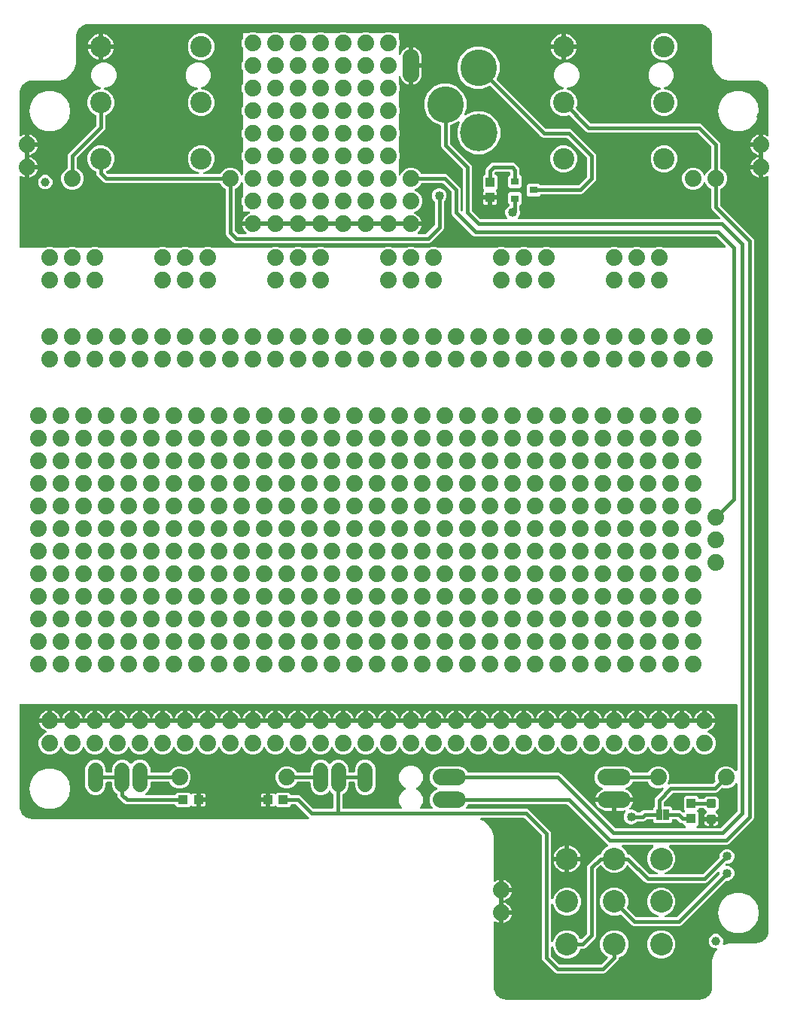
<source format=gbr>
G04 EAGLE Gerber RS-274X export*
G75*
%MOMM*%
%FSLAX34Y34*%
%LPD*%
%INTop Copper*%
%IPPOS*%
%AMOC8*
5,1,8,0,0,1.08239X$1,22.5*%
G01*
%ADD10C,2.400000*%
%ADD11C,1.879600*%
%ADD12R,1.000000X1.100000*%
%ADD13C,1.879600*%
%ADD14R,0.900000X0.800000*%
%ADD15C,0.300000*%
%ADD16R,1.100000X1.000000*%
%ADD17R,0.635000X1.270000*%
%ADD18C,2.540000*%
%ADD19C,1.676400*%
%ADD20C,1.000000*%
%ADD21C,4.216000*%
%ADD22C,4.114800*%
%ADD23C,1.016000*%
%ADD24C,0.406400*%

G36*
X846830Y928865D02*
X846830Y928865D01*
X846833Y928905D01*
X846810Y929023D01*
X846795Y929141D01*
X846781Y929178D01*
X846773Y929217D01*
X846722Y929326D01*
X846678Y929437D01*
X846655Y929469D01*
X846638Y929505D01*
X846562Y929597D01*
X846492Y929694D01*
X846461Y929720D01*
X846436Y929750D01*
X846339Y929821D01*
X846247Y929897D01*
X846211Y929914D01*
X846178Y929938D01*
X846067Y929982D01*
X845959Y930033D01*
X845920Y930040D01*
X845883Y930055D01*
X845764Y930070D01*
X845647Y930092D01*
X845607Y930090D01*
X845567Y930095D01*
X845448Y930080D01*
X845329Y930073D01*
X845291Y930060D01*
X845252Y930055D01*
X845140Y930012D01*
X845027Y929975D01*
X844993Y929953D01*
X844956Y929939D01*
X844820Y929853D01*
X844457Y929589D01*
X842783Y928736D01*
X840996Y928155D01*
X840739Y928115D01*
X840739Y938530D01*
X840724Y938648D01*
X840717Y938767D01*
X840704Y938805D01*
X840699Y938845D01*
X840656Y938956D01*
X840619Y939069D01*
X840597Y939103D01*
X840582Y939141D01*
X840512Y939237D01*
X840449Y939338D01*
X840419Y939366D01*
X840395Y939398D01*
X840304Y939474D01*
X840217Y939556D01*
X840182Y939575D01*
X840151Y939601D01*
X840043Y939652D01*
X839939Y939709D01*
X839899Y939720D01*
X839863Y939737D01*
X839746Y939759D01*
X839631Y939789D01*
X839570Y939793D01*
X839550Y939797D01*
X839530Y939795D01*
X839470Y939799D01*
X838199Y939799D01*
X838199Y939801D01*
X839470Y939801D01*
X839588Y939816D01*
X839707Y939823D01*
X839745Y939836D01*
X839785Y939841D01*
X839896Y939885D01*
X840009Y939921D01*
X840044Y939943D01*
X840081Y939958D01*
X840177Y940028D01*
X840278Y940091D01*
X840306Y940121D01*
X840339Y940145D01*
X840414Y940236D01*
X840496Y940323D01*
X840516Y940358D01*
X840541Y940390D01*
X840592Y940497D01*
X840650Y940602D01*
X840660Y940641D01*
X840677Y940677D01*
X840699Y940794D01*
X840729Y940909D01*
X840733Y940970D01*
X840737Y940990D01*
X840735Y941010D01*
X840739Y941070D01*
X840739Y963930D01*
X840724Y964048D01*
X840717Y964167D01*
X840704Y964205D01*
X840699Y964245D01*
X840656Y964356D01*
X840619Y964469D01*
X840597Y964503D01*
X840582Y964541D01*
X840512Y964637D01*
X840449Y964738D01*
X840419Y964766D01*
X840395Y964798D01*
X840304Y964874D01*
X840217Y964956D01*
X840182Y964975D01*
X840151Y965001D01*
X840043Y965052D01*
X839939Y965109D01*
X839899Y965120D01*
X839863Y965137D01*
X839746Y965159D01*
X839631Y965189D01*
X839570Y965193D01*
X839550Y965197D01*
X839530Y965195D01*
X839470Y965199D01*
X838199Y965199D01*
X838199Y965201D01*
X839470Y965201D01*
X839588Y965216D01*
X839707Y965223D01*
X839745Y965236D01*
X839785Y965241D01*
X839896Y965285D01*
X840009Y965321D01*
X840044Y965343D01*
X840081Y965358D01*
X840177Y965428D01*
X840278Y965491D01*
X840306Y965521D01*
X840339Y965545D01*
X840414Y965636D01*
X840496Y965723D01*
X840516Y965758D01*
X840541Y965790D01*
X840592Y965897D01*
X840650Y966002D01*
X840660Y966041D01*
X840677Y966077D01*
X840699Y966194D01*
X840729Y966309D01*
X840733Y966370D01*
X840737Y966390D01*
X840735Y966410D01*
X840739Y966470D01*
X840739Y976885D01*
X840996Y976845D01*
X842783Y976264D01*
X844457Y975411D01*
X844820Y975147D01*
X844855Y975128D01*
X844885Y975103D01*
X844994Y975052D01*
X845099Y974994D01*
X845137Y974984D01*
X845173Y974967D01*
X845291Y974945D01*
X845407Y974915D01*
X845446Y974915D01*
X845486Y974908D01*
X845605Y974915D01*
X845725Y974915D01*
X845763Y974925D01*
X845803Y974927D01*
X845917Y974964D01*
X846033Y974994D01*
X846068Y975013D01*
X846105Y975025D01*
X846206Y975089D01*
X846311Y975147D01*
X846341Y975174D01*
X846374Y975195D01*
X846456Y975283D01*
X846543Y975365D01*
X846565Y975398D01*
X846592Y975427D01*
X846650Y975532D01*
X846714Y975633D01*
X846726Y975671D01*
X846746Y975706D01*
X846775Y975821D01*
X846813Y975935D01*
X846815Y975975D01*
X846825Y976014D01*
X846835Y976174D01*
X846835Y1023439D01*
X846833Y1023461D01*
X846831Y1023539D01*
X846676Y1025514D01*
X846662Y1025582D01*
X846658Y1025651D01*
X846618Y1025807D01*
X845397Y1029564D01*
X845346Y1029671D01*
X845303Y1029782D01*
X845270Y1029833D01*
X845262Y1029852D01*
X845249Y1029867D01*
X845217Y1029918D01*
X842895Y1033114D01*
X842813Y1033200D01*
X842738Y1033292D01*
X842691Y1033331D01*
X842677Y1033346D01*
X842660Y1033357D01*
X842614Y1033395D01*
X839418Y1035717D01*
X839314Y1035774D01*
X839214Y1035838D01*
X839157Y1035860D01*
X839139Y1035870D01*
X839119Y1035875D01*
X839064Y1035897D01*
X835307Y1037118D01*
X835239Y1037131D01*
X835174Y1037153D01*
X835014Y1037176D01*
X833039Y1037331D01*
X833017Y1037330D01*
X832940Y1037335D01*
X801872Y1037335D01*
X795237Y1039491D01*
X789592Y1043592D01*
X785491Y1049237D01*
X783335Y1055872D01*
X783335Y1086939D01*
X783333Y1086961D01*
X783331Y1087039D01*
X783176Y1089014D01*
X783162Y1089082D01*
X783158Y1089151D01*
X783118Y1089307D01*
X781897Y1093064D01*
X781846Y1093171D01*
X781803Y1093282D01*
X781770Y1093333D01*
X781762Y1093352D01*
X781749Y1093367D01*
X781717Y1093418D01*
X779395Y1096614D01*
X779368Y1096642D01*
X779348Y1096673D01*
X779292Y1096727D01*
X779238Y1096792D01*
X779191Y1096831D01*
X779177Y1096846D01*
X779160Y1096857D01*
X779114Y1096895D01*
X775918Y1099217D01*
X775814Y1099274D01*
X775714Y1099338D01*
X775657Y1099360D01*
X775639Y1099370D01*
X775619Y1099375D01*
X775564Y1099397D01*
X771807Y1100618D01*
X771739Y1100631D01*
X771674Y1100653D01*
X771514Y1100676D01*
X769539Y1100831D01*
X769517Y1100830D01*
X769440Y1100835D01*
X81460Y1100835D01*
X81439Y1100833D01*
X81361Y1100831D01*
X79386Y1100676D01*
X79318Y1100662D01*
X79249Y1100658D01*
X79093Y1100618D01*
X75336Y1099397D01*
X75229Y1099346D01*
X75118Y1099303D01*
X75067Y1099270D01*
X75048Y1099262D01*
X75033Y1099249D01*
X74982Y1099217D01*
X71786Y1096895D01*
X71723Y1096835D01*
X71662Y1096791D01*
X71639Y1096764D01*
X71608Y1096738D01*
X71569Y1096691D01*
X71554Y1096677D01*
X71543Y1096660D01*
X71505Y1096614D01*
X69183Y1093418D01*
X69126Y1093314D01*
X69062Y1093214D01*
X69040Y1093157D01*
X69030Y1093139D01*
X69025Y1093119D01*
X69003Y1093064D01*
X67782Y1089307D01*
X67769Y1089239D01*
X67747Y1089174D01*
X67724Y1089014D01*
X67569Y1087039D01*
X67570Y1087017D01*
X67565Y1086940D01*
X67565Y1055872D01*
X65409Y1049237D01*
X61308Y1043592D01*
X55663Y1039491D01*
X49028Y1037335D01*
X17960Y1037335D01*
X17939Y1037333D01*
X17861Y1037331D01*
X15886Y1037176D01*
X15818Y1037162D01*
X15749Y1037158D01*
X15593Y1037118D01*
X11836Y1035897D01*
X11729Y1035846D01*
X11618Y1035803D01*
X11567Y1035770D01*
X11548Y1035762D01*
X11533Y1035749D01*
X11482Y1035717D01*
X8286Y1033395D01*
X8228Y1033340D01*
X8212Y1033328D01*
X8199Y1033313D01*
X8108Y1033238D01*
X8069Y1033191D01*
X8054Y1033177D01*
X8043Y1033160D01*
X8005Y1033114D01*
X5683Y1029918D01*
X5626Y1029814D01*
X5562Y1029714D01*
X5540Y1029657D01*
X5530Y1029639D01*
X5525Y1029619D01*
X5503Y1029564D01*
X4282Y1025807D01*
X4269Y1025739D01*
X4247Y1025674D01*
X4224Y1025514D01*
X4069Y1023539D01*
X4070Y1023517D01*
X4065Y1023440D01*
X4065Y976174D01*
X4070Y976135D01*
X4067Y976095D01*
X4090Y975977D01*
X4105Y975859D01*
X4119Y975822D01*
X4127Y975783D01*
X4178Y975674D01*
X4222Y975563D01*
X4245Y975531D01*
X4262Y975495D01*
X4338Y975403D01*
X4408Y975306D01*
X4439Y975280D01*
X4464Y975250D01*
X4561Y975179D01*
X4653Y975103D01*
X4689Y975086D01*
X4722Y975062D01*
X4833Y975018D01*
X4941Y974967D01*
X4980Y974960D01*
X5017Y974945D01*
X5136Y974930D01*
X5253Y974908D01*
X5293Y974910D01*
X5333Y974905D01*
X5452Y974920D01*
X5571Y974927D01*
X5609Y974940D01*
X5648Y974945D01*
X5760Y974988D01*
X5873Y975025D01*
X5907Y975047D01*
X5944Y975061D01*
X6080Y975147D01*
X6443Y975411D01*
X8117Y976264D01*
X9904Y976845D01*
X10161Y976885D01*
X10161Y966470D01*
X10176Y966352D01*
X10183Y966233D01*
X10196Y966195D01*
X10201Y966155D01*
X10244Y966044D01*
X10281Y965931D01*
X10303Y965897D01*
X10318Y965859D01*
X10388Y965763D01*
X10451Y965662D01*
X10481Y965634D01*
X10504Y965602D01*
X10596Y965526D01*
X10683Y965444D01*
X10718Y965425D01*
X10749Y965399D01*
X10857Y965348D01*
X10961Y965291D01*
X11001Y965280D01*
X11037Y965263D01*
X11154Y965241D01*
X11269Y965211D01*
X11330Y965207D01*
X11350Y965203D01*
X11370Y965205D01*
X11430Y965201D01*
X12701Y965201D01*
X12701Y965199D01*
X11430Y965199D01*
X11312Y965184D01*
X11193Y965177D01*
X11155Y965164D01*
X11114Y965159D01*
X11004Y965115D01*
X10891Y965079D01*
X10856Y965057D01*
X10819Y965042D01*
X10723Y964972D01*
X10622Y964909D01*
X10594Y964879D01*
X10561Y964855D01*
X10486Y964764D01*
X10404Y964677D01*
X10384Y964642D01*
X10359Y964610D01*
X10308Y964503D01*
X10250Y964398D01*
X10240Y964359D01*
X10223Y964323D01*
X10201Y964206D01*
X10171Y964091D01*
X10167Y964030D01*
X10163Y964010D01*
X10165Y963990D01*
X10161Y963930D01*
X10161Y941070D01*
X10176Y940952D01*
X10183Y940833D01*
X10196Y940795D01*
X10201Y940755D01*
X10244Y940644D01*
X10281Y940531D01*
X10303Y940497D01*
X10318Y940459D01*
X10388Y940363D01*
X10451Y940262D01*
X10481Y940234D01*
X10504Y940202D01*
X10596Y940126D01*
X10683Y940044D01*
X10718Y940025D01*
X10749Y939999D01*
X10857Y939948D01*
X10961Y939891D01*
X11001Y939880D01*
X11037Y939863D01*
X11154Y939841D01*
X11269Y939811D01*
X11330Y939807D01*
X11350Y939803D01*
X11370Y939805D01*
X11430Y939801D01*
X12701Y939801D01*
X12701Y939799D01*
X11430Y939799D01*
X11312Y939784D01*
X11193Y939777D01*
X11155Y939764D01*
X11114Y939759D01*
X11004Y939715D01*
X10891Y939679D01*
X10856Y939657D01*
X10819Y939642D01*
X10723Y939572D01*
X10622Y939509D01*
X10594Y939479D01*
X10561Y939455D01*
X10486Y939364D01*
X10404Y939277D01*
X10384Y939242D01*
X10359Y939210D01*
X10308Y939103D01*
X10250Y938998D01*
X10240Y938959D01*
X10223Y938923D01*
X10201Y938806D01*
X10171Y938691D01*
X10167Y938630D01*
X10163Y938610D01*
X10165Y938590D01*
X10161Y938530D01*
X10161Y928115D01*
X9904Y928155D01*
X8117Y928736D01*
X6443Y929589D01*
X6080Y929853D01*
X6045Y929872D01*
X6015Y929897D01*
X5906Y929948D01*
X5801Y930006D01*
X5763Y930016D01*
X5727Y930033D01*
X5609Y930055D01*
X5493Y930085D01*
X5454Y930085D01*
X5414Y930092D01*
X5295Y930085D01*
X5175Y930085D01*
X5137Y930075D01*
X5097Y930073D01*
X4983Y930036D01*
X4867Y930006D01*
X4832Y929987D01*
X4795Y929975D01*
X4694Y929911D01*
X4589Y929853D01*
X4559Y929826D01*
X4526Y929805D01*
X4444Y929717D01*
X4357Y929635D01*
X4335Y929602D01*
X4308Y929573D01*
X4250Y929468D01*
X4186Y929367D01*
X4174Y929329D01*
X4154Y929294D01*
X4125Y929179D01*
X4087Y929065D01*
X4085Y929025D01*
X4075Y928986D01*
X4065Y928826D01*
X4065Y850900D01*
X4080Y850782D01*
X4087Y850663D01*
X4100Y850625D01*
X4105Y850584D01*
X4148Y850474D01*
X4185Y850361D01*
X4207Y850326D01*
X4222Y850289D01*
X4291Y850193D01*
X4355Y850092D01*
X4385Y850064D01*
X4408Y850031D01*
X4500Y849956D01*
X4587Y849874D01*
X4622Y849854D01*
X4653Y849829D01*
X4761Y849778D01*
X4865Y849720D01*
X4905Y849710D01*
X4941Y849693D01*
X5058Y849671D01*
X5173Y849641D01*
X5233Y849637D01*
X5253Y849633D01*
X5274Y849635D01*
X5334Y849631D01*
X32919Y849631D01*
X32928Y849632D01*
X32937Y849631D01*
X33086Y849652D01*
X33234Y849671D01*
X33243Y849674D01*
X33252Y849675D01*
X33405Y849727D01*
X35624Y850647D01*
X40576Y850647D01*
X42795Y849727D01*
X42804Y849725D01*
X42812Y849720D01*
X42958Y849683D01*
X43102Y849643D01*
X43111Y849643D01*
X43120Y849641D01*
X43281Y849631D01*
X58319Y849631D01*
X58328Y849632D01*
X58337Y849631D01*
X58486Y849652D01*
X58634Y849671D01*
X58643Y849674D01*
X58652Y849675D01*
X58805Y849727D01*
X61024Y850647D01*
X65976Y850647D01*
X68195Y849727D01*
X68204Y849725D01*
X68212Y849720D01*
X68358Y849683D01*
X68502Y849643D01*
X68511Y849643D01*
X68520Y849641D01*
X68681Y849631D01*
X83719Y849631D01*
X83728Y849632D01*
X83737Y849631D01*
X83886Y849652D01*
X84034Y849671D01*
X84043Y849674D01*
X84052Y849675D01*
X84205Y849727D01*
X86424Y850647D01*
X91376Y850647D01*
X93595Y849727D01*
X93604Y849725D01*
X93612Y849720D01*
X93758Y849683D01*
X93902Y849643D01*
X93911Y849643D01*
X93920Y849641D01*
X94081Y849631D01*
X159919Y849631D01*
X159928Y849632D01*
X159937Y849631D01*
X160086Y849652D01*
X160234Y849671D01*
X160243Y849674D01*
X160252Y849675D01*
X160405Y849727D01*
X162624Y850647D01*
X167576Y850647D01*
X169795Y849727D01*
X169804Y849725D01*
X169812Y849720D01*
X169958Y849683D01*
X170102Y849643D01*
X170111Y849643D01*
X170120Y849641D01*
X170281Y849631D01*
X185319Y849631D01*
X185328Y849632D01*
X185337Y849631D01*
X185486Y849652D01*
X185634Y849671D01*
X185643Y849674D01*
X185652Y849675D01*
X185805Y849727D01*
X188024Y850647D01*
X192976Y850647D01*
X195195Y849727D01*
X195204Y849725D01*
X195212Y849720D01*
X195358Y849683D01*
X195502Y849643D01*
X195511Y849643D01*
X195520Y849641D01*
X195681Y849631D01*
X210719Y849631D01*
X210728Y849632D01*
X210737Y849631D01*
X210886Y849652D01*
X211034Y849671D01*
X211043Y849674D01*
X211052Y849675D01*
X211205Y849727D01*
X213424Y850647D01*
X218376Y850647D01*
X220595Y849727D01*
X220604Y849725D01*
X220612Y849720D01*
X220758Y849683D01*
X220902Y849643D01*
X220911Y849643D01*
X220920Y849641D01*
X221081Y849631D01*
X286919Y849631D01*
X286928Y849632D01*
X286937Y849631D01*
X287086Y849652D01*
X287234Y849671D01*
X287243Y849674D01*
X287252Y849675D01*
X287405Y849727D01*
X289624Y850647D01*
X294576Y850647D01*
X296795Y849727D01*
X296804Y849725D01*
X296812Y849720D01*
X296958Y849683D01*
X297102Y849643D01*
X297111Y849643D01*
X297120Y849641D01*
X297281Y849631D01*
X312319Y849631D01*
X312328Y849632D01*
X312337Y849631D01*
X312486Y849652D01*
X312634Y849671D01*
X312643Y849674D01*
X312652Y849675D01*
X312805Y849727D01*
X315024Y850647D01*
X319976Y850647D01*
X322195Y849727D01*
X322204Y849725D01*
X322212Y849720D01*
X322358Y849683D01*
X322502Y849643D01*
X322511Y849643D01*
X322520Y849641D01*
X322681Y849631D01*
X337719Y849631D01*
X337728Y849632D01*
X337737Y849631D01*
X337886Y849652D01*
X338034Y849671D01*
X338043Y849674D01*
X338052Y849675D01*
X338205Y849727D01*
X340424Y850647D01*
X345376Y850647D01*
X347595Y849727D01*
X347604Y849725D01*
X347612Y849720D01*
X347758Y849683D01*
X347902Y849643D01*
X347911Y849643D01*
X347920Y849641D01*
X348081Y849631D01*
X413919Y849631D01*
X413928Y849632D01*
X413937Y849631D01*
X414086Y849652D01*
X414234Y849671D01*
X414243Y849674D01*
X414252Y849675D01*
X414405Y849727D01*
X416624Y850647D01*
X421576Y850647D01*
X423795Y849727D01*
X423804Y849725D01*
X423812Y849720D01*
X423958Y849683D01*
X424102Y849643D01*
X424111Y849643D01*
X424120Y849641D01*
X424281Y849631D01*
X439319Y849631D01*
X439328Y849632D01*
X439337Y849631D01*
X439486Y849652D01*
X439634Y849671D01*
X439643Y849674D01*
X439652Y849675D01*
X439805Y849727D01*
X442024Y850647D01*
X446976Y850647D01*
X449195Y849727D01*
X449204Y849725D01*
X449212Y849720D01*
X449358Y849683D01*
X449502Y849643D01*
X449511Y849643D01*
X449520Y849641D01*
X449681Y849631D01*
X464719Y849631D01*
X464728Y849632D01*
X464737Y849631D01*
X464886Y849652D01*
X465034Y849671D01*
X465043Y849674D01*
X465052Y849675D01*
X465205Y849727D01*
X467424Y850647D01*
X472376Y850647D01*
X474595Y849727D01*
X474604Y849725D01*
X474612Y849720D01*
X474758Y849683D01*
X474902Y849643D01*
X474911Y849643D01*
X474920Y849641D01*
X475081Y849631D01*
X540919Y849631D01*
X540928Y849632D01*
X540937Y849631D01*
X541086Y849652D01*
X541234Y849671D01*
X541243Y849674D01*
X541252Y849675D01*
X541405Y849727D01*
X543624Y850647D01*
X548576Y850647D01*
X550795Y849727D01*
X550804Y849725D01*
X550812Y849720D01*
X550958Y849683D01*
X551102Y849643D01*
X551111Y849643D01*
X551120Y849641D01*
X551281Y849631D01*
X566319Y849631D01*
X566328Y849632D01*
X566337Y849631D01*
X566486Y849652D01*
X566634Y849671D01*
X566643Y849674D01*
X566652Y849675D01*
X566805Y849727D01*
X569024Y850647D01*
X573976Y850647D01*
X576195Y849727D01*
X576204Y849725D01*
X576212Y849720D01*
X576358Y849683D01*
X576502Y849643D01*
X576511Y849643D01*
X576520Y849641D01*
X576681Y849631D01*
X591719Y849631D01*
X591728Y849632D01*
X591737Y849631D01*
X591886Y849652D01*
X592034Y849671D01*
X592043Y849674D01*
X592052Y849675D01*
X592205Y849727D01*
X594424Y850647D01*
X599376Y850647D01*
X601595Y849727D01*
X601604Y849725D01*
X601612Y849720D01*
X601758Y849683D01*
X601902Y849643D01*
X601911Y849643D01*
X601920Y849641D01*
X602081Y849631D01*
X667919Y849631D01*
X667928Y849632D01*
X667937Y849631D01*
X668086Y849652D01*
X668234Y849671D01*
X668243Y849674D01*
X668252Y849675D01*
X668405Y849727D01*
X670624Y850647D01*
X675576Y850647D01*
X677795Y849727D01*
X677804Y849725D01*
X677812Y849720D01*
X677958Y849683D01*
X678102Y849643D01*
X678111Y849643D01*
X678120Y849641D01*
X678281Y849631D01*
X693319Y849631D01*
X693328Y849632D01*
X693337Y849631D01*
X693486Y849652D01*
X693634Y849671D01*
X693643Y849674D01*
X693652Y849675D01*
X693805Y849727D01*
X696024Y850647D01*
X700976Y850647D01*
X703195Y849727D01*
X703204Y849725D01*
X703212Y849720D01*
X703358Y849683D01*
X703502Y849643D01*
X703511Y849643D01*
X703520Y849641D01*
X703681Y849631D01*
X718719Y849631D01*
X718728Y849632D01*
X718737Y849631D01*
X718886Y849652D01*
X719034Y849671D01*
X719043Y849674D01*
X719052Y849675D01*
X719205Y849727D01*
X721424Y850647D01*
X726376Y850647D01*
X728595Y849727D01*
X728604Y849725D01*
X728612Y849720D01*
X728758Y849683D01*
X728902Y849643D01*
X728911Y849643D01*
X728920Y849641D01*
X729081Y849631D01*
X797470Y849631D01*
X797607Y849648D01*
X797746Y849661D01*
X797765Y849668D01*
X797785Y849671D01*
X797914Y849722D01*
X798045Y849769D01*
X798062Y849780D01*
X798081Y849788D01*
X798193Y849869D01*
X798309Y849947D01*
X798322Y849963D01*
X798338Y849974D01*
X798427Y850082D01*
X798519Y850186D01*
X798528Y850204D01*
X798541Y850219D01*
X798600Y850345D01*
X798664Y850469D01*
X798668Y850489D01*
X798677Y850507D01*
X798703Y850643D01*
X798733Y850779D01*
X798733Y850800D01*
X798736Y850820D01*
X798728Y850958D01*
X798724Y851097D01*
X798718Y851117D01*
X798717Y851137D01*
X798674Y851269D01*
X798635Y851403D01*
X798625Y851420D01*
X798619Y851439D01*
X798544Y851557D01*
X798474Y851677D01*
X798455Y851698D01*
X798449Y851708D01*
X798434Y851722D01*
X798367Y851798D01*
X788207Y861958D01*
X788129Y862018D01*
X788057Y862086D01*
X788004Y862115D01*
X787956Y862152D01*
X787865Y862192D01*
X787778Y862240D01*
X787720Y862255D01*
X787664Y862279D01*
X787566Y862294D01*
X787470Y862319D01*
X787370Y862325D01*
X787350Y862329D01*
X787338Y862327D01*
X787310Y862329D01*
X515879Y862329D01*
X514012Y863103D01*
X490993Y886122D01*
X490219Y887989D01*
X490219Y911770D01*
X490207Y911868D01*
X490204Y911967D01*
X490187Y912025D01*
X490179Y912085D01*
X490143Y912177D01*
X490115Y912272D01*
X490085Y912325D01*
X490062Y912381D01*
X490004Y912461D01*
X489954Y912546D01*
X489888Y912622D01*
X489876Y912638D01*
X489866Y912646D01*
X489848Y912667D01*
X480867Y921648D01*
X480789Y921708D01*
X480717Y921776D01*
X480664Y921805D01*
X480616Y921842D01*
X480525Y921882D01*
X480438Y921930D01*
X480380Y921945D01*
X480324Y921969D01*
X480226Y921984D01*
X480130Y922009D01*
X480030Y922015D01*
X480010Y922019D01*
X479998Y922017D01*
X479970Y922019D01*
X456716Y922019D01*
X456687Y922016D01*
X456657Y922018D01*
X456529Y921996D01*
X456400Y921979D01*
X456373Y921969D01*
X456344Y921964D01*
X456225Y921910D01*
X456105Y921862D01*
X456081Y921845D01*
X456054Y921833D01*
X455952Y921752D01*
X455847Y921676D01*
X455828Y921653D01*
X455805Y921634D01*
X455727Y921531D01*
X455644Y921431D01*
X455632Y921404D01*
X455614Y921380D01*
X455543Y921236D01*
X455052Y920050D01*
X451550Y916548D01*
X449195Y915573D01*
X449075Y915504D01*
X448952Y915439D01*
X448937Y915425D01*
X448919Y915415D01*
X448819Y915318D01*
X448716Y915225D01*
X448705Y915208D01*
X448691Y915194D01*
X448618Y915075D01*
X448542Y914959D01*
X448535Y914940D01*
X448524Y914923D01*
X448484Y914790D01*
X448438Y914658D01*
X448437Y914638D01*
X448431Y914619D01*
X448424Y914480D01*
X448413Y914341D01*
X448417Y914321D01*
X448416Y914301D01*
X448444Y914165D01*
X448468Y914028D01*
X448476Y914009D01*
X448480Y913990D01*
X448541Y913864D01*
X448598Y913738D01*
X448611Y913722D01*
X448620Y913704D01*
X448710Y913598D01*
X448797Y913490D01*
X448813Y913477D01*
X448826Y913462D01*
X448940Y913382D01*
X449051Y913298D01*
X449076Y913286D01*
X449086Y913279D01*
X449105Y913272D01*
X449195Y913227D01*
X451550Y912252D01*
X455052Y908750D01*
X456947Y904176D01*
X456947Y899224D01*
X455052Y894650D01*
X451550Y891148D01*
X448525Y889895D01*
X448499Y889880D01*
X448470Y889871D01*
X448361Y889801D01*
X448248Y889737D01*
X448227Y889716D01*
X448202Y889700D01*
X448113Y889606D01*
X448020Y889516D01*
X448004Y889490D01*
X447984Y889469D01*
X447921Y889355D01*
X447854Y889245D01*
X447845Y889216D01*
X447831Y889190D01*
X447798Y889065D01*
X447760Y888941D01*
X447759Y888911D01*
X447751Y888882D01*
X447751Y888752D01*
X447745Y888623D01*
X447751Y888594D01*
X447751Y888564D01*
X447783Y888439D01*
X447809Y888312D01*
X447822Y888285D01*
X447830Y888256D01*
X447892Y888143D01*
X447949Y888026D01*
X447968Y888003D01*
X447983Y887977D01*
X448071Y887883D01*
X448155Y887784D01*
X448180Y887767D01*
X448200Y887745D01*
X448309Y887676D01*
X448415Y887601D01*
X448443Y887590D01*
X448469Y887574D01*
X448618Y887515D01*
X449083Y887364D01*
X450757Y886511D01*
X452278Y885406D01*
X453606Y884078D01*
X454711Y882557D01*
X455564Y880883D01*
X456145Y879096D01*
X456185Y878839D01*
X445770Y878839D01*
X445652Y878824D01*
X445533Y878817D01*
X445495Y878804D01*
X445455Y878799D01*
X445344Y878756D01*
X445231Y878719D01*
X445197Y878697D01*
X445159Y878682D01*
X445063Y878612D01*
X444962Y878549D01*
X444934Y878519D01*
X444902Y878495D01*
X444826Y878404D01*
X444744Y878317D01*
X444725Y878282D01*
X444699Y878251D01*
X444648Y878143D01*
X444591Y878039D01*
X444580Y877999D01*
X444563Y877963D01*
X444541Y877846D01*
X444511Y877731D01*
X444507Y877670D01*
X444503Y877650D01*
X444504Y877639D01*
X444503Y877635D01*
X444504Y877622D01*
X444501Y877570D01*
X444501Y875030D01*
X444516Y874912D01*
X444523Y874793D01*
X444536Y874755D01*
X444541Y874714D01*
X444585Y874604D01*
X444621Y874491D01*
X444643Y874456D01*
X444658Y874419D01*
X444728Y874323D01*
X444791Y874222D01*
X444821Y874194D01*
X444845Y874161D01*
X444936Y874086D01*
X445023Y874004D01*
X445058Y873984D01*
X445090Y873959D01*
X445197Y873908D01*
X445302Y873850D01*
X445341Y873840D01*
X445377Y873823D01*
X445494Y873801D01*
X445609Y873771D01*
X445670Y873767D01*
X445690Y873763D01*
X445710Y873765D01*
X445770Y873761D01*
X456185Y873761D01*
X456145Y873504D01*
X455564Y871717D01*
X454711Y870043D01*
X453606Y868522D01*
X452278Y867194D01*
X452241Y867167D01*
X452183Y867112D01*
X452118Y867066D01*
X452067Y867004D01*
X452009Y866949D01*
X451966Y866882D01*
X451915Y866821D01*
X451881Y866748D01*
X451838Y866681D01*
X451814Y866605D01*
X451780Y866533D01*
X451765Y866454D01*
X451740Y866378D01*
X451735Y866299D01*
X451720Y866220D01*
X451725Y866141D01*
X451720Y866061D01*
X451735Y865983D01*
X451740Y865903D01*
X451764Y865827D01*
X451779Y865749D01*
X451813Y865676D01*
X451838Y865601D01*
X451881Y865533D01*
X451915Y865461D01*
X451965Y865399D01*
X452008Y865332D01*
X452066Y865277D01*
X452117Y865215D01*
X452181Y865169D01*
X452240Y865114D01*
X452310Y865075D01*
X452374Y865028D01*
X452448Y864999D01*
X452518Y864960D01*
X452595Y864940D01*
X452670Y864911D01*
X452749Y864901D01*
X452826Y864881D01*
X452984Y864871D01*
X452985Y864871D01*
X452986Y864871D01*
X452987Y864871D01*
X460920Y864871D01*
X461018Y864883D01*
X461117Y864886D01*
X461175Y864903D01*
X461235Y864911D01*
X461327Y864947D01*
X461422Y864975D01*
X461475Y865005D01*
X461531Y865028D01*
X461611Y865086D01*
X461696Y865136D01*
X461772Y865202D01*
X461788Y865214D01*
X461796Y865224D01*
X461817Y865242D01*
X470798Y874223D01*
X470858Y874301D01*
X470926Y874373D01*
X470955Y874426D01*
X470992Y874474D01*
X471032Y874565D01*
X471080Y874652D01*
X471095Y874710D01*
X471119Y874766D01*
X471134Y874864D01*
X471159Y874960D01*
X471165Y875060D01*
X471169Y875080D01*
X471167Y875092D01*
X471169Y875120D01*
X471169Y901109D01*
X471157Y901207D01*
X471154Y901306D01*
X471137Y901365D01*
X471129Y901425D01*
X471093Y901517D01*
X471065Y901612D01*
X471035Y901664D01*
X471012Y901720D01*
X470954Y901800D01*
X470904Y901886D01*
X470838Y901961D01*
X470826Y901978D01*
X470816Y901986D01*
X470798Y902007D01*
X469359Y903445D01*
X468121Y906433D01*
X468121Y909667D01*
X469359Y912655D01*
X471645Y914941D01*
X474633Y916179D01*
X477867Y916179D01*
X480855Y914941D01*
X483141Y912655D01*
X484379Y909667D01*
X484379Y906433D01*
X483141Y903445D01*
X481702Y902007D01*
X481642Y901928D01*
X481574Y901856D01*
X481545Y901803D01*
X481508Y901755D01*
X481468Y901664D01*
X481420Y901578D01*
X481405Y901519D01*
X481381Y901464D01*
X481366Y901366D01*
X481341Y901270D01*
X481335Y901170D01*
X481331Y901149D01*
X481333Y901137D01*
X481331Y901109D01*
X481331Y871479D01*
X480557Y869612D01*
X466428Y855483D01*
X464561Y854709D01*
X246639Y854709D01*
X244772Y855483D01*
X236993Y863262D01*
X236219Y865129D01*
X236219Y914884D01*
X236216Y914913D01*
X236218Y914943D01*
X236196Y915071D01*
X236179Y915200D01*
X236169Y915227D01*
X236164Y915256D01*
X236110Y915375D01*
X236062Y915495D01*
X236045Y915519D01*
X236033Y915546D01*
X235952Y915648D01*
X235876Y915753D01*
X235853Y915772D01*
X235834Y915795D01*
X235731Y915873D01*
X235631Y915956D01*
X235604Y915968D01*
X235580Y915986D01*
X235436Y916057D01*
X234250Y916548D01*
X230748Y920050D01*
X230257Y921236D01*
X230251Y921246D01*
X230250Y921248D01*
X230246Y921255D01*
X230242Y921261D01*
X230233Y921289D01*
X230164Y921399D01*
X230099Y921512D01*
X230079Y921533D01*
X230063Y921558D01*
X229968Y921647D01*
X229878Y921740D01*
X229853Y921756D01*
X229831Y921776D01*
X229717Y921839D01*
X229607Y921907D01*
X229579Y921915D01*
X229553Y921930D01*
X229427Y921962D01*
X229303Y922000D01*
X229273Y922002D01*
X229245Y922009D01*
X229084Y922019D01*
X100589Y922019D01*
X98722Y922793D01*
X91293Y930222D01*
X90519Y932089D01*
X90519Y934568D01*
X90516Y934597D01*
X90518Y934627D01*
X90496Y934755D01*
X90479Y934883D01*
X90469Y934911D01*
X90464Y934940D01*
X90410Y935058D01*
X90362Y935179D01*
X90345Y935203D01*
X90333Y935230D01*
X90252Y935331D01*
X90176Y935436D01*
X90153Y935455D01*
X90134Y935478D01*
X90031Y935556D01*
X89931Y935639D01*
X89904Y935652D01*
X89880Y935670D01*
X89736Y935740D01*
X87076Y936842D01*
X82842Y941076D01*
X80551Y946607D01*
X80551Y952593D01*
X82842Y958124D01*
X87076Y962358D01*
X92607Y964649D01*
X98593Y964649D01*
X104124Y962358D01*
X108358Y958124D01*
X110649Y952593D01*
X110649Y946607D01*
X108358Y941076D01*
X104124Y936842D01*
X102286Y936081D01*
X102243Y936056D01*
X102196Y936039D01*
X102105Y935978D01*
X102010Y935923D01*
X101974Y935889D01*
X101933Y935861D01*
X101860Y935779D01*
X101782Y935702D01*
X101756Y935660D01*
X101723Y935622D01*
X101673Y935525D01*
X101615Y935431D01*
X101601Y935383D01*
X101578Y935339D01*
X101554Y935232D01*
X101522Y935127D01*
X101519Y935077D01*
X101508Y935029D01*
X101512Y934919D01*
X101507Y934809D01*
X101517Y934761D01*
X101518Y934711D01*
X101549Y934605D01*
X101571Y934498D01*
X101593Y934453D01*
X101607Y934406D01*
X101662Y934311D01*
X101711Y934212D01*
X101743Y934174D01*
X101768Y934132D01*
X101874Y934011D01*
X103333Y932552D01*
X103411Y932492D01*
X103483Y932424D01*
X103536Y932395D01*
X103584Y932358D01*
X103675Y932318D01*
X103762Y932270D01*
X103820Y932255D01*
X103876Y932231D01*
X103974Y932216D01*
X104070Y932191D01*
X104170Y932185D01*
X104190Y932181D01*
X104202Y932183D01*
X104230Y932181D01*
X204949Y932181D01*
X205018Y932189D01*
X205088Y932188D01*
X205175Y932209D01*
X205264Y932221D01*
X205329Y932246D01*
X205397Y932263D01*
X205476Y932305D01*
X205560Y932338D01*
X205616Y932379D01*
X205678Y932411D01*
X205745Y932472D01*
X205817Y932524D01*
X205862Y932578D01*
X205913Y932625D01*
X205963Y932700D01*
X206020Y932769D01*
X206050Y932833D01*
X206088Y932891D01*
X206117Y932976D01*
X206156Y933057D01*
X206169Y933126D01*
X206191Y933192D01*
X206198Y933281D01*
X206215Y933369D01*
X206211Y933439D01*
X206217Y933509D01*
X206201Y933597D01*
X206196Y933687D01*
X206174Y933753D01*
X206162Y933822D01*
X206125Y933904D01*
X206098Y933989D01*
X206060Y934048D01*
X206032Y934112D01*
X205976Y934182D01*
X205927Y934258D01*
X205877Y934306D01*
X205833Y934360D01*
X205761Y934415D01*
X205696Y934476D01*
X205635Y934510D01*
X205579Y934552D01*
X205434Y934623D01*
X200076Y936842D01*
X195842Y941076D01*
X193551Y946607D01*
X193551Y952593D01*
X195842Y958124D01*
X200076Y962358D01*
X205607Y964649D01*
X211593Y964649D01*
X217124Y962358D01*
X221358Y958124D01*
X223649Y952593D01*
X223649Y946607D01*
X221358Y941076D01*
X217124Y936842D01*
X211766Y934623D01*
X211705Y934588D01*
X211640Y934562D01*
X211567Y934510D01*
X211489Y934465D01*
X211439Y934417D01*
X211383Y934376D01*
X211325Y934306D01*
X211261Y934244D01*
X211225Y934184D01*
X211180Y934131D01*
X211142Y934049D01*
X211095Y933973D01*
X211074Y933906D01*
X211044Y933843D01*
X211028Y933755D01*
X211001Y933669D01*
X210998Y933599D01*
X210985Y933530D01*
X210990Y933441D01*
X210986Y933351D01*
X211000Y933283D01*
X211004Y933213D01*
X211032Y933128D01*
X211050Y933040D01*
X211081Y932977D01*
X211102Y932911D01*
X211150Y932835D01*
X211190Y932754D01*
X211235Y932701D01*
X211273Y932642D01*
X211338Y932580D01*
X211396Y932512D01*
X211453Y932472D01*
X211504Y932424D01*
X211583Y932381D01*
X211656Y932329D01*
X211722Y932304D01*
X211783Y932270D01*
X211870Y932248D01*
X211954Y932216D01*
X212023Y932208D01*
X212091Y932191D01*
X212251Y932181D01*
X229084Y932181D01*
X229113Y932184D01*
X229143Y932182D01*
X229271Y932204D01*
X229400Y932221D01*
X229427Y932231D01*
X229456Y932236D01*
X229575Y932290D01*
X229695Y932338D01*
X229719Y932355D01*
X229746Y932367D01*
X229848Y932448D01*
X229953Y932524D01*
X229972Y932547D01*
X229995Y932566D01*
X230073Y932669D01*
X230156Y932769D01*
X230168Y932796D01*
X230186Y932820D01*
X230257Y932964D01*
X230748Y934150D01*
X234250Y937652D01*
X238824Y939547D01*
X243776Y939547D01*
X248350Y937652D01*
X251852Y934150D01*
X252827Y931795D01*
X252842Y931770D01*
X252851Y931742D01*
X252873Y931707D01*
X252888Y931670D01*
X252940Y931597D01*
X252985Y931519D01*
X253005Y931498D01*
X253021Y931473D01*
X253051Y931445D01*
X253074Y931413D01*
X253144Y931355D01*
X253206Y931291D01*
X253231Y931275D01*
X253253Y931255D01*
X253288Y931235D01*
X253319Y931210D01*
X253401Y931171D01*
X253477Y931124D01*
X253506Y931116D01*
X253531Y931102D01*
X253571Y931091D01*
X253607Y931074D01*
X253695Y931057D01*
X253781Y931031D01*
X253811Y931029D01*
X253839Y931022D01*
X253900Y931018D01*
X253920Y931014D01*
X253940Y931016D01*
X254000Y931012D01*
X254049Y931018D01*
X254099Y931016D01*
X254167Y931030D01*
X254237Y931034D01*
X254275Y931047D01*
X254316Y931052D01*
X254362Y931070D01*
X254410Y931080D01*
X254473Y931111D01*
X254539Y931132D01*
X254574Y931154D01*
X254611Y931169D01*
X254651Y931198D01*
X254696Y931220D01*
X254749Y931265D01*
X254808Y931302D01*
X254836Y931332D01*
X254869Y931356D01*
X254900Y931394D01*
X254938Y931426D01*
X254978Y931483D01*
X255026Y931534D01*
X255046Y931569D01*
X255071Y931601D01*
X255093Y931646D01*
X255121Y931686D01*
X255146Y931751D01*
X255180Y931812D01*
X255190Y931852D01*
X255207Y931888D01*
X255216Y931937D01*
X255234Y931983D01*
X255242Y932053D01*
X255259Y932120D01*
X255263Y932181D01*
X255267Y932201D01*
X255265Y932221D01*
X255269Y932281D01*
X255269Y947319D01*
X255268Y947328D01*
X255269Y947337D01*
X255248Y947486D01*
X255229Y947634D01*
X255226Y947643D01*
X255225Y947652D01*
X255173Y947805D01*
X254253Y950024D01*
X254253Y954976D01*
X255173Y957195D01*
X255175Y957204D01*
X255180Y957212D01*
X255217Y957358D01*
X255257Y957502D01*
X255257Y957511D01*
X255259Y957520D01*
X255269Y957681D01*
X255269Y972719D01*
X255268Y972728D01*
X255269Y972737D01*
X255248Y972886D01*
X255229Y973034D01*
X255226Y973043D01*
X255225Y973052D01*
X255173Y973205D01*
X254253Y975424D01*
X254253Y980376D01*
X255173Y982595D01*
X255175Y982604D01*
X255180Y982612D01*
X255217Y982758D01*
X255257Y982902D01*
X255257Y982911D01*
X255259Y982920D01*
X255269Y983081D01*
X255269Y998119D01*
X255268Y998128D01*
X255269Y998137D01*
X255248Y998286D01*
X255245Y998315D01*
X255241Y998370D01*
X255235Y998388D01*
X255229Y998434D01*
X255226Y998443D01*
X255225Y998452D01*
X255173Y998605D01*
X254253Y1000824D01*
X254253Y1005776D01*
X255173Y1007995D01*
X255175Y1008004D01*
X255180Y1008012D01*
X255217Y1008158D01*
X255257Y1008302D01*
X255257Y1008311D01*
X255259Y1008320D01*
X255269Y1008481D01*
X255269Y1023519D01*
X255268Y1023528D01*
X255269Y1023537D01*
X255254Y1023647D01*
X255247Y1023755D01*
X255235Y1023793D01*
X255229Y1023834D01*
X255226Y1023843D01*
X255225Y1023852D01*
X255173Y1024005D01*
X254253Y1026224D01*
X254253Y1031176D01*
X255173Y1033395D01*
X255175Y1033404D01*
X255180Y1033412D01*
X255217Y1033558D01*
X255257Y1033702D01*
X255257Y1033711D01*
X255259Y1033720D01*
X255269Y1033881D01*
X255269Y1048919D01*
X255268Y1048928D01*
X255269Y1048937D01*
X255252Y1049059D01*
X255247Y1049140D01*
X255238Y1049168D01*
X255229Y1049234D01*
X255226Y1049243D01*
X255225Y1049252D01*
X255173Y1049405D01*
X254253Y1051624D01*
X254253Y1056576D01*
X255173Y1058795D01*
X255175Y1058804D01*
X255180Y1058812D01*
X255217Y1058958D01*
X255257Y1059102D01*
X255257Y1059111D01*
X255259Y1059120D01*
X255269Y1059281D01*
X255269Y1074319D01*
X255268Y1074328D01*
X255269Y1074337D01*
X255250Y1074471D01*
X255247Y1074525D01*
X255241Y1074544D01*
X255229Y1074634D01*
X255226Y1074643D01*
X255225Y1074652D01*
X255173Y1074805D01*
X254253Y1077024D01*
X254253Y1081976D01*
X255173Y1084195D01*
X255175Y1084204D01*
X255180Y1084212D01*
X255217Y1084358D01*
X255257Y1084502D01*
X255257Y1084511D01*
X255259Y1084520D01*
X255269Y1084681D01*
X255269Y1090931D01*
X261519Y1090931D01*
X261528Y1090932D01*
X261537Y1090931D01*
X261686Y1090952D01*
X261834Y1090971D01*
X261843Y1090974D01*
X261852Y1090975D01*
X262005Y1091027D01*
X264224Y1091947D01*
X269176Y1091947D01*
X271395Y1091027D01*
X271404Y1091025D01*
X271412Y1091020D01*
X271558Y1090983D01*
X271702Y1090943D01*
X271711Y1090943D01*
X271720Y1090941D01*
X271881Y1090931D01*
X286919Y1090931D01*
X286928Y1090932D01*
X286937Y1090931D01*
X287086Y1090952D01*
X287234Y1090971D01*
X287243Y1090974D01*
X287252Y1090975D01*
X287405Y1091027D01*
X289624Y1091947D01*
X294576Y1091947D01*
X296795Y1091027D01*
X296804Y1091025D01*
X296812Y1091020D01*
X296958Y1090983D01*
X297102Y1090943D01*
X297111Y1090943D01*
X297120Y1090941D01*
X297281Y1090931D01*
X312319Y1090931D01*
X312328Y1090932D01*
X312337Y1090931D01*
X312486Y1090952D01*
X312634Y1090971D01*
X312643Y1090974D01*
X312652Y1090975D01*
X312805Y1091027D01*
X315024Y1091947D01*
X319976Y1091947D01*
X322195Y1091027D01*
X322204Y1091025D01*
X322212Y1091020D01*
X322358Y1090983D01*
X322502Y1090943D01*
X322511Y1090943D01*
X322520Y1090941D01*
X322681Y1090931D01*
X337719Y1090931D01*
X337728Y1090932D01*
X337737Y1090931D01*
X337886Y1090952D01*
X338034Y1090971D01*
X338043Y1090974D01*
X338052Y1090975D01*
X338205Y1091027D01*
X340424Y1091947D01*
X345376Y1091947D01*
X347595Y1091027D01*
X347604Y1091025D01*
X347612Y1091020D01*
X347758Y1090983D01*
X347902Y1090943D01*
X347911Y1090943D01*
X347920Y1090941D01*
X348081Y1090931D01*
X363119Y1090931D01*
X363128Y1090932D01*
X363137Y1090931D01*
X363286Y1090952D01*
X363434Y1090971D01*
X363443Y1090974D01*
X363452Y1090975D01*
X363605Y1091027D01*
X365824Y1091947D01*
X370776Y1091947D01*
X372995Y1091027D01*
X373004Y1091025D01*
X373012Y1091020D01*
X373158Y1090983D01*
X373302Y1090943D01*
X373311Y1090943D01*
X373320Y1090941D01*
X373481Y1090931D01*
X388519Y1090931D01*
X388528Y1090932D01*
X388537Y1090931D01*
X388686Y1090952D01*
X388834Y1090971D01*
X388843Y1090974D01*
X388852Y1090975D01*
X389005Y1091027D01*
X391224Y1091947D01*
X396176Y1091947D01*
X398395Y1091027D01*
X398404Y1091025D01*
X398412Y1091020D01*
X398558Y1090983D01*
X398702Y1090943D01*
X398711Y1090943D01*
X398720Y1090941D01*
X398881Y1090931D01*
X413919Y1090931D01*
X413928Y1090932D01*
X413937Y1090931D01*
X414086Y1090952D01*
X414234Y1090971D01*
X414243Y1090974D01*
X414252Y1090975D01*
X414405Y1091027D01*
X416624Y1091947D01*
X421576Y1091947D01*
X423795Y1091027D01*
X423804Y1091025D01*
X423812Y1091020D01*
X423958Y1090983D01*
X424102Y1090943D01*
X424111Y1090943D01*
X424120Y1090941D01*
X424281Y1090931D01*
X430531Y1090931D01*
X430531Y1084681D01*
X430532Y1084672D01*
X430531Y1084663D01*
X430552Y1084514D01*
X430571Y1084366D01*
X430574Y1084357D01*
X430575Y1084348D01*
X430627Y1084195D01*
X431547Y1081976D01*
X431547Y1077024D01*
X430627Y1074805D01*
X430625Y1074796D01*
X430620Y1074788D01*
X430583Y1074642D01*
X430543Y1074498D01*
X430543Y1074489D01*
X430541Y1074480D01*
X430534Y1074373D01*
X430533Y1074369D01*
X430534Y1074364D01*
X430531Y1074319D01*
X430531Y1067153D01*
X430546Y1067035D01*
X430553Y1066916D01*
X430566Y1066878D01*
X430571Y1066838D01*
X430614Y1066727D01*
X430651Y1066613D01*
X430673Y1066579D01*
X430688Y1066542D01*
X430758Y1066446D01*
X430822Y1066345D01*
X430851Y1066317D01*
X430874Y1066285D01*
X430966Y1066209D01*
X431053Y1066127D01*
X431089Y1066108D01*
X431119Y1066082D01*
X431227Y1066031D01*
X431332Y1065973D01*
X431371Y1065963D01*
X431407Y1065946D01*
X431524Y1065924D01*
X431640Y1065894D01*
X431680Y1065894D01*
X431720Y1065887D01*
X431839Y1065894D01*
X431958Y1065894D01*
X431997Y1065904D01*
X432037Y1065906D01*
X432150Y1065943D01*
X432266Y1065973D01*
X432301Y1065992D01*
X432339Y1066004D01*
X432440Y1066068D01*
X432545Y1066126D01*
X432574Y1066153D01*
X432608Y1066175D01*
X432690Y1066262D01*
X432777Y1066343D01*
X432799Y1066377D01*
X432826Y1066406D01*
X432884Y1066511D01*
X432948Y1066611D01*
X432970Y1066667D01*
X432980Y1066685D01*
X432985Y1066705D01*
X433007Y1066761D01*
X433263Y1067549D01*
X433436Y1068081D01*
X434289Y1069755D01*
X435394Y1071276D01*
X436722Y1072604D01*
X438243Y1073709D01*
X439917Y1074562D01*
X441704Y1075143D01*
X441961Y1075183D01*
X441961Y1055370D01*
X441976Y1055252D01*
X441983Y1055133D01*
X441996Y1055095D01*
X442001Y1055055D01*
X442044Y1054944D01*
X442081Y1054831D01*
X442103Y1054797D01*
X442118Y1054759D01*
X442188Y1054663D01*
X442251Y1054562D01*
X442281Y1054534D01*
X442304Y1054502D01*
X442396Y1054426D01*
X442483Y1054344D01*
X442518Y1054325D01*
X442549Y1054299D01*
X442657Y1054248D01*
X442761Y1054191D01*
X442801Y1054180D01*
X442837Y1054163D01*
X442954Y1054141D01*
X443069Y1054111D01*
X443130Y1054107D01*
X443150Y1054103D01*
X443170Y1054105D01*
X443230Y1054101D01*
X444501Y1054101D01*
X444501Y1054099D01*
X443230Y1054099D01*
X443112Y1054084D01*
X442993Y1054077D01*
X442955Y1054064D01*
X442914Y1054059D01*
X442804Y1054015D01*
X442691Y1053979D01*
X442656Y1053957D01*
X442619Y1053942D01*
X442523Y1053872D01*
X442422Y1053809D01*
X442394Y1053779D01*
X442361Y1053755D01*
X442286Y1053664D01*
X442204Y1053577D01*
X442184Y1053542D01*
X442159Y1053510D01*
X442108Y1053403D01*
X442050Y1053298D01*
X442040Y1053259D01*
X442023Y1053223D01*
X442001Y1053106D01*
X441971Y1052991D01*
X441967Y1052930D01*
X441963Y1052910D01*
X441965Y1052890D01*
X441961Y1052830D01*
X441961Y1033017D01*
X441704Y1033057D01*
X439917Y1033638D01*
X438243Y1034491D01*
X436722Y1035596D01*
X435394Y1036924D01*
X434289Y1038445D01*
X433436Y1040119D01*
X433007Y1041439D01*
X432956Y1041547D01*
X432912Y1041658D01*
X432889Y1041690D01*
X432872Y1041727D01*
X432796Y1041819D01*
X432726Y1041915D01*
X432695Y1041941D01*
X432669Y1041972D01*
X432573Y1042042D01*
X432481Y1042118D01*
X432444Y1042135D01*
X432412Y1042159D01*
X432301Y1042203D01*
X432193Y1042254D01*
X432153Y1042261D01*
X432116Y1042276D01*
X431998Y1042291D01*
X431881Y1042313D01*
X431841Y1042311D01*
X431801Y1042316D01*
X431682Y1042301D01*
X431563Y1042294D01*
X431525Y1042281D01*
X431485Y1042276D01*
X431374Y1042232D01*
X431261Y1042196D01*
X431227Y1042174D01*
X431189Y1042159D01*
X431093Y1042089D01*
X430992Y1042025D01*
X430964Y1041996D01*
X430932Y1041973D01*
X430856Y1041881D01*
X430774Y1041794D01*
X430755Y1041759D01*
X430729Y1041728D01*
X430678Y1041620D01*
X430620Y1041515D01*
X430610Y1041477D01*
X430593Y1041440D01*
X430571Y1041323D01*
X430541Y1041207D01*
X430537Y1041148D01*
X430533Y1041128D01*
X430535Y1041107D01*
X430531Y1041047D01*
X430531Y1033881D01*
X430532Y1033872D01*
X430531Y1033863D01*
X430552Y1033714D01*
X430571Y1033566D01*
X430574Y1033557D01*
X430575Y1033548D01*
X430627Y1033395D01*
X431547Y1031176D01*
X431547Y1026224D01*
X430627Y1024005D01*
X430625Y1023996D01*
X430620Y1023988D01*
X430610Y1023946D01*
X430593Y1023911D01*
X430573Y1023806D01*
X430543Y1023698D01*
X430543Y1023689D01*
X430541Y1023680D01*
X430537Y1023618D01*
X430533Y1023599D01*
X430535Y1023579D01*
X430531Y1023519D01*
X430531Y1008481D01*
X430532Y1008472D01*
X430531Y1008463D01*
X430552Y1008314D01*
X430571Y1008166D01*
X430574Y1008157D01*
X430575Y1008148D01*
X430627Y1007995D01*
X431547Y1005776D01*
X431547Y1000824D01*
X430627Y998605D01*
X430625Y998596D01*
X430620Y998588D01*
X430611Y998552D01*
X430599Y998526D01*
X430583Y998442D01*
X430543Y998298D01*
X430543Y998289D01*
X430541Y998280D01*
X430531Y998119D01*
X430531Y983081D01*
X430532Y983072D01*
X430531Y983063D01*
X430552Y982914D01*
X430571Y982766D01*
X430574Y982757D01*
X430575Y982748D01*
X430627Y982595D01*
X431547Y980376D01*
X431547Y975424D01*
X430627Y973205D01*
X430625Y973196D01*
X430620Y973188D01*
X430612Y973156D01*
X430605Y973141D01*
X430596Y973092D01*
X430583Y973042D01*
X430543Y972898D01*
X430543Y972889D01*
X430541Y972880D01*
X430531Y972719D01*
X430531Y957681D01*
X430532Y957672D01*
X430531Y957663D01*
X430552Y957514D01*
X430571Y957366D01*
X430574Y957357D01*
X430575Y957348D01*
X430627Y957195D01*
X431547Y954976D01*
X431547Y950024D01*
X430627Y947805D01*
X430625Y947796D01*
X430620Y947788D01*
X430613Y947760D01*
X430611Y947756D01*
X430609Y947742D01*
X430583Y947642D01*
X430543Y947498D01*
X430543Y947489D01*
X430541Y947480D01*
X430531Y947319D01*
X430531Y932281D01*
X430540Y932212D01*
X430538Y932142D01*
X430559Y932055D01*
X430571Y931966D01*
X430596Y931901D01*
X430613Y931833D01*
X430655Y931753D01*
X430688Y931670D01*
X430729Y931613D01*
X430761Y931552D01*
X430822Y931485D01*
X430874Y931413D01*
X430928Y931368D01*
X430975Y931316D01*
X431050Y931267D01*
X431119Y931210D01*
X431183Y931180D01*
X431241Y931142D01*
X431326Y931112D01*
X431407Y931074D01*
X431476Y931061D01*
X431542Y931038D01*
X431631Y931031D01*
X431720Y931014D01*
X431789Y931019D01*
X431859Y931013D01*
X431947Y931029D01*
X432037Y931034D01*
X432103Y931056D01*
X432172Y931068D01*
X432254Y931105D01*
X432339Y931132D01*
X432398Y931170D01*
X432462Y931198D01*
X432532Y931254D01*
X432608Y931302D01*
X432656Y931353D01*
X432710Y931397D01*
X432765Y931469D01*
X432826Y931534D01*
X432860Y931595D01*
X432902Y931651D01*
X432973Y931795D01*
X433948Y934150D01*
X437450Y937652D01*
X442024Y939547D01*
X446976Y939547D01*
X451550Y937652D01*
X455052Y934150D01*
X455543Y932964D01*
X455558Y932939D01*
X455567Y932911D01*
X455636Y932801D01*
X455701Y932688D01*
X455721Y932667D01*
X455737Y932642D01*
X455832Y932553D01*
X455922Y932460D01*
X455947Y932444D01*
X455969Y932424D01*
X456083Y932361D01*
X456193Y932293D01*
X456221Y932285D01*
X456247Y932270D01*
X456373Y932238D01*
X456497Y932200D01*
X456527Y932198D01*
X456555Y932191D01*
X456716Y932181D01*
X483611Y932181D01*
X485478Y931407D01*
X499607Y917278D01*
X500381Y915411D01*
X500381Y891630D01*
X500388Y891576D01*
X500385Y891522D01*
X500407Y891419D01*
X500421Y891315D01*
X500441Y891264D01*
X500452Y891211D01*
X500515Y891063D01*
X500529Y891042D01*
X500538Y891019D01*
X500544Y891010D01*
X500617Y890910D01*
X500692Y890798D01*
X500710Y890782D01*
X500724Y890762D01*
X500828Y890676D01*
X500928Y890586D01*
X500950Y890575D01*
X500969Y890559D01*
X501091Y890502D01*
X501211Y890439D01*
X501235Y890434D01*
X501257Y890423D01*
X501389Y890398D01*
X501520Y890368D01*
X501545Y890368D01*
X501570Y890364D01*
X501704Y890372D01*
X501838Y890375D01*
X501862Y890382D01*
X501887Y890383D01*
X502015Y890425D01*
X502144Y890461D01*
X502166Y890474D01*
X502189Y890481D01*
X502303Y890553D01*
X502420Y890621D01*
X502437Y890638D01*
X502458Y890651D01*
X502550Y890749D01*
X502646Y890844D01*
X502659Y890865D01*
X502676Y890883D01*
X502741Y891001D01*
X502811Y891116D01*
X502818Y891140D01*
X502830Y891162D01*
X502863Y891292D01*
X502902Y891421D01*
X502903Y891446D01*
X502909Y891470D01*
X502919Y891630D01*
X502919Y937170D01*
X502907Y937268D01*
X502904Y937367D01*
X502887Y937425D01*
X502879Y937485D01*
X502843Y937577D01*
X502815Y937672D01*
X502785Y937725D01*
X502762Y937781D01*
X502704Y937861D01*
X502654Y937946D01*
X502588Y938022D01*
X502576Y938038D01*
X502566Y938046D01*
X502548Y938067D01*
X478777Y961838D01*
X478003Y963705D01*
X478003Y986287D01*
X478000Y986317D01*
X478002Y986346D01*
X477980Y986474D01*
X477963Y986603D01*
X477953Y986630D01*
X477948Y986659D01*
X477894Y986778D01*
X477846Y986899D01*
X477829Y986922D01*
X477817Y986949D01*
X477736Y987051D01*
X477660Y987156D01*
X477637Y987175D01*
X477618Y987198D01*
X477515Y987276D01*
X477415Y987359D01*
X477388Y987371D01*
X477364Y987389D01*
X477220Y987460D01*
X469703Y990574D01*
X463058Y997219D01*
X459461Y1005901D01*
X459461Y1015299D01*
X463058Y1023981D01*
X469703Y1030626D01*
X478385Y1034223D01*
X487783Y1034223D01*
X496465Y1030626D01*
X503110Y1023981D01*
X506707Y1015299D01*
X506707Y1005901D01*
X504235Y999933D01*
X504216Y999866D01*
X504189Y999802D01*
X504174Y999713D01*
X504151Y999626D01*
X504150Y999557D01*
X504139Y999488D01*
X504147Y999398D01*
X504146Y999308D01*
X504162Y999240D01*
X504169Y999171D01*
X504199Y999087D01*
X504220Y998999D01*
X504253Y998937D01*
X504276Y998872D01*
X504327Y998797D01*
X504369Y998718D01*
X504416Y998666D01*
X504455Y998609D01*
X504522Y998549D01*
X504583Y998483D01*
X504641Y998444D01*
X504693Y998398D01*
X504773Y998357D01*
X504848Y998308D01*
X504914Y998285D01*
X504976Y998254D01*
X505064Y998234D01*
X505149Y998205D01*
X505219Y998199D01*
X505287Y998184D01*
X505376Y998187D01*
X505466Y998180D01*
X505535Y998192D01*
X505605Y998194D01*
X505691Y998219D01*
X505779Y998234D01*
X505843Y998263D01*
X505910Y998282D01*
X505988Y998328D01*
X506069Y998365D01*
X506124Y998408D01*
X506184Y998444D01*
X506305Y998550D01*
X507032Y999277D01*
X515900Y1002951D01*
X525500Y1002951D01*
X534368Y999277D01*
X541155Y992490D01*
X544829Y983622D01*
X544829Y974022D01*
X541155Y965154D01*
X534368Y958367D01*
X525500Y954693D01*
X515900Y954693D01*
X507032Y958367D01*
X500245Y965154D01*
X496571Y974022D01*
X496571Y983622D01*
X499120Y989775D01*
X499139Y989843D01*
X499166Y989907D01*
X499181Y989996D01*
X499204Y990082D01*
X499205Y990152D01*
X499216Y990221D01*
X499208Y990310D01*
X499209Y990400D01*
X499193Y990468D01*
X499187Y990537D01*
X499156Y990622D01*
X499135Y990709D01*
X499103Y990771D01*
X499079Y990837D01*
X499028Y990911D01*
X498986Y990990D01*
X498940Y991042D01*
X498900Y991100D01*
X498833Y991159D01*
X498773Y991226D01*
X498714Y991264D01*
X498662Y991310D01*
X498582Y991351D01*
X498507Y991401D01*
X498441Y991423D01*
X498379Y991455D01*
X498291Y991475D01*
X498206Y991504D01*
X498136Y991509D01*
X498068Y991525D01*
X497979Y991522D01*
X497889Y991529D01*
X497820Y991517D01*
X497750Y991515D01*
X497664Y991490D01*
X497576Y991475D01*
X497512Y991446D01*
X497445Y991427D01*
X497368Y991381D01*
X497286Y991344D01*
X497231Y991301D01*
X497171Y991265D01*
X497050Y991159D01*
X496465Y990574D01*
X488948Y987460D01*
X488923Y987445D01*
X488895Y987436D01*
X488785Y987367D01*
X488672Y987302D01*
X488651Y987282D01*
X488626Y987266D01*
X488537Y987172D01*
X488444Y987081D01*
X488428Y987056D01*
X488408Y987034D01*
X488345Y986921D01*
X488277Y986810D01*
X488269Y986782D01*
X488254Y986756D01*
X488222Y986630D01*
X488184Y986506D01*
X488182Y986477D01*
X488175Y986448D01*
X488165Y986287D01*
X488165Y967346D01*
X488177Y967248D01*
X488180Y967149D01*
X488197Y967091D01*
X488205Y967031D01*
X488241Y966939D01*
X488269Y966844D01*
X488299Y966791D01*
X488322Y966735D01*
X488380Y966655D01*
X488430Y966570D01*
X488496Y966494D01*
X488508Y966478D01*
X488518Y966470D01*
X488536Y966449D01*
X512307Y942678D01*
X513081Y940811D01*
X513081Y891630D01*
X513093Y891532D01*
X513096Y891433D01*
X513113Y891375D01*
X513121Y891315D01*
X513157Y891223D01*
X513185Y891128D01*
X513215Y891075D01*
X513238Y891019D01*
X513296Y890939D01*
X513346Y890854D01*
X513412Y890778D01*
X513424Y890762D01*
X513434Y890754D01*
X513452Y890733D01*
X522433Y881752D01*
X522511Y881692D01*
X522583Y881624D01*
X522636Y881595D01*
X522684Y881558D01*
X522775Y881518D01*
X522862Y881470D01*
X522920Y881455D01*
X522976Y881431D01*
X523074Y881416D01*
X523170Y881391D01*
X523270Y881385D01*
X523290Y881381D01*
X523302Y881383D01*
X523330Y881381D01*
X551859Y881381D01*
X551997Y881398D01*
X552136Y881411D01*
X552155Y881418D01*
X552175Y881421D01*
X552304Y881472D01*
X552435Y881519D01*
X552452Y881530D01*
X552470Y881538D01*
X552583Y881619D01*
X552698Y881697D01*
X552711Y881713D01*
X552728Y881724D01*
X552817Y881832D01*
X552909Y881936D01*
X552918Y881954D01*
X552931Y881969D01*
X552990Y882095D01*
X553053Y882219D01*
X553058Y882239D01*
X553066Y882257D01*
X553092Y882394D01*
X553123Y882529D01*
X553122Y882550D01*
X553126Y882569D01*
X553117Y882708D01*
X553113Y882847D01*
X553107Y882867D01*
X553106Y882887D01*
X553063Y883019D01*
X553025Y883153D01*
X553014Y883170D01*
X553008Y883189D01*
X552934Y883307D01*
X552863Y883427D01*
X552845Y883448D01*
X552838Y883458D01*
X552823Y883472D01*
X552757Y883547D01*
X551909Y884395D01*
X550671Y887383D01*
X550671Y890617D01*
X551909Y893605D01*
X554195Y895891D01*
X554917Y896190D01*
X554960Y896215D01*
X555007Y896231D01*
X555097Y896293D01*
X555193Y896347D01*
X555228Y896382D01*
X555270Y896410D01*
X555342Y896492D01*
X555421Y896569D01*
X555447Y896611D01*
X555480Y896648D01*
X555530Y896746D01*
X555588Y896840D01*
X555602Y896887D01*
X555625Y896932D01*
X555649Y897039D01*
X555681Y897144D01*
X555684Y897193D01*
X555694Y897242D01*
X555691Y897352D01*
X555696Y897461D01*
X555686Y897510D01*
X555685Y897560D01*
X555654Y897665D01*
X555632Y897773D01*
X555610Y897818D01*
X555596Y897865D01*
X555541Y897960D01*
X555492Y898059D01*
X555460Y898096D01*
X555435Y898139D01*
X555328Y898260D01*
X553951Y899637D01*
X553951Y910163D01*
X555737Y911949D01*
X567263Y911949D01*
X569049Y910163D01*
X569049Y899637D01*
X566952Y897541D01*
X566892Y897463D01*
X566824Y897391D01*
X566795Y897338D01*
X566758Y897290D01*
X566718Y897199D01*
X566670Y897112D01*
X566655Y897053D01*
X566631Y896998D01*
X566616Y896900D01*
X566591Y896804D01*
X566585Y896704D01*
X566581Y896684D01*
X566583Y896671D01*
X566581Y896643D01*
X566581Y891710D01*
X566582Y891700D01*
X566581Y891691D01*
X566602Y891542D01*
X566621Y891394D01*
X566624Y891385D01*
X566625Y891376D01*
X566677Y891224D01*
X566929Y890617D01*
X566929Y887383D01*
X565691Y884395D01*
X564843Y883547D01*
X564758Y883438D01*
X564669Y883331D01*
X564661Y883312D01*
X564648Y883296D01*
X564593Y883169D01*
X564534Y883043D01*
X564530Y883023D01*
X564522Y883004D01*
X564500Y882866D01*
X564474Y882730D01*
X564475Y882710D01*
X564472Y882690D01*
X564485Y882551D01*
X564494Y882413D01*
X564500Y882394D01*
X564502Y882374D01*
X564549Y882242D01*
X564592Y882111D01*
X564603Y882093D01*
X564610Y882074D01*
X564688Y881959D01*
X564762Y881842D01*
X564777Y881828D01*
X564788Y881811D01*
X564892Y881719D01*
X564994Y881624D01*
X565011Y881614D01*
X565027Y881601D01*
X565150Y881538D01*
X565272Y881470D01*
X565292Y881465D01*
X565310Y881456D01*
X565446Y881426D01*
X565580Y881391D01*
X565608Y881389D01*
X565620Y881386D01*
X565641Y881387D01*
X565741Y881381D01*
X791120Y881381D01*
X791257Y881398D01*
X791396Y881411D01*
X791415Y881418D01*
X791435Y881421D01*
X791564Y881472D01*
X791695Y881519D01*
X791712Y881530D01*
X791731Y881538D01*
X791843Y881619D01*
X791959Y881697D01*
X791972Y881713D01*
X791988Y881724D01*
X792077Y881832D01*
X792169Y881936D01*
X792178Y881954D01*
X792191Y881969D01*
X792250Y882095D01*
X792314Y882219D01*
X792318Y882239D01*
X792327Y882257D01*
X792353Y882393D01*
X792383Y882529D01*
X792383Y882550D01*
X792386Y882569D01*
X792378Y882708D01*
X792374Y882847D01*
X792368Y882867D01*
X792367Y882887D01*
X792324Y883019D01*
X792285Y883153D01*
X792275Y883170D01*
X792269Y883189D01*
X792194Y883307D01*
X792124Y883427D01*
X792105Y883448D01*
X792099Y883458D01*
X792084Y883472D01*
X792017Y883547D01*
X783093Y892472D01*
X782319Y894339D01*
X782319Y914884D01*
X782316Y914913D01*
X782318Y914943D01*
X782296Y915071D01*
X782279Y915200D01*
X782269Y915227D01*
X782264Y915256D01*
X782210Y915375D01*
X782162Y915495D01*
X782145Y915519D01*
X782133Y915546D01*
X782052Y915648D01*
X781976Y915753D01*
X781953Y915772D01*
X781934Y915795D01*
X781831Y915873D01*
X781731Y915956D01*
X781704Y915968D01*
X781680Y915986D01*
X781536Y916057D01*
X780350Y916548D01*
X776848Y920050D01*
X775873Y922405D01*
X775804Y922525D01*
X775739Y922648D01*
X775725Y922663D01*
X775715Y922681D01*
X775618Y922781D01*
X775525Y922884D01*
X775508Y922895D01*
X775494Y922909D01*
X775375Y922982D01*
X775259Y923058D01*
X775240Y923065D01*
X775223Y923076D01*
X775090Y923116D01*
X774958Y923162D01*
X774938Y923163D01*
X774919Y923169D01*
X774780Y923176D01*
X774641Y923187D01*
X774621Y923183D01*
X774601Y923184D01*
X774465Y923156D01*
X774328Y923132D01*
X774309Y923124D01*
X774290Y923120D01*
X774164Y923059D01*
X774038Y923002D01*
X774022Y922989D01*
X774004Y922980D01*
X773898Y922890D01*
X773790Y922803D01*
X773777Y922787D01*
X773762Y922774D01*
X773682Y922660D01*
X773598Y922549D01*
X773586Y922524D01*
X773579Y922514D01*
X773572Y922495D01*
X773527Y922405D01*
X772552Y920050D01*
X769050Y916548D01*
X764476Y914653D01*
X759524Y914653D01*
X754950Y916548D01*
X751448Y920050D01*
X749553Y924624D01*
X749553Y929576D01*
X751448Y934150D01*
X754950Y937652D01*
X759524Y939547D01*
X764476Y939547D01*
X769050Y937652D01*
X772552Y934150D01*
X773527Y931795D01*
X773596Y931675D01*
X773661Y931552D01*
X773675Y931537D01*
X773685Y931519D01*
X773782Y931419D01*
X773875Y931316D01*
X773892Y931305D01*
X773906Y931291D01*
X774024Y931218D01*
X774141Y931142D01*
X774160Y931135D01*
X774177Y931124D01*
X774310Y931084D01*
X774442Y931038D01*
X774462Y931037D01*
X774481Y931031D01*
X774620Y931024D01*
X774759Y931013D01*
X774779Y931017D01*
X774799Y931016D01*
X774935Y931044D01*
X775072Y931068D01*
X775091Y931076D01*
X775110Y931080D01*
X775235Y931141D01*
X775362Y931198D01*
X775378Y931211D01*
X775396Y931220D01*
X775502Y931310D01*
X775610Y931397D01*
X775623Y931413D01*
X775638Y931426D01*
X775718Y931540D01*
X775802Y931651D01*
X775814Y931676D01*
X775821Y931686D01*
X775828Y931705D01*
X775873Y931795D01*
X776848Y934150D01*
X780350Y937652D01*
X781536Y938143D01*
X781561Y938158D01*
X781589Y938167D01*
X781699Y938236D01*
X781812Y938301D01*
X781833Y938321D01*
X781858Y938337D01*
X781947Y938432D01*
X782040Y938522D01*
X782056Y938547D01*
X782076Y938569D01*
X782139Y938683D01*
X782207Y938793D01*
X782215Y938821D01*
X782230Y938847D01*
X782262Y938973D01*
X782300Y939097D01*
X782302Y939127D01*
X782309Y939155D01*
X782319Y939316D01*
X782319Y962570D01*
X782307Y962668D01*
X782304Y962767D01*
X782287Y962825D01*
X782279Y962885D01*
X782243Y962977D01*
X782215Y963072D01*
X782185Y963125D01*
X782162Y963181D01*
X782104Y963261D01*
X782054Y963346D01*
X781988Y963422D01*
X781976Y963438D01*
X781966Y963446D01*
X781948Y963467D01*
X766617Y978798D01*
X766539Y978858D01*
X766467Y978926D01*
X766414Y978955D01*
X766366Y978992D01*
X766275Y979032D01*
X766188Y979080D01*
X766130Y979095D01*
X766074Y979119D01*
X765976Y979134D01*
X765880Y979159D01*
X765780Y979165D01*
X765760Y979169D01*
X765748Y979167D01*
X765720Y979169D01*
X643639Y979169D01*
X641772Y979943D01*
X623337Y998378D01*
X623313Y998396D01*
X623294Y998419D01*
X623188Y998493D01*
X623085Y998573D01*
X623058Y998585D01*
X623034Y998602D01*
X622913Y998648D01*
X622794Y998699D01*
X622764Y998704D01*
X622737Y998714D01*
X622608Y998729D01*
X622480Y998749D01*
X622450Y998746D01*
X622421Y998750D01*
X622292Y998732D01*
X622163Y998719D01*
X622135Y998709D01*
X622106Y998705D01*
X621954Y998653D01*
X619293Y997551D01*
X613307Y997551D01*
X607776Y999842D01*
X603542Y1004076D01*
X601251Y1009607D01*
X601251Y1015593D01*
X603542Y1021124D01*
X607776Y1025358D01*
X613307Y1027649D01*
X615218Y1027649D01*
X615287Y1027657D01*
X615357Y1027656D01*
X615444Y1027677D01*
X615533Y1027689D01*
X615598Y1027714D01*
X615666Y1027731D01*
X615745Y1027773D01*
X615829Y1027806D01*
X615885Y1027847D01*
X615947Y1027879D01*
X616014Y1027940D01*
X616086Y1027992D01*
X616131Y1028046D01*
X616182Y1028093D01*
X616232Y1028168D01*
X616289Y1028237D01*
X616319Y1028301D01*
X616357Y1028359D01*
X616386Y1028444D01*
X616425Y1028525D01*
X616438Y1028594D01*
X616460Y1028660D01*
X616468Y1028749D01*
X616484Y1028837D01*
X616480Y1028907D01*
X616486Y1028977D01*
X616470Y1029065D01*
X616465Y1029155D01*
X616443Y1029221D01*
X616431Y1029290D01*
X616394Y1029372D01*
X616367Y1029457D01*
X616329Y1029516D01*
X616301Y1029580D01*
X616245Y1029650D01*
X616197Y1029726D01*
X616146Y1029774D01*
X616102Y1029828D01*
X616030Y1029883D01*
X615965Y1029944D01*
X615904Y1029978D01*
X615848Y1030020D01*
X615703Y1030091D01*
X611842Y1031690D01*
X607890Y1035642D01*
X605751Y1040805D01*
X605751Y1046395D01*
X607890Y1051558D01*
X611842Y1055510D01*
X617005Y1057649D01*
X622595Y1057649D01*
X627758Y1055510D01*
X631710Y1051558D01*
X633849Y1046395D01*
X633849Y1040805D01*
X631710Y1035642D01*
X627758Y1031690D01*
X622595Y1029551D01*
X621081Y1029551D01*
X621012Y1029543D01*
X620942Y1029544D01*
X620855Y1029523D01*
X620766Y1029511D01*
X620701Y1029486D01*
X620633Y1029469D01*
X620553Y1029427D01*
X620470Y1029394D01*
X620414Y1029353D01*
X620352Y1029321D01*
X620285Y1029260D01*
X620213Y1029208D01*
X620168Y1029154D01*
X620116Y1029107D01*
X620067Y1029032D01*
X620010Y1028963D01*
X619980Y1028899D01*
X619942Y1028841D01*
X619912Y1028756D01*
X619874Y1028675D01*
X619861Y1028606D01*
X619838Y1028540D01*
X619831Y1028451D01*
X619814Y1028363D01*
X619819Y1028293D01*
X619813Y1028223D01*
X619829Y1028135D01*
X619834Y1028045D01*
X619856Y1027979D01*
X619868Y1027910D01*
X619905Y1027828D01*
X619932Y1027743D01*
X619970Y1027684D01*
X619998Y1027620D01*
X620054Y1027550D01*
X620102Y1027474D01*
X620153Y1027426D01*
X620197Y1027372D01*
X620269Y1027317D01*
X620334Y1027256D01*
X620395Y1027222D01*
X620451Y1027180D01*
X620595Y1027109D01*
X624824Y1025358D01*
X629058Y1021124D01*
X631349Y1015593D01*
X631349Y1009607D01*
X630247Y1006946D01*
X630239Y1006918D01*
X630226Y1006892D01*
X630197Y1006765D01*
X630163Y1006640D01*
X630162Y1006610D01*
X630156Y1006581D01*
X630160Y1006452D01*
X630158Y1006322D01*
X630165Y1006293D01*
X630166Y1006264D01*
X630202Y1006139D01*
X630232Y1006012D01*
X630246Y1005986D01*
X630254Y1005958D01*
X630320Y1005846D01*
X630381Y1005731D01*
X630401Y1005709D01*
X630416Y1005684D01*
X630522Y1005563D01*
X646383Y989702D01*
X646461Y989642D01*
X646533Y989574D01*
X646586Y989545D01*
X646634Y989508D01*
X646725Y989468D01*
X646812Y989420D01*
X646870Y989405D01*
X646926Y989381D01*
X647024Y989366D01*
X647120Y989341D01*
X647220Y989335D01*
X647240Y989331D01*
X647252Y989333D01*
X647280Y989331D01*
X769361Y989331D01*
X771228Y988557D01*
X791707Y968078D01*
X792481Y966211D01*
X792481Y939316D01*
X792484Y939287D01*
X792482Y939257D01*
X792504Y939129D01*
X792521Y939000D01*
X792531Y938973D01*
X792536Y938944D01*
X792590Y938825D01*
X792638Y938705D01*
X792655Y938681D01*
X792667Y938654D01*
X792748Y938552D01*
X792824Y938447D01*
X792847Y938428D01*
X792866Y938405D01*
X792969Y938327D01*
X793069Y938244D01*
X793096Y938232D01*
X793120Y938214D01*
X793264Y938143D01*
X794450Y937652D01*
X797952Y934150D01*
X799847Y929576D01*
X799847Y924624D01*
X797952Y920050D01*
X794450Y916548D01*
X793264Y916057D01*
X793239Y916042D01*
X793211Y916033D01*
X793101Y915964D01*
X792988Y915899D01*
X792967Y915879D01*
X792942Y915863D01*
X792853Y915768D01*
X792760Y915678D01*
X792744Y915653D01*
X792724Y915631D01*
X792661Y915517D01*
X792593Y915407D01*
X792585Y915379D01*
X792570Y915353D01*
X792538Y915227D01*
X792500Y915103D01*
X792498Y915073D01*
X792491Y915045D01*
X792481Y914884D01*
X792481Y897980D01*
X792493Y897882D01*
X792496Y897783D01*
X792513Y897725D01*
X792521Y897665D01*
X792557Y897573D01*
X792585Y897478D01*
X792615Y897425D01*
X792638Y897369D01*
X792696Y897289D01*
X792746Y897204D01*
X792812Y897128D01*
X792824Y897112D01*
X792834Y897104D01*
X792852Y897083D01*
X829807Y860128D01*
X830581Y858261D01*
X830581Y208539D01*
X829807Y206672D01*
X801708Y178573D01*
X799841Y177799D01*
X735937Y177799D01*
X735799Y177782D01*
X735661Y177769D01*
X735642Y177762D01*
X735621Y177759D01*
X735492Y177708D01*
X735361Y177661D01*
X735345Y177650D01*
X735326Y177642D01*
X735213Y177561D01*
X735098Y177483D01*
X735085Y177467D01*
X735068Y177456D01*
X734980Y177348D01*
X734888Y177244D01*
X734879Y177226D01*
X734866Y177211D01*
X734806Y177085D01*
X734743Y176961D01*
X734739Y176941D01*
X734730Y176923D01*
X734704Y176787D01*
X734674Y176651D01*
X734674Y176630D01*
X734670Y176611D01*
X734679Y176472D01*
X734683Y176333D01*
X734689Y176313D01*
X734690Y176293D01*
X734733Y176161D01*
X734772Y176027D01*
X734782Y176010D01*
X734788Y175991D01*
X734863Y175873D01*
X734933Y175753D01*
X734952Y175732D01*
X734958Y175722D01*
X734973Y175708D01*
X735040Y175633D01*
X739451Y171221D01*
X741849Y165433D01*
X741849Y159167D01*
X739451Y153379D01*
X735021Y148949D01*
X730853Y147223D01*
X730793Y147188D01*
X730728Y147162D01*
X730655Y147110D01*
X730577Y147065D01*
X730527Y147016D01*
X730471Y146976D01*
X730413Y146906D01*
X730349Y146844D01*
X730312Y146784D01*
X730268Y146731D01*
X730229Y146649D01*
X730182Y146573D01*
X730162Y146506D01*
X730132Y146443D01*
X730115Y146355D01*
X730089Y146269D01*
X730086Y146199D01*
X730072Y146130D01*
X730078Y146041D01*
X730074Y145951D01*
X730088Y145883D01*
X730092Y145813D01*
X730120Y145728D01*
X730138Y145640D01*
X730169Y145577D01*
X730190Y145511D01*
X730238Y145435D01*
X730278Y145354D01*
X730323Y145301D01*
X730360Y145242D01*
X730426Y145180D01*
X730484Y145112D01*
X730541Y145072D01*
X730592Y145024D01*
X730671Y144981D01*
X730744Y144929D01*
X730809Y144904D01*
X730870Y144870D01*
X730957Y144848D01*
X731041Y144816D01*
X731111Y144808D01*
X731178Y144791D01*
X731339Y144781D01*
X772070Y144781D01*
X772168Y144793D01*
X772267Y144796D01*
X772325Y144813D01*
X772385Y144821D01*
X772477Y144857D01*
X772572Y144885D01*
X772625Y144915D01*
X772681Y144938D01*
X772761Y144996D01*
X772846Y145046D01*
X772922Y145112D01*
X772938Y145124D01*
X772946Y145134D01*
X772967Y145152D01*
X791600Y163785D01*
X791660Y163863D01*
X791728Y163935D01*
X791757Y163988D01*
X791794Y164036D01*
X791834Y164127D01*
X791882Y164214D01*
X791897Y164272D01*
X791921Y164328D01*
X791936Y164426D01*
X791961Y164522D01*
X791967Y164622D01*
X791971Y164642D01*
X791969Y164654D01*
X791971Y164682D01*
X791971Y166717D01*
X793209Y169705D01*
X795495Y171991D01*
X798483Y173229D01*
X801717Y173229D01*
X804705Y171991D01*
X806991Y169705D01*
X808229Y166717D01*
X808229Y163483D01*
X806991Y160495D01*
X804705Y158209D01*
X801717Y156971D01*
X799682Y156971D01*
X799584Y156959D01*
X799485Y156956D01*
X799427Y156939D01*
X799367Y156931D01*
X799275Y156895D01*
X799180Y156867D01*
X799127Y156837D01*
X799071Y156814D01*
X798991Y156756D01*
X798906Y156706D01*
X798830Y156640D01*
X798814Y156628D01*
X798806Y156618D01*
X798785Y156600D01*
X798531Y156346D01*
X798446Y156236D01*
X798357Y156129D01*
X798348Y156110D01*
X798336Y156094D01*
X798281Y155967D01*
X798221Y155841D01*
X798218Y155821D01*
X798209Y155802D01*
X798188Y155665D01*
X798162Y155528D01*
X798163Y155508D01*
X798160Y155488D01*
X798173Y155350D01*
X798181Y155211D01*
X798187Y155192D01*
X798189Y155172D01*
X798236Y155041D01*
X798279Y154909D01*
X798290Y154891D01*
X798297Y154872D01*
X798375Y154757D01*
X798449Y154640D01*
X798464Y154626D01*
X798476Y154609D01*
X798580Y154517D01*
X798681Y154422D01*
X798699Y154412D01*
X798714Y154399D01*
X798838Y154336D01*
X798960Y154268D01*
X798979Y154263D01*
X798997Y154254D01*
X799133Y154224D01*
X799268Y154189D01*
X799296Y154187D01*
X799307Y154184D01*
X799328Y154185D01*
X799428Y154179D01*
X801717Y154179D01*
X804705Y152941D01*
X806991Y150655D01*
X808229Y147667D01*
X808229Y144433D01*
X806991Y141445D01*
X804705Y139159D01*
X801717Y137921D01*
X799682Y137921D01*
X799584Y137909D01*
X799485Y137906D01*
X799427Y137889D01*
X799367Y137881D01*
X799275Y137845D01*
X799180Y137817D01*
X799127Y137787D01*
X799071Y137764D01*
X798991Y137706D01*
X798906Y137656D01*
X798830Y137590D01*
X798814Y137578D01*
X798806Y137568D01*
X798785Y137550D01*
X749976Y88741D01*
X749976Y88740D01*
X748368Y87133D01*
X746501Y86359D01*
X694949Y86359D01*
X693082Y87133D01*
X680673Y99542D01*
X680649Y99560D01*
X680630Y99583D01*
X680524Y99657D01*
X680421Y99737D01*
X680394Y99749D01*
X680370Y99766D01*
X680249Y99812D01*
X680129Y99864D01*
X680100Y99868D01*
X680073Y99879D01*
X679944Y99893D01*
X679815Y99913D01*
X679786Y99911D01*
X679757Y99914D01*
X679628Y99896D01*
X679499Y99884D01*
X679471Y99874D01*
X679442Y99869D01*
X679289Y99817D01*
X676233Y98551D01*
X669967Y98551D01*
X664179Y100949D01*
X659749Y105379D01*
X657351Y111167D01*
X657351Y117433D01*
X659749Y123221D01*
X664179Y127651D01*
X669967Y130049D01*
X676233Y130049D01*
X682021Y127651D01*
X686451Y123221D01*
X688849Y117433D01*
X688849Y111167D01*
X687583Y108111D01*
X687575Y108082D01*
X687561Y108056D01*
X687533Y107929D01*
X687499Y107804D01*
X687498Y107774D01*
X687492Y107746D01*
X687496Y107616D01*
X687494Y107486D01*
X687500Y107457D01*
X687501Y107428D01*
X687537Y107303D01*
X687568Y107177D01*
X687582Y107151D01*
X687590Y107122D01*
X687656Y107011D01*
X687716Y106896D01*
X687736Y106874D01*
X687751Y106848D01*
X687858Y106727D01*
X697693Y96892D01*
X697771Y96832D01*
X697843Y96764D01*
X697896Y96735D01*
X697944Y96698D01*
X698035Y96658D01*
X698122Y96610D01*
X698180Y96595D01*
X698236Y96571D01*
X698334Y96556D01*
X698430Y96531D01*
X698530Y96525D01*
X698550Y96521D01*
X698562Y96523D01*
X698590Y96521D01*
X721489Y96521D01*
X721558Y96529D01*
X721628Y96528D01*
X721715Y96549D01*
X721804Y96561D01*
X721869Y96586D01*
X721937Y96603D01*
X722016Y96645D01*
X722100Y96678D01*
X722156Y96719D01*
X722218Y96751D01*
X722284Y96812D01*
X722357Y96864D01*
X722402Y96918D01*
X722453Y96965D01*
X722503Y97040D01*
X722560Y97109D01*
X722590Y97173D01*
X722628Y97231D01*
X722657Y97316D01*
X722696Y97397D01*
X722709Y97466D01*
X722731Y97532D01*
X722738Y97621D01*
X722755Y97709D01*
X722751Y97779D01*
X722757Y97849D01*
X722741Y97937D01*
X722736Y98027D01*
X722714Y98093D01*
X722702Y98162D01*
X722665Y98244D01*
X722638Y98329D01*
X722600Y98388D01*
X722572Y98452D01*
X722516Y98522D01*
X722467Y98598D01*
X722417Y98646D01*
X722373Y98700D01*
X722301Y98755D01*
X722236Y98816D01*
X722175Y98850D01*
X722119Y98892D01*
X721974Y98963D01*
X717179Y100949D01*
X712749Y105379D01*
X710351Y111167D01*
X710351Y117433D01*
X712749Y123221D01*
X717179Y127651D01*
X722967Y130049D01*
X729233Y130049D01*
X735021Y127651D01*
X739451Y123221D01*
X741849Y117433D01*
X741849Y111167D01*
X739451Y105379D01*
X735021Y100949D01*
X730226Y98963D01*
X730165Y98928D01*
X730100Y98902D01*
X730028Y98850D01*
X729949Y98805D01*
X729899Y98757D01*
X729843Y98716D01*
X729785Y98646D01*
X729721Y98584D01*
X729685Y98524D01*
X729640Y98471D01*
X729602Y98389D01*
X729555Y98313D01*
X729534Y98246D01*
X729504Y98183D01*
X729488Y98095D01*
X729461Y98009D01*
X729458Y97939D01*
X729445Y97870D01*
X729450Y97781D01*
X729446Y97691D01*
X729460Y97623D01*
X729464Y97553D01*
X729492Y97468D01*
X729510Y97380D01*
X729541Y97317D01*
X729562Y97251D01*
X729610Y97175D01*
X729650Y97094D01*
X729695Y97041D01*
X729733Y96982D01*
X729798Y96920D01*
X729856Y96852D01*
X729913Y96812D01*
X729964Y96764D01*
X730043Y96721D01*
X730116Y96669D01*
X730182Y96644D01*
X730243Y96610D01*
X730330Y96588D01*
X730414Y96556D01*
X730483Y96548D01*
X730551Y96531D01*
X730711Y96521D01*
X742860Y96521D01*
X742958Y96533D01*
X743057Y96536D01*
X743115Y96553D01*
X743175Y96561D01*
X743267Y96597D01*
X743362Y96625D01*
X743415Y96655D01*
X743471Y96678D01*
X743551Y96736D01*
X743636Y96786D01*
X743712Y96852D01*
X743728Y96864D01*
X743736Y96874D01*
X743757Y96892D01*
X791600Y144735D01*
X791660Y144813D01*
X791728Y144885D01*
X791757Y144938D01*
X791794Y144986D01*
X791834Y145077D01*
X791882Y145164D01*
X791897Y145222D01*
X791921Y145278D01*
X791936Y145376D01*
X791961Y145472D01*
X791967Y145572D01*
X791971Y145592D01*
X791969Y145604D01*
X791971Y145632D01*
X791971Y146722D01*
X791954Y146859D01*
X791941Y146998D01*
X791934Y147017D01*
X791931Y147037D01*
X791880Y147166D01*
X791833Y147297D01*
X791822Y147314D01*
X791814Y147333D01*
X791733Y147445D01*
X791655Y147561D01*
X791639Y147574D01*
X791628Y147590D01*
X791520Y147679D01*
X791416Y147771D01*
X791398Y147780D01*
X791383Y147793D01*
X791257Y147852D01*
X791133Y147916D01*
X791113Y147920D01*
X791095Y147929D01*
X790959Y147955D01*
X790823Y147985D01*
X790802Y147985D01*
X790783Y147988D01*
X790644Y147980D01*
X790505Y147976D01*
X790485Y147970D01*
X790465Y147969D01*
X790333Y147926D01*
X790199Y147887D01*
X790182Y147877D01*
X790163Y147871D01*
X790045Y147796D01*
X789925Y147726D01*
X789904Y147707D01*
X789894Y147701D01*
X789880Y147686D01*
X789805Y147619D01*
X777578Y135393D01*
X775711Y134619D01*
X710189Y134619D01*
X708322Y135393D01*
X706714Y137001D01*
X688932Y154783D01*
X688893Y154813D01*
X688859Y154850D01*
X688768Y154910D01*
X688681Y154978D01*
X688635Y154997D01*
X688594Y155025D01*
X688490Y155060D01*
X688389Y155104D01*
X688340Y155112D01*
X688293Y155128D01*
X688184Y155137D01*
X688075Y155154D01*
X688025Y155149D01*
X687976Y155153D01*
X687868Y155134D01*
X687758Y155124D01*
X687711Y155107D01*
X687663Y155099D01*
X687562Y155054D01*
X687459Y155016D01*
X687418Y154989D01*
X687373Y154968D01*
X687287Y154899D01*
X687196Y154838D01*
X687163Y154801D01*
X687124Y154770D01*
X687058Y154682D01*
X686985Y154599D01*
X686963Y154555D01*
X686933Y154515D01*
X686862Y154371D01*
X686451Y153379D01*
X682021Y148949D01*
X676233Y146551D01*
X669967Y146551D01*
X664179Y148949D01*
X659749Y153379D01*
X659338Y154371D01*
X659313Y154414D01*
X659297Y154461D01*
X659235Y154552D01*
X659181Y154647D01*
X659146Y154683D01*
X659118Y154724D01*
X659036Y154797D01*
X658959Y154876D01*
X658917Y154902D01*
X658880Y154934D01*
X658782Y154984D01*
X658688Y155042D01*
X658641Y155056D01*
X658596Y155079D01*
X658489Y155103D01*
X658384Y155135D01*
X658335Y155138D01*
X658286Y155149D01*
X658176Y155145D01*
X658067Y155151D01*
X658018Y155141D01*
X657968Y155139D01*
X657863Y155109D01*
X657755Y155086D01*
X657710Y155064D01*
X657663Y155051D01*
X657568Y154995D01*
X657469Y154947D01*
X657432Y154914D01*
X657389Y154889D01*
X657268Y154783D01*
X653152Y150667D01*
X653092Y150589D01*
X653024Y150517D01*
X652995Y150464D01*
X652958Y150416D01*
X652918Y150325D01*
X652870Y150238D01*
X652855Y150180D01*
X652831Y150124D01*
X652816Y150026D01*
X652791Y149930D01*
X652785Y149830D01*
X652781Y149810D01*
X652783Y149798D01*
X652781Y149770D01*
X652781Y75189D01*
X652007Y73322D01*
X640678Y61993D01*
X638811Y61219D01*
X635890Y61219D01*
X635861Y61216D01*
X635831Y61218D01*
X635703Y61196D01*
X635574Y61179D01*
X635547Y61169D01*
X635518Y61164D01*
X635399Y61110D01*
X635279Y61062D01*
X635255Y61045D01*
X635228Y61033D01*
X635126Y60952D01*
X635021Y60876D01*
X635002Y60853D01*
X634979Y60834D01*
X634901Y60731D01*
X634818Y60631D01*
X634806Y60604D01*
X634788Y60580D01*
X634717Y60436D01*
X633451Y57379D01*
X629021Y52949D01*
X623233Y50551D01*
X616967Y50551D01*
X611179Y52949D01*
X606749Y57379D01*
X604423Y62995D01*
X604388Y63056D01*
X604362Y63121D01*
X604310Y63193D01*
X604265Y63271D01*
X604217Y63322D01*
X604176Y63378D01*
X604106Y63435D01*
X604044Y63500D01*
X603984Y63536D01*
X603931Y63581D01*
X603849Y63619D01*
X603773Y63666D01*
X603706Y63687D01*
X603643Y63716D01*
X603555Y63733D01*
X603469Y63760D01*
X603399Y63763D01*
X603330Y63776D01*
X603241Y63771D01*
X603151Y63775D01*
X603083Y63761D01*
X603013Y63756D01*
X602928Y63729D01*
X602840Y63711D01*
X602777Y63680D01*
X602711Y63658D01*
X602635Y63610D01*
X602554Y63571D01*
X602501Y63526D01*
X602442Y63488D01*
X602380Y63423D01*
X602312Y63364D01*
X602272Y63307D01*
X602224Y63257D01*
X602181Y63178D01*
X602129Y63104D01*
X602104Y63039D01*
X602070Y62978D01*
X602048Y62891D01*
X602016Y62807D01*
X602008Y62738D01*
X601991Y62670D01*
X601981Y62509D01*
X601981Y53430D01*
X601993Y53332D01*
X601996Y53233D01*
X602013Y53175D01*
X602021Y53115D01*
X602057Y53023D01*
X602085Y52928D01*
X602115Y52875D01*
X602138Y52819D01*
X602196Y52739D01*
X602246Y52654D01*
X602312Y52578D01*
X602324Y52562D01*
X602334Y52554D01*
X602352Y52533D01*
X611333Y43552D01*
X611411Y43492D01*
X611483Y43424D01*
X611536Y43395D01*
X611584Y43358D01*
X611675Y43318D01*
X611762Y43270D01*
X611820Y43255D01*
X611876Y43231D01*
X611974Y43216D01*
X612070Y43191D01*
X612170Y43185D01*
X612190Y43181D01*
X612202Y43183D01*
X612230Y43181D01*
X657770Y43181D01*
X657868Y43193D01*
X657967Y43196D01*
X658025Y43213D01*
X658085Y43221D01*
X658177Y43257D01*
X658272Y43285D01*
X658325Y43315D01*
X658381Y43338D01*
X658461Y43396D01*
X658546Y43446D01*
X658622Y43512D01*
X658638Y43524D01*
X658646Y43534D01*
X658667Y43552D01*
X665583Y50468D01*
X665613Y50507D01*
X665650Y50541D01*
X665710Y50632D01*
X665778Y50719D01*
X665797Y50765D01*
X665825Y50806D01*
X665860Y50910D01*
X665904Y51011D01*
X665912Y51060D01*
X665928Y51107D01*
X665937Y51216D01*
X665954Y51325D01*
X665949Y51375D01*
X665953Y51424D01*
X665934Y51532D01*
X665924Y51642D01*
X665907Y51689D01*
X665899Y51737D01*
X665854Y51838D01*
X665816Y51941D01*
X665789Y51982D01*
X665768Y52027D01*
X665699Y52113D01*
X665638Y52204D01*
X665601Y52237D01*
X665570Y52276D01*
X665482Y52342D01*
X665399Y52415D01*
X665355Y52437D01*
X665315Y52467D01*
X665171Y52538D01*
X664179Y52949D01*
X659749Y57379D01*
X657351Y63167D01*
X657351Y69433D01*
X659749Y75221D01*
X664179Y79651D01*
X669967Y82049D01*
X676233Y82049D01*
X682021Y79651D01*
X686451Y75221D01*
X688849Y69433D01*
X688849Y63167D01*
X686451Y57379D01*
X682021Y52949D01*
X678964Y51683D01*
X678939Y51668D01*
X678911Y51659D01*
X678801Y51590D01*
X678688Y51525D01*
X678667Y51505D01*
X678642Y51489D01*
X678553Y51394D01*
X678460Y51304D01*
X678444Y51279D01*
X678424Y51257D01*
X678361Y51143D01*
X678293Y51033D01*
X678285Y51005D01*
X678270Y50979D01*
X678238Y50853D01*
X678200Y50729D01*
X678198Y50699D01*
X678191Y50671D01*
X678181Y50510D01*
X678181Y49789D01*
X677407Y47922D01*
X663278Y33793D01*
X661411Y33019D01*
X608589Y33019D01*
X606722Y33793D01*
X592593Y47922D01*
X591819Y49789D01*
X591819Y187870D01*
X591807Y187968D01*
X591804Y188067D01*
X591787Y188125D01*
X591779Y188185D01*
X591743Y188277D01*
X591715Y188372D01*
X591685Y188425D01*
X591662Y188481D01*
X591604Y188561D01*
X591554Y188646D01*
X591488Y188722D01*
X591476Y188738D01*
X591466Y188746D01*
X591448Y188767D01*
X572307Y207908D01*
X572229Y207968D01*
X572157Y208036D01*
X572104Y208065D01*
X572056Y208102D01*
X571965Y208142D01*
X571878Y208190D01*
X571820Y208205D01*
X571764Y208229D01*
X571666Y208244D01*
X571570Y208269D01*
X571470Y208275D01*
X571450Y208279D01*
X571438Y208277D01*
X571410Y208279D01*
X523819Y208279D01*
X523701Y208264D01*
X523582Y208257D01*
X523543Y208244D01*
X523504Y208239D01*
X523393Y208196D01*
X523279Y208159D01*
X523245Y208137D01*
X523208Y208122D01*
X523112Y208052D01*
X523011Y207988D01*
X522983Y207959D01*
X522951Y207936D01*
X522875Y207844D01*
X522793Y207757D01*
X522773Y207721D01*
X522748Y207691D01*
X522697Y207583D01*
X522639Y207478D01*
X522629Y207439D01*
X522612Y207403D01*
X522590Y207286D01*
X522560Y207170D01*
X522560Y207130D01*
X522553Y207091D01*
X522560Y206971D01*
X522560Y206852D01*
X522570Y206813D01*
X522572Y206773D01*
X522609Y206660D01*
X522639Y206544D01*
X522658Y206509D01*
X522670Y206471D01*
X522734Y206370D01*
X522792Y206265D01*
X522819Y206236D01*
X522840Y206202D01*
X522927Y206120D01*
X523009Y206033D01*
X523043Y206011D01*
X523072Y205984D01*
X523177Y205926D01*
X523277Y205862D01*
X523333Y205840D01*
X523351Y205830D01*
X523370Y205825D01*
X523427Y205803D01*
X525563Y205109D01*
X531208Y201008D01*
X535309Y195363D01*
X537465Y188728D01*
X537465Y137974D01*
X537470Y137935D01*
X537467Y137895D01*
X537490Y137777D01*
X537505Y137659D01*
X537519Y137622D01*
X537527Y137583D01*
X537578Y137474D01*
X537622Y137363D01*
X537645Y137331D01*
X537662Y137295D01*
X537738Y137203D01*
X537808Y137106D01*
X537839Y137080D01*
X537864Y137050D01*
X537961Y136979D01*
X538053Y136903D01*
X538089Y136886D01*
X538122Y136862D01*
X538233Y136818D01*
X538341Y136767D01*
X538380Y136760D01*
X538417Y136745D01*
X538536Y136730D01*
X538653Y136708D01*
X538693Y136710D01*
X538733Y136705D01*
X538852Y136720D01*
X538971Y136727D01*
X539009Y136740D01*
X539048Y136745D01*
X539160Y136788D01*
X539273Y136825D01*
X539307Y136847D01*
X539344Y136861D01*
X539480Y136947D01*
X539843Y137211D01*
X541517Y138064D01*
X543304Y138645D01*
X543561Y138685D01*
X543561Y128270D01*
X543576Y128152D01*
X543583Y128033D01*
X543596Y127995D01*
X543601Y127955D01*
X543644Y127844D01*
X543681Y127731D01*
X543703Y127697D01*
X543718Y127659D01*
X543788Y127563D01*
X543851Y127462D01*
X543881Y127434D01*
X543904Y127402D01*
X543996Y127326D01*
X544083Y127244D01*
X544118Y127225D01*
X544149Y127199D01*
X544257Y127148D01*
X544361Y127091D01*
X544401Y127080D01*
X544437Y127063D01*
X544554Y127041D01*
X544669Y127011D01*
X544730Y127007D01*
X544750Y127003D01*
X544770Y127005D01*
X544830Y127001D01*
X546101Y127001D01*
X546101Y126999D01*
X544830Y126999D01*
X544712Y126984D01*
X544593Y126977D01*
X544555Y126964D01*
X544514Y126959D01*
X544404Y126915D01*
X544291Y126879D01*
X544256Y126857D01*
X544219Y126842D01*
X544123Y126772D01*
X544022Y126709D01*
X543994Y126679D01*
X543961Y126655D01*
X543886Y126564D01*
X543804Y126477D01*
X543784Y126442D01*
X543759Y126410D01*
X543708Y126303D01*
X543650Y126198D01*
X543640Y126159D01*
X543623Y126123D01*
X543601Y126006D01*
X543571Y125891D01*
X543567Y125830D01*
X543563Y125810D01*
X543565Y125790D01*
X543561Y125730D01*
X543561Y102870D01*
X543576Y102752D01*
X543583Y102633D01*
X543596Y102595D01*
X543601Y102555D01*
X543644Y102444D01*
X543681Y102331D01*
X543703Y102297D01*
X543718Y102259D01*
X543788Y102163D01*
X543851Y102062D01*
X543881Y102034D01*
X543904Y102002D01*
X543996Y101926D01*
X544083Y101844D01*
X544118Y101825D01*
X544149Y101799D01*
X544257Y101748D01*
X544361Y101691D01*
X544401Y101680D01*
X544437Y101663D01*
X544554Y101641D01*
X544669Y101611D01*
X544730Y101607D01*
X544750Y101603D01*
X544770Y101605D01*
X544830Y101601D01*
X546101Y101601D01*
X546101Y101599D01*
X544830Y101599D01*
X544712Y101584D01*
X544593Y101577D01*
X544555Y101564D01*
X544514Y101559D01*
X544404Y101515D01*
X544291Y101479D01*
X544256Y101457D01*
X544219Y101442D01*
X544123Y101372D01*
X544022Y101309D01*
X543994Y101279D01*
X543961Y101255D01*
X543886Y101164D01*
X543804Y101077D01*
X543784Y101042D01*
X543759Y101010D01*
X543708Y100903D01*
X543650Y100798D01*
X543640Y100759D01*
X543623Y100723D01*
X543601Y100606D01*
X543571Y100491D01*
X543567Y100430D01*
X543563Y100410D01*
X543565Y100390D01*
X543561Y100330D01*
X543561Y89915D01*
X543304Y89955D01*
X541517Y90536D01*
X539843Y91389D01*
X539480Y91653D01*
X539445Y91672D01*
X539415Y91697D01*
X539306Y91748D01*
X539201Y91806D01*
X539163Y91816D01*
X539127Y91833D01*
X539009Y91855D01*
X538893Y91885D01*
X538854Y91885D01*
X538814Y91892D01*
X538695Y91885D01*
X538575Y91885D01*
X538537Y91875D01*
X538497Y91873D01*
X538383Y91836D01*
X538267Y91806D01*
X538232Y91787D01*
X538195Y91775D01*
X538094Y91711D01*
X537989Y91653D01*
X537959Y91626D01*
X537926Y91605D01*
X537844Y91517D01*
X537757Y91435D01*
X537735Y91402D01*
X537708Y91373D01*
X537650Y91268D01*
X537586Y91167D01*
X537574Y91129D01*
X537554Y91094D01*
X537525Y90979D01*
X537487Y90865D01*
X537485Y90825D01*
X537475Y90786D01*
X537465Y90626D01*
X537465Y17960D01*
X537467Y17939D01*
X537469Y17861D01*
X537624Y15886D01*
X537638Y15818D01*
X537642Y15749D01*
X537682Y15593D01*
X538903Y11836D01*
X538954Y11729D01*
X538997Y11618D01*
X539030Y11567D01*
X539038Y11548D01*
X539051Y11533D01*
X539083Y11482D01*
X541405Y8286D01*
X541487Y8200D01*
X541562Y8108D01*
X541609Y8069D01*
X541623Y8054D01*
X541640Y8043D01*
X541686Y8005D01*
X544882Y5683D01*
X544986Y5626D01*
X545086Y5562D01*
X545143Y5540D01*
X545161Y5530D01*
X545181Y5525D01*
X545236Y5503D01*
X548993Y4282D01*
X549061Y4269D01*
X549126Y4247D01*
X549286Y4224D01*
X551261Y4069D01*
X551283Y4070D01*
X551360Y4065D01*
X769440Y4065D01*
X769461Y4067D01*
X769539Y4069D01*
X771514Y4224D01*
X771582Y4238D01*
X771651Y4242D01*
X771807Y4282D01*
X775564Y5503D01*
X775671Y5554D01*
X775782Y5597D01*
X775833Y5630D01*
X775852Y5638D01*
X775867Y5651D01*
X775918Y5683D01*
X779114Y8005D01*
X779200Y8087D01*
X779292Y8162D01*
X779331Y8209D01*
X779346Y8223D01*
X779357Y8240D01*
X779395Y8286D01*
X781717Y11482D01*
X781774Y11586D01*
X781838Y11686D01*
X781860Y11743D01*
X781870Y11761D01*
X781875Y11781D01*
X781897Y11836D01*
X783118Y15593D01*
X783131Y15661D01*
X783153Y15726D01*
X783176Y15886D01*
X783331Y17861D01*
X783330Y17883D01*
X783335Y17960D01*
X783335Y49028D01*
X785491Y55663D01*
X788487Y59786D01*
X788506Y59821D01*
X788531Y59851D01*
X788582Y59960D01*
X788640Y60065D01*
X788650Y60103D01*
X788667Y60139D01*
X788689Y60256D01*
X788719Y60373D01*
X788719Y60413D01*
X788726Y60452D01*
X788719Y60571D01*
X788719Y60691D01*
X788709Y60729D01*
X788707Y60769D01*
X788670Y60883D01*
X788640Y60999D01*
X788621Y61034D01*
X788609Y61071D01*
X788545Y61173D01*
X788487Y61278D01*
X788460Y61307D01*
X788438Y61340D01*
X788351Y61422D01*
X788269Y61509D01*
X788236Y61531D01*
X788207Y61558D01*
X788102Y61616D01*
X788001Y61680D01*
X787963Y61692D01*
X787928Y61712D01*
X787813Y61741D01*
X787699Y61779D01*
X787659Y61781D01*
X787620Y61791D01*
X787460Y61801D01*
X785799Y61801D01*
X782841Y63027D01*
X780577Y65291D01*
X779351Y68249D01*
X779351Y71451D01*
X780577Y74409D01*
X782841Y76673D01*
X785799Y77899D01*
X789001Y77899D01*
X791959Y76673D01*
X794223Y74409D01*
X795449Y71451D01*
X795449Y68249D01*
X795176Y67590D01*
X795152Y67504D01*
X795119Y67421D01*
X795110Y67351D01*
X795092Y67284D01*
X795091Y67194D01*
X795079Y67105D01*
X795088Y67036D01*
X795087Y66966D01*
X795108Y66878D01*
X795119Y66790D01*
X795145Y66725D01*
X795161Y66656D01*
X795203Y66577D01*
X795236Y66494D01*
X795277Y66437D01*
X795310Y66375D01*
X795370Y66309D01*
X795423Y66236D01*
X795477Y66192D01*
X795524Y66140D01*
X795598Y66091D01*
X795667Y66034D01*
X795731Y66004D01*
X795789Y65965D01*
X795874Y65936D01*
X795955Y65898D01*
X796024Y65885D01*
X796090Y65862D01*
X796179Y65855D01*
X796267Y65838D01*
X796337Y65842D01*
X796407Y65837D01*
X796496Y65852D01*
X796585Y65858D01*
X796706Y65889D01*
X796721Y65891D01*
X796727Y65894D01*
X796741Y65897D01*
X801872Y67565D01*
X832940Y67565D01*
X832961Y67567D01*
X833039Y67569D01*
X835014Y67724D01*
X835082Y67738D01*
X835151Y67742D01*
X835307Y67782D01*
X839064Y69003D01*
X839171Y69054D01*
X839282Y69097D01*
X839333Y69130D01*
X839352Y69138D01*
X839367Y69151D01*
X839418Y69183D01*
X842614Y71505D01*
X842700Y71587D01*
X842792Y71662D01*
X842831Y71709D01*
X842846Y71723D01*
X842857Y71740D01*
X842895Y71786D01*
X845217Y74982D01*
X845274Y75086D01*
X845338Y75186D01*
X845360Y75243D01*
X845370Y75261D01*
X845375Y75281D01*
X845397Y75336D01*
X846618Y79093D01*
X846631Y79161D01*
X846653Y79226D01*
X846676Y79386D01*
X846831Y81361D01*
X846830Y81383D01*
X846832Y81403D01*
X846833Y81408D01*
X846832Y81414D01*
X846835Y81460D01*
X846835Y928826D01*
X846830Y928865D01*
G37*
G36*
X752271Y196868D02*
X752271Y196868D01*
X752410Y196881D01*
X752429Y196888D01*
X752449Y196891D01*
X752578Y196942D01*
X752709Y196989D01*
X752726Y197000D01*
X752745Y197008D01*
X752857Y197089D01*
X752972Y197167D01*
X752986Y197183D01*
X753002Y197194D01*
X753091Y197302D01*
X753183Y197406D01*
X753192Y197424D01*
X753205Y197439D01*
X753264Y197565D01*
X753327Y197689D01*
X753332Y197709D01*
X753340Y197727D01*
X753366Y197864D01*
X753397Y197999D01*
X753396Y198020D01*
X753400Y198039D01*
X753392Y198178D01*
X753387Y198317D01*
X753382Y198337D01*
X753380Y198357D01*
X753338Y198489D01*
X753299Y198623D01*
X753289Y198640D01*
X753282Y198659D01*
X753208Y198777D01*
X753137Y198897D01*
X753119Y198918D01*
X753112Y198928D01*
X753097Y198942D01*
X753031Y199017D01*
X751411Y200637D01*
X751411Y201050D01*
X751396Y201168D01*
X751389Y201287D01*
X751376Y201325D01*
X751371Y201366D01*
X751328Y201476D01*
X751291Y201589D01*
X751269Y201624D01*
X751254Y201661D01*
X751185Y201757D01*
X751121Y201858D01*
X751091Y201886D01*
X751068Y201919D01*
X750976Y201995D01*
X750889Y202076D01*
X750854Y202096D01*
X750823Y202121D01*
X750715Y202172D01*
X750611Y202230D01*
X750571Y202240D01*
X750535Y202257D01*
X750418Y202279D01*
X750303Y202309D01*
X750243Y202313D01*
X750223Y202317D01*
X750202Y202315D01*
X750142Y202319D01*
X749169Y202319D01*
X747302Y203093D01*
X743757Y206638D01*
X743679Y206698D01*
X743607Y206766D01*
X743554Y206795D01*
X743506Y206832D01*
X743415Y206872D01*
X743328Y206920D01*
X743270Y206935D01*
X743214Y206959D01*
X743116Y206974D01*
X743020Y206999D01*
X742920Y207005D01*
X742900Y207009D01*
X742888Y207007D01*
X742860Y207009D01*
X739322Y207009D01*
X739204Y206994D01*
X739085Y206987D01*
X739047Y206974D01*
X739006Y206969D01*
X738896Y206926D01*
X738783Y206889D01*
X738748Y206867D01*
X738711Y206852D01*
X738615Y206783D01*
X738514Y206719D01*
X738486Y206689D01*
X738453Y206666D01*
X738377Y206574D01*
X738296Y206487D01*
X738276Y206452D01*
X738251Y206421D01*
X738200Y206313D01*
X738142Y206209D01*
X738132Y206169D01*
X738115Y206133D01*
X738093Y206016D01*
X738063Y205901D01*
X738059Y205841D01*
X738055Y205821D01*
X738057Y205800D01*
X738053Y205740D01*
X738053Y204477D01*
X736267Y202691D01*
X719153Y202691D01*
X717367Y204477D01*
X717367Y205740D01*
X717352Y205858D01*
X717345Y205977D01*
X717332Y206015D01*
X717327Y206056D01*
X717284Y206166D01*
X717247Y206279D01*
X717225Y206314D01*
X717210Y206351D01*
X717141Y206447D01*
X717077Y206548D01*
X717047Y206576D01*
X717024Y206609D01*
X716932Y206685D01*
X716845Y206766D01*
X716810Y206786D01*
X716779Y206811D01*
X716671Y206862D01*
X716567Y206920D01*
X716527Y206930D01*
X716491Y206947D01*
X716374Y206969D01*
X716259Y206999D01*
X716199Y207003D01*
X716179Y207007D01*
X716158Y207005D01*
X716098Y207009D01*
X710020Y207009D01*
X709922Y206997D01*
X709823Y206994D01*
X709765Y206977D01*
X709705Y206969D01*
X709613Y206933D01*
X709518Y206905D01*
X709465Y206875D01*
X709409Y206852D01*
X709329Y206794D01*
X709244Y206744D01*
X709168Y206678D01*
X709152Y206666D01*
X709144Y206656D01*
X709123Y206638D01*
X707728Y205243D01*
X705861Y204469D01*
X699091Y204469D01*
X698993Y204457D01*
X698894Y204454D01*
X698835Y204437D01*
X698775Y204429D01*
X698683Y204393D01*
X698588Y204365D01*
X698536Y204335D01*
X698480Y204312D01*
X698400Y204254D01*
X698314Y204204D01*
X698239Y204138D01*
X698222Y204126D01*
X698214Y204116D01*
X698193Y204098D01*
X696755Y202659D01*
X693767Y201421D01*
X690533Y201421D01*
X687545Y202659D01*
X685259Y204945D01*
X684021Y207933D01*
X684021Y211167D01*
X685259Y214155D01*
X685818Y214714D01*
X685867Y214777D01*
X685923Y214833D01*
X685964Y214901D01*
X686013Y214965D01*
X686044Y215038D01*
X686085Y215106D01*
X686107Y215183D01*
X686139Y215257D01*
X686152Y215335D01*
X686174Y215412D01*
X686176Y215492D01*
X686189Y215571D01*
X686181Y215650D01*
X686184Y215730D01*
X686167Y215808D01*
X686159Y215887D01*
X686132Y215962D01*
X686115Y216040D01*
X686079Y216111D01*
X686051Y216187D01*
X686007Y216253D01*
X685971Y216324D01*
X685918Y216384D01*
X685873Y216450D01*
X685813Y216503D01*
X685761Y216562D01*
X685694Y216607D01*
X685634Y216660D01*
X685564Y216697D01*
X685498Y216741D01*
X685422Y216769D01*
X685351Y216805D01*
X685274Y216822D01*
X685199Y216849D01*
X685119Y216857D01*
X685041Y216875D01*
X684961Y216872D01*
X684882Y216880D01*
X684725Y216865D01*
X684723Y216865D01*
X684722Y216865D01*
X683438Y216661D01*
X675639Y216661D01*
X675639Y226061D01*
X694183Y226061D01*
X694143Y225804D01*
X693562Y224017D01*
X692709Y222343D01*
X691604Y220822D01*
X690627Y219845D01*
X690543Y219736D01*
X690453Y219629D01*
X690445Y219610D01*
X690432Y219594D01*
X690377Y219466D01*
X690318Y219341D01*
X690314Y219321D01*
X690306Y219302D01*
X690284Y219164D01*
X690258Y219028D01*
X690259Y219008D01*
X690256Y218988D01*
X690269Y218849D01*
X690278Y218711D01*
X690284Y218692D01*
X690286Y218672D01*
X690333Y218540D01*
X690376Y218409D01*
X690387Y218391D01*
X690394Y218372D01*
X690472Y218257D01*
X690546Y218140D01*
X690561Y218126D01*
X690572Y218109D01*
X690676Y218017D01*
X690778Y217922D01*
X690796Y217912D01*
X690811Y217899D01*
X690934Y217836D01*
X691056Y217768D01*
X691076Y217763D01*
X691094Y217754D01*
X691230Y217724D01*
X691364Y217689D01*
X691392Y217687D01*
X691404Y217684D01*
X691425Y217685D01*
X691525Y217679D01*
X693767Y217679D01*
X696755Y216441D01*
X698193Y215002D01*
X698272Y214942D01*
X698344Y214874D01*
X698397Y214845D01*
X698445Y214808D01*
X698536Y214768D01*
X698622Y214720D01*
X698681Y214705D01*
X698736Y214681D01*
X698834Y214666D01*
X698930Y214641D01*
X699030Y214635D01*
X699051Y214631D01*
X699063Y214633D01*
X699091Y214631D01*
X702220Y214631D01*
X702318Y214643D01*
X702417Y214646D01*
X702475Y214663D01*
X702535Y214671D01*
X702627Y214707D01*
X702722Y214735D01*
X702775Y214765D01*
X702831Y214788D01*
X702911Y214846D01*
X702996Y214896D01*
X703072Y214962D01*
X703088Y214974D01*
X703096Y214984D01*
X703117Y215002D01*
X704512Y216397D01*
X706379Y217171D01*
X716098Y217171D01*
X716216Y217186D01*
X716335Y217193D01*
X716373Y217206D01*
X716414Y217211D01*
X716524Y217254D01*
X716637Y217291D01*
X716672Y217313D01*
X716709Y217328D01*
X716805Y217397D01*
X716906Y217461D01*
X716934Y217491D01*
X716967Y217514D01*
X717043Y217606D01*
X717124Y217693D01*
X717144Y217728D01*
X717169Y217759D01*
X717220Y217867D01*
X717278Y217971D01*
X717288Y218011D01*
X717305Y218047D01*
X717327Y218164D01*
X717357Y218279D01*
X717361Y218339D01*
X717365Y218359D01*
X717363Y218380D01*
X717367Y218440D01*
X717367Y219703D01*
X718139Y220474D01*
X718199Y220552D01*
X718267Y220624D01*
X718296Y220677D01*
X718333Y220725D01*
X718373Y220816D01*
X718421Y220903D01*
X718436Y220962D01*
X718460Y221017D01*
X718475Y221115D01*
X718500Y221211D01*
X718506Y221311D01*
X718510Y221331D01*
X718508Y221344D01*
X718510Y221372D01*
X718510Y229302D01*
X719284Y231169D01*
X728382Y240267D01*
X728425Y240322D01*
X728475Y240371D01*
X728522Y240447D01*
X728577Y240519D01*
X728605Y240583D01*
X728641Y240642D01*
X728668Y240728D01*
X728703Y240810D01*
X728714Y240879D01*
X728735Y240946D01*
X728739Y241036D01*
X728753Y241124D01*
X728747Y241194D01*
X728750Y241264D01*
X728732Y241351D01*
X728723Y241441D01*
X728700Y241507D01*
X728686Y241575D01*
X728646Y241656D01*
X728616Y241740D01*
X728577Y241798D01*
X728546Y241861D01*
X728488Y241929D01*
X728437Y242003D01*
X728385Y242050D01*
X728340Y242103D01*
X728266Y242154D01*
X728199Y242214D01*
X728136Y242246D01*
X728079Y242286D01*
X727996Y242318D01*
X727915Y242359D01*
X727847Y242374D01*
X727782Y242399D01*
X727693Y242409D01*
X727605Y242428D01*
X727535Y242426D01*
X727466Y242434D01*
X727377Y242421D01*
X727287Y242419D01*
X727220Y242399D01*
X727151Y242389D01*
X726999Y242337D01*
X725106Y241553D01*
X720154Y241553D01*
X715580Y243448D01*
X712078Y246950D01*
X711587Y248136D01*
X711572Y248161D01*
X711563Y248189D01*
X711494Y248299D01*
X711429Y248412D01*
X711409Y248433D01*
X711393Y248458D01*
X711298Y248547D01*
X711208Y248640D01*
X711183Y248656D01*
X711161Y248676D01*
X711047Y248739D01*
X710937Y248807D01*
X710909Y248815D01*
X710883Y248830D01*
X710757Y248862D01*
X710633Y248900D01*
X710603Y248902D01*
X710575Y248909D01*
X710414Y248919D01*
X694714Y248919D01*
X694685Y248916D01*
X694655Y248918D01*
X694527Y248896D01*
X694398Y248879D01*
X694371Y248869D01*
X694342Y248864D01*
X694223Y248810D01*
X694103Y248762D01*
X694079Y248745D01*
X694052Y248733D01*
X693950Y248652D01*
X693845Y248576D01*
X693826Y248553D01*
X693803Y248534D01*
X693725Y248431D01*
X693642Y248331D01*
X693630Y248304D01*
X693612Y248280D01*
X693541Y248136D01*
X693050Y246950D01*
X689548Y243448D01*
X686523Y242195D01*
X686497Y242180D01*
X686468Y242171D01*
X686359Y242101D01*
X686246Y242037D01*
X686225Y242016D01*
X686200Y242000D01*
X686111Y241906D01*
X686018Y241816D01*
X686002Y241790D01*
X685982Y241769D01*
X685919Y241655D01*
X685852Y241545D01*
X685843Y241516D01*
X685829Y241490D01*
X685796Y241365D01*
X685758Y241241D01*
X685757Y241211D01*
X685749Y241182D01*
X685749Y241052D01*
X685743Y240923D01*
X685749Y240894D01*
X685749Y240864D01*
X685781Y240739D01*
X685807Y240612D01*
X685820Y240585D01*
X685828Y240556D01*
X685890Y240443D01*
X685947Y240326D01*
X685966Y240303D01*
X685981Y240277D01*
X686069Y240183D01*
X686153Y240084D01*
X686178Y240067D01*
X686198Y240045D01*
X686307Y239976D01*
X686413Y239901D01*
X686441Y239890D01*
X686467Y239874D01*
X686616Y239815D01*
X687081Y239664D01*
X688755Y238811D01*
X690276Y237706D01*
X691604Y236378D01*
X692709Y234857D01*
X693562Y233183D01*
X694143Y231396D01*
X694183Y231139D01*
X674370Y231139D01*
X674252Y231124D01*
X674133Y231117D01*
X674095Y231104D01*
X674055Y231099D01*
X673944Y231056D01*
X673831Y231019D01*
X673797Y230997D01*
X673759Y230982D01*
X673663Y230912D01*
X673562Y230849D01*
X673534Y230819D01*
X673502Y230795D01*
X673426Y230704D01*
X673344Y230617D01*
X673325Y230582D01*
X673299Y230551D01*
X673248Y230443D01*
X673191Y230339D01*
X673180Y230299D01*
X673163Y230263D01*
X673141Y230146D01*
X673111Y230031D01*
X673107Y229970D01*
X673103Y229950D01*
X673105Y229930D01*
X673101Y229870D01*
X673101Y228599D01*
X673099Y228599D01*
X673099Y229870D01*
X673084Y229988D01*
X673077Y230107D01*
X673064Y230145D01*
X673059Y230185D01*
X673015Y230296D01*
X672979Y230409D01*
X672957Y230444D01*
X672942Y230481D01*
X672873Y230577D01*
X672809Y230678D01*
X672779Y230706D01*
X672755Y230739D01*
X672664Y230814D01*
X672577Y230896D01*
X672542Y230916D01*
X672510Y230941D01*
X672403Y230992D01*
X672298Y231050D01*
X672259Y231060D01*
X672223Y231077D01*
X672106Y231099D01*
X671991Y231129D01*
X671930Y231133D01*
X671910Y231137D01*
X671890Y231135D01*
X671830Y231139D01*
X652017Y231139D01*
X652057Y231396D01*
X652638Y233183D01*
X653491Y234857D01*
X654596Y236378D01*
X655924Y237706D01*
X657445Y238811D01*
X659119Y239664D01*
X659584Y239815D01*
X659611Y239828D01*
X659640Y239835D01*
X659754Y239895D01*
X659872Y239950D01*
X659895Y239969D01*
X659921Y239983D01*
X660017Y240070D01*
X660117Y240153D01*
X660134Y240177D01*
X660156Y240197D01*
X660228Y240306D01*
X660304Y240410D01*
X660315Y240438D01*
X660331Y240463D01*
X660373Y240586D01*
X660421Y240706D01*
X660425Y240736D01*
X660434Y240764D01*
X660445Y240893D01*
X660461Y241021D01*
X660457Y241051D01*
X660460Y241081D01*
X660437Y241209D01*
X660421Y241337D01*
X660410Y241365D01*
X660405Y241394D01*
X660352Y241512D01*
X660304Y241633D01*
X660287Y241657D01*
X660275Y241684D01*
X660194Y241785D01*
X660118Y241890D01*
X660095Y241909D01*
X660076Y241933D01*
X659972Y242011D01*
X659873Y242093D01*
X659846Y242106D01*
X659822Y242124D01*
X659677Y242195D01*
X656652Y243448D01*
X653150Y246950D01*
X651255Y251524D01*
X651255Y256476D01*
X653150Y261050D01*
X656652Y264552D01*
X661226Y266447D01*
X684974Y266447D01*
X689548Y264552D01*
X693050Y261050D01*
X693541Y259864D01*
X693556Y259839D01*
X693565Y259811D01*
X693634Y259701D01*
X693699Y259588D01*
X693719Y259567D01*
X693735Y259542D01*
X693830Y259453D01*
X693920Y259360D01*
X693945Y259344D01*
X693967Y259324D01*
X694081Y259261D01*
X694191Y259193D01*
X694219Y259185D01*
X694245Y259170D01*
X694371Y259138D01*
X694495Y259100D01*
X694525Y259098D01*
X694553Y259091D01*
X694714Y259081D01*
X710414Y259081D01*
X710443Y259084D01*
X710473Y259082D01*
X710601Y259104D01*
X710730Y259121D01*
X710757Y259131D01*
X710786Y259136D01*
X710905Y259190D01*
X711025Y259238D01*
X711049Y259255D01*
X711076Y259267D01*
X711178Y259348D01*
X711283Y259424D01*
X711302Y259447D01*
X711325Y259466D01*
X711403Y259569D01*
X711486Y259669D01*
X711498Y259696D01*
X711516Y259720D01*
X711587Y259864D01*
X712078Y261050D01*
X715580Y264552D01*
X720154Y266447D01*
X725106Y266447D01*
X729680Y264552D01*
X733182Y261050D01*
X735077Y256476D01*
X735077Y251524D01*
X733571Y247890D01*
X733535Y247756D01*
X733494Y247623D01*
X733493Y247603D01*
X733488Y247583D01*
X733485Y247444D01*
X733479Y247305D01*
X733483Y247286D01*
X733482Y247265D01*
X733515Y247130D01*
X733543Y246994D01*
X733552Y246976D01*
X733557Y246956D01*
X733622Y246833D01*
X733683Y246708D01*
X733696Y246693D01*
X733705Y246675D01*
X733799Y246572D01*
X733889Y246466D01*
X733906Y246455D01*
X733919Y246440D01*
X734036Y246363D01*
X734149Y246283D01*
X734168Y246276D01*
X734185Y246265D01*
X734317Y246220D01*
X734447Y246171D01*
X734467Y246168D01*
X734486Y246162D01*
X734624Y246151D01*
X734763Y246135D01*
X734783Y246138D01*
X734803Y246137D01*
X734940Y246160D01*
X735078Y246180D01*
X735104Y246189D01*
X735116Y246191D01*
X735135Y246199D01*
X735230Y246232D01*
X735589Y246381D01*
X783500Y246381D01*
X783598Y246393D01*
X783697Y246396D01*
X783755Y246413D01*
X783815Y246421D01*
X783907Y246457D01*
X784002Y246485D01*
X784055Y246515D01*
X784111Y246538D01*
X784191Y246596D01*
X784276Y246646D01*
X784352Y246712D01*
X784368Y246724D01*
X784376Y246734D01*
X784397Y246752D01*
X786599Y248955D01*
X786618Y248978D01*
X786640Y248997D01*
X786715Y249103D01*
X786794Y249206D01*
X786806Y249233D01*
X786823Y249257D01*
X786869Y249379D01*
X786921Y249498D01*
X786925Y249527D01*
X786936Y249555D01*
X786950Y249684D01*
X786971Y249812D01*
X786968Y249841D01*
X786971Y249871D01*
X786953Y249999D01*
X786941Y250129D01*
X786931Y250156D01*
X786927Y250186D01*
X786875Y250338D01*
X786383Y251524D01*
X786383Y256476D01*
X788278Y261050D01*
X791780Y264552D01*
X796354Y266447D01*
X801306Y266447D01*
X805880Y264552D01*
X809363Y261070D01*
X809472Y260985D01*
X809579Y260896D01*
X809598Y260887D01*
X809614Y260875D01*
X809742Y260819D01*
X809867Y260760D01*
X809887Y260757D01*
X809906Y260749D01*
X810044Y260727D01*
X810180Y260701D01*
X810200Y260702D01*
X810220Y260699D01*
X810359Y260712D01*
X810497Y260720D01*
X810516Y260727D01*
X810536Y260728D01*
X810668Y260776D01*
X810799Y260818D01*
X810817Y260829D01*
X810836Y260836D01*
X810951Y260914D01*
X811068Y260989D01*
X811082Y261003D01*
X811099Y261015D01*
X811191Y261119D01*
X811286Y261220D01*
X811296Y261238D01*
X811309Y261253D01*
X811373Y261377D01*
X811440Y261499D01*
X811445Y261518D01*
X811454Y261536D01*
X811484Y261672D01*
X811519Y261807D01*
X811521Y261835D01*
X811524Y261847D01*
X811523Y261867D01*
X811529Y261967D01*
X811529Y335280D01*
X811514Y335398D01*
X811507Y335517D01*
X811494Y335555D01*
X811489Y335596D01*
X811446Y335706D01*
X811409Y335819D01*
X811387Y335854D01*
X811372Y335891D01*
X811303Y335987D01*
X811239Y336088D01*
X811209Y336116D01*
X811186Y336149D01*
X811094Y336225D01*
X811007Y336306D01*
X810972Y336326D01*
X810941Y336351D01*
X810833Y336402D01*
X810729Y336460D01*
X810689Y336470D01*
X810653Y336487D01*
X810536Y336509D01*
X810421Y336539D01*
X810361Y336543D01*
X810341Y336547D01*
X810320Y336545D01*
X810260Y336549D01*
X5334Y336549D01*
X5216Y336534D01*
X5097Y336527D01*
X5059Y336514D01*
X5018Y336509D01*
X4908Y336466D01*
X4795Y336429D01*
X4760Y336407D01*
X4723Y336392D01*
X4627Y336323D01*
X4526Y336259D01*
X4498Y336229D01*
X4465Y336206D01*
X4389Y336114D01*
X4308Y336027D01*
X4288Y335992D01*
X4263Y335961D01*
X4212Y335853D01*
X4154Y335749D01*
X4144Y335709D01*
X4127Y335673D01*
X4105Y335556D01*
X4075Y335441D01*
X4071Y335381D01*
X4067Y335361D01*
X4069Y335340D01*
X4065Y335280D01*
X4065Y221161D01*
X4067Y221139D01*
X4069Y221061D01*
X4224Y219086D01*
X4238Y219018D01*
X4242Y218949D01*
X4282Y218793D01*
X5503Y215036D01*
X5554Y214929D01*
X5597Y214818D01*
X5630Y214767D01*
X5638Y214748D01*
X5651Y214733D01*
X5683Y214682D01*
X8005Y211486D01*
X8056Y211432D01*
X8068Y211414D01*
X8100Y211383D01*
X8162Y211308D01*
X8209Y211269D01*
X8223Y211254D01*
X8240Y211243D01*
X8286Y211205D01*
X11482Y208883D01*
X11586Y208826D01*
X11686Y208762D01*
X11743Y208740D01*
X11761Y208730D01*
X11781Y208725D01*
X11836Y208703D01*
X15593Y207482D01*
X15661Y207469D01*
X15726Y207447D01*
X15886Y207424D01*
X17861Y207269D01*
X17883Y207270D01*
X17960Y207265D01*
X328586Y207265D01*
X328723Y207282D01*
X328862Y207295D01*
X328881Y207302D01*
X328901Y207305D01*
X329030Y207356D01*
X329161Y207403D01*
X329178Y207414D01*
X329197Y207422D01*
X329309Y207503D01*
X329425Y207581D01*
X329438Y207597D01*
X329454Y207608D01*
X329543Y207716D01*
X329635Y207820D01*
X329644Y207838D01*
X329657Y207853D01*
X329716Y207979D01*
X329780Y208103D01*
X329784Y208123D01*
X329793Y208141D01*
X329819Y208277D01*
X329849Y208413D01*
X329849Y208434D01*
X329852Y208453D01*
X329844Y208592D01*
X329840Y208731D01*
X329834Y208751D01*
X329833Y208771D01*
X329790Y208903D01*
X329751Y209037D01*
X329741Y209054D01*
X329735Y209073D01*
X329660Y209191D01*
X329590Y209311D01*
X329571Y209332D01*
X329565Y209342D01*
X329550Y209356D01*
X329483Y209431D01*
X315767Y223148D01*
X315689Y223208D01*
X315617Y223276D01*
X315564Y223305D01*
X315516Y223342D01*
X315425Y223382D01*
X315338Y223430D01*
X315280Y223445D01*
X315224Y223469D01*
X315126Y223484D01*
X315030Y223509D01*
X314930Y223515D01*
X314910Y223519D01*
X314898Y223517D01*
X314870Y223519D01*
X310418Y223519D01*
X310300Y223504D01*
X310181Y223497D01*
X310143Y223484D01*
X310102Y223479D01*
X309992Y223436D01*
X309879Y223399D01*
X309844Y223377D01*
X309807Y223362D01*
X309711Y223293D01*
X309610Y223229D01*
X309582Y223199D01*
X309549Y223176D01*
X309473Y223084D01*
X309392Y222997D01*
X309372Y222962D01*
X309347Y222931D01*
X309296Y222823D01*
X309238Y222719D01*
X309228Y222679D01*
X309211Y222643D01*
X309189Y222526D01*
X309159Y222411D01*
X309155Y222351D01*
X309153Y222342D01*
X307363Y220551D01*
X293837Y220551D01*
X292638Y221750D01*
X292544Y221823D01*
X292455Y221902D01*
X292419Y221920D01*
X292387Y221945D01*
X292278Y221992D01*
X292172Y222047D01*
X292132Y222055D01*
X292095Y222071D01*
X291977Y222090D01*
X291861Y222116D01*
X291821Y222115D01*
X291781Y222121D01*
X291662Y222110D01*
X291543Y222106D01*
X291505Y222095D01*
X291464Y222091D01*
X291352Y222051D01*
X291238Y222018D01*
X291203Y221998D01*
X291165Y221984D01*
X291067Y221917D01*
X290964Y221857D01*
X290919Y221817D01*
X290902Y221805D01*
X290888Y221790D01*
X290843Y221750D01*
X290660Y221567D01*
X290081Y221232D01*
X289434Y221059D01*
X286099Y221059D01*
X286099Y227370D01*
X286084Y227488D01*
X286077Y227607D01*
X286064Y227645D01*
X286059Y227685D01*
X286016Y227796D01*
X285979Y227909D01*
X285957Y227943D01*
X285942Y227981D01*
X285873Y228077D01*
X285809Y228178D01*
X285779Y228206D01*
X285756Y228238D01*
X285664Y228314D01*
X285577Y228396D01*
X285542Y228415D01*
X285511Y228441D01*
X285403Y228492D01*
X285299Y228549D01*
X285259Y228559D01*
X285223Y228577D01*
X285116Y228597D01*
X285146Y228601D01*
X285256Y228645D01*
X285369Y228681D01*
X285404Y228703D01*
X285441Y228718D01*
X285537Y228788D01*
X285638Y228851D01*
X285666Y228881D01*
X285699Y228905D01*
X285775Y228996D01*
X285856Y229083D01*
X285876Y229118D01*
X285901Y229150D01*
X285952Y229257D01*
X286010Y229362D01*
X286020Y229401D01*
X286037Y229437D01*
X286059Y229554D01*
X286089Y229670D01*
X286093Y229730D01*
X286097Y229750D01*
X286095Y229770D01*
X286099Y229830D01*
X286099Y236141D01*
X289434Y236141D01*
X290081Y235968D01*
X290660Y235633D01*
X290843Y235450D01*
X290937Y235377D01*
X291027Y235298D01*
X291063Y235280D01*
X291094Y235255D01*
X291204Y235208D01*
X291310Y235153D01*
X291349Y235145D01*
X291386Y235129D01*
X291504Y235110D01*
X291620Y235084D01*
X291661Y235085D01*
X291700Y235079D01*
X291819Y235090D01*
X291938Y235093D01*
X291977Y235105D01*
X292017Y235109D01*
X292129Y235149D01*
X292243Y235182D01*
X292278Y235202D01*
X292316Y235216D01*
X292415Y235283D01*
X292517Y235343D01*
X292563Y235383D01*
X292579Y235395D01*
X292593Y235410D01*
X292638Y235450D01*
X293837Y236649D01*
X307363Y236649D01*
X309161Y234850D01*
X309164Y234831D01*
X309171Y234713D01*
X309184Y234675D01*
X309189Y234634D01*
X309232Y234524D01*
X309269Y234411D01*
X309291Y234376D01*
X309306Y234339D01*
X309375Y234243D01*
X309439Y234142D01*
X309469Y234114D01*
X309492Y234081D01*
X309584Y234005D01*
X309671Y233924D01*
X309706Y233904D01*
X309737Y233879D01*
X309845Y233828D01*
X309949Y233770D01*
X309989Y233760D01*
X310025Y233743D01*
X310142Y233721D01*
X310257Y233691D01*
X310317Y233687D01*
X310337Y233683D01*
X310358Y233685D01*
X310418Y233681D01*
X318511Y233681D01*
X320378Y232907D01*
X334473Y218812D01*
X334551Y218752D01*
X334623Y218684D01*
X334676Y218655D01*
X334724Y218618D01*
X334815Y218578D01*
X334902Y218530D01*
X334960Y218515D01*
X335016Y218491D01*
X335114Y218476D01*
X335210Y218451D01*
X335310Y218445D01*
X335330Y218441D01*
X335342Y218443D01*
X335370Y218441D01*
X355600Y218441D01*
X355718Y218456D01*
X355837Y218463D01*
X355875Y218476D01*
X355916Y218481D01*
X356026Y218524D01*
X356139Y218561D01*
X356174Y218583D01*
X356211Y218598D01*
X356307Y218667D01*
X356408Y218731D01*
X356436Y218761D01*
X356469Y218784D01*
X356545Y218876D01*
X356626Y218963D01*
X356646Y218998D01*
X356671Y219029D01*
X356722Y219137D01*
X356780Y219241D01*
X356790Y219281D01*
X356807Y219317D01*
X356829Y219434D01*
X356859Y219549D01*
X356863Y219609D01*
X356867Y219629D01*
X356865Y219650D01*
X356869Y219710D01*
X356869Y234957D01*
X356857Y235056D01*
X356854Y235155D01*
X356837Y235213D01*
X356829Y235273D01*
X356793Y235365D01*
X356765Y235460D01*
X356735Y235512D01*
X356712Y235569D01*
X356654Y235649D01*
X356604Y235734D01*
X356538Y235810D01*
X356526Y235826D01*
X356516Y235834D01*
X356498Y235855D01*
X353797Y238555D01*
X353703Y238628D01*
X353614Y238707D01*
X353578Y238725D01*
X353546Y238750D01*
X353437Y238797D01*
X353331Y238851D01*
X353292Y238860D01*
X353254Y238876D01*
X353137Y238895D01*
X353021Y238921D01*
X352980Y238920D01*
X352940Y238926D01*
X352822Y238915D01*
X352703Y238911D01*
X352664Y238900D01*
X352624Y238896D01*
X352512Y238856D01*
X352397Y238823D01*
X352362Y238802D01*
X352324Y238789D01*
X352226Y238722D01*
X352123Y238661D01*
X352078Y238622D01*
X352061Y238610D01*
X352048Y238595D01*
X352002Y238555D01*
X349375Y235927D01*
X345174Y234187D01*
X340626Y234187D01*
X336425Y235927D01*
X333209Y239143D01*
X331469Y243344D01*
X331469Y247650D01*
X331454Y247768D01*
X331447Y247887D01*
X331434Y247925D01*
X331429Y247966D01*
X331386Y248076D01*
X331349Y248189D01*
X331327Y248224D01*
X331312Y248261D01*
X331243Y248357D01*
X331179Y248458D01*
X331149Y248486D01*
X331126Y248519D01*
X331034Y248595D01*
X330947Y248676D01*
X330912Y248696D01*
X330881Y248721D01*
X330773Y248772D01*
X330669Y248830D01*
X330629Y248840D01*
X330593Y248857D01*
X330476Y248879D01*
X330361Y248909D01*
X330301Y248913D01*
X330281Y248917D01*
X330260Y248915D01*
X330200Y248919D01*
X317016Y248919D01*
X316987Y248916D01*
X316957Y248918D01*
X316829Y248896D01*
X316700Y248879D01*
X316673Y248869D01*
X316644Y248864D01*
X316525Y248810D01*
X316405Y248762D01*
X316381Y248745D01*
X316354Y248733D01*
X316252Y248652D01*
X316147Y248576D01*
X316128Y248553D01*
X316105Y248534D01*
X316027Y248431D01*
X315944Y248331D01*
X315932Y248304D01*
X315914Y248280D01*
X315843Y248136D01*
X315352Y246950D01*
X311850Y243448D01*
X307276Y241553D01*
X302324Y241553D01*
X297750Y243448D01*
X294248Y246950D01*
X292353Y251524D01*
X292353Y256476D01*
X294248Y261050D01*
X297750Y264552D01*
X302324Y266447D01*
X307276Y266447D01*
X311850Y264552D01*
X315352Y261050D01*
X315843Y259864D01*
X315858Y259839D01*
X315867Y259811D01*
X315936Y259701D01*
X316001Y259588D01*
X316021Y259567D01*
X316037Y259542D01*
X316132Y259453D01*
X316222Y259360D01*
X316247Y259344D01*
X316269Y259324D01*
X316383Y259261D01*
X316493Y259193D01*
X316521Y259185D01*
X316547Y259170D01*
X316673Y259138D01*
X316797Y259100D01*
X316827Y259098D01*
X316855Y259091D01*
X317016Y259081D01*
X330200Y259081D01*
X330318Y259096D01*
X330437Y259103D01*
X330475Y259116D01*
X330516Y259121D01*
X330626Y259164D01*
X330739Y259201D01*
X330774Y259223D01*
X330811Y259238D01*
X330907Y259307D01*
X331008Y259371D01*
X331036Y259401D01*
X331069Y259424D01*
X331145Y259516D01*
X331226Y259603D01*
X331246Y259638D01*
X331271Y259669D01*
X331322Y259777D01*
X331380Y259881D01*
X331390Y259921D01*
X331407Y259957D01*
X331429Y260074D01*
X331459Y260189D01*
X331463Y260249D01*
X331467Y260269D01*
X331465Y260290D01*
X331469Y260350D01*
X331469Y264656D01*
X333209Y268857D01*
X336425Y272073D01*
X340626Y273813D01*
X345174Y273813D01*
X349375Y272073D01*
X352002Y269445D01*
X352097Y269372D01*
X352186Y269293D01*
X352222Y269275D01*
X352254Y269250D01*
X352363Y269203D01*
X352469Y269149D01*
X352508Y269140D01*
X352546Y269124D01*
X352663Y269105D01*
X352779Y269079D01*
X352820Y269080D01*
X352860Y269074D01*
X352978Y269085D01*
X353097Y269089D01*
X353136Y269100D01*
X353176Y269104D01*
X353289Y269144D01*
X353403Y269177D01*
X353437Y269198D01*
X353476Y269211D01*
X353574Y269278D01*
X353677Y269339D01*
X353722Y269378D01*
X353739Y269390D01*
X353752Y269405D01*
X353797Y269445D01*
X356425Y272073D01*
X360626Y273813D01*
X365174Y273813D01*
X369375Y272073D01*
X372591Y268857D01*
X374331Y264656D01*
X374331Y260350D01*
X374346Y260232D01*
X374353Y260113D01*
X374366Y260075D01*
X374371Y260034D01*
X374414Y259924D01*
X374451Y259811D01*
X374473Y259776D01*
X374488Y259739D01*
X374557Y259643D01*
X374621Y259542D01*
X374651Y259514D01*
X374674Y259481D01*
X374766Y259405D01*
X374853Y259324D01*
X374888Y259304D01*
X374919Y259279D01*
X375027Y259228D01*
X375131Y259170D01*
X375171Y259160D01*
X375207Y259143D01*
X375324Y259121D01*
X375439Y259091D01*
X375499Y259087D01*
X375519Y259083D01*
X375540Y259085D01*
X375600Y259081D01*
X380200Y259081D01*
X380318Y259096D01*
X380437Y259103D01*
X380475Y259116D01*
X380516Y259121D01*
X380626Y259164D01*
X380739Y259201D01*
X380774Y259223D01*
X380811Y259238D01*
X380907Y259307D01*
X381008Y259371D01*
X381036Y259401D01*
X381069Y259424D01*
X381145Y259516D01*
X381226Y259603D01*
X381246Y259638D01*
X381271Y259669D01*
X381322Y259777D01*
X381380Y259881D01*
X381390Y259921D01*
X381407Y259957D01*
X381429Y260074D01*
X381459Y260189D01*
X381463Y260249D01*
X381467Y260269D01*
X381465Y260290D01*
X381469Y260350D01*
X381469Y264656D01*
X383209Y268857D01*
X386425Y272073D01*
X390626Y273813D01*
X395174Y273813D01*
X399375Y272073D01*
X402591Y268857D01*
X404331Y264656D01*
X404331Y243344D01*
X402591Y239143D01*
X399375Y235927D01*
X395174Y234187D01*
X390626Y234187D01*
X386425Y235927D01*
X383209Y239143D01*
X381469Y243344D01*
X381469Y247650D01*
X381454Y247768D01*
X381447Y247887D01*
X381434Y247925D01*
X381429Y247966D01*
X381386Y248076D01*
X381349Y248189D01*
X381327Y248224D01*
X381312Y248261D01*
X381243Y248357D01*
X381179Y248458D01*
X381149Y248486D01*
X381126Y248519D01*
X381034Y248595D01*
X380947Y248676D01*
X380912Y248696D01*
X380881Y248721D01*
X380773Y248772D01*
X380669Y248830D01*
X380629Y248840D01*
X380593Y248857D01*
X380476Y248879D01*
X380361Y248909D01*
X380301Y248913D01*
X380281Y248917D01*
X380260Y248915D01*
X380200Y248919D01*
X375600Y248919D01*
X375482Y248904D01*
X375363Y248897D01*
X375325Y248884D01*
X375284Y248879D01*
X375174Y248836D01*
X375061Y248799D01*
X375026Y248777D01*
X374989Y248762D01*
X374893Y248693D01*
X374792Y248629D01*
X374764Y248599D01*
X374731Y248576D01*
X374655Y248484D01*
X374574Y248397D01*
X374554Y248362D01*
X374529Y248331D01*
X374478Y248223D01*
X374420Y248119D01*
X374410Y248079D01*
X374393Y248043D01*
X374371Y247926D01*
X374341Y247811D01*
X374337Y247751D01*
X374333Y247731D01*
X374335Y247710D01*
X374331Y247650D01*
X374331Y243344D01*
X372591Y239143D01*
X369375Y235927D01*
X367814Y235281D01*
X367789Y235266D01*
X367761Y235257D01*
X367651Y235188D01*
X367538Y235123D01*
X367517Y235103D01*
X367492Y235087D01*
X367403Y234993D01*
X367310Y234902D01*
X367294Y234877D01*
X367274Y234856D01*
X367211Y234742D01*
X367143Y234631D01*
X367135Y234603D01*
X367120Y234577D01*
X367088Y234451D01*
X367050Y234327D01*
X367048Y234298D01*
X367041Y234269D01*
X367031Y234108D01*
X367031Y219710D01*
X367046Y219592D01*
X367053Y219473D01*
X367066Y219435D01*
X367071Y219394D01*
X367114Y219284D01*
X367151Y219171D01*
X367173Y219136D01*
X367188Y219099D01*
X367257Y219003D01*
X367321Y218902D01*
X367351Y218874D01*
X367374Y218841D01*
X367466Y218765D01*
X367553Y218684D01*
X367588Y218664D01*
X367619Y218639D01*
X367727Y218588D01*
X367831Y218530D01*
X367871Y218520D01*
X367907Y218503D01*
X368024Y218481D01*
X368139Y218451D01*
X368199Y218447D01*
X368219Y218443D01*
X368240Y218445D01*
X368300Y218441D01*
X432915Y218441D01*
X433053Y218458D01*
X433191Y218471D01*
X433210Y218478D01*
X433231Y218481D01*
X433360Y218532D01*
X433491Y218579D01*
X433507Y218590D01*
X433526Y218598D01*
X433639Y218679D01*
X433754Y218757D01*
X433767Y218773D01*
X433784Y218784D01*
X433872Y218892D01*
X433964Y218996D01*
X433973Y219014D01*
X433986Y219029D01*
X434046Y219155D01*
X434109Y219279D01*
X434113Y219299D01*
X434122Y219317D01*
X434148Y219454D01*
X434179Y219589D01*
X434178Y219610D01*
X434182Y219629D01*
X434173Y219768D01*
X434169Y219907D01*
X434163Y219927D01*
X434162Y219947D01*
X434119Y220079D01*
X434080Y220213D01*
X434070Y220230D01*
X434064Y220249D01*
X433990Y220367D01*
X433919Y220487D01*
X433900Y220508D01*
X433894Y220518D01*
X433879Y220532D01*
X433813Y220608D01*
X433302Y221118D01*
X431291Y225973D01*
X431291Y231227D01*
X433302Y236082D01*
X437018Y239798D01*
X437813Y240127D01*
X437934Y240196D01*
X438057Y240261D01*
X438072Y240275D01*
X438090Y240285D01*
X438190Y240382D01*
X438292Y240475D01*
X438304Y240492D01*
X438318Y240506D01*
X438391Y240625D01*
X438467Y240741D01*
X438474Y240760D01*
X438484Y240777D01*
X438525Y240910D01*
X438570Y241042D01*
X438572Y241062D01*
X438578Y241081D01*
X438585Y241220D01*
X438596Y241359D01*
X438592Y241379D01*
X438593Y241399D01*
X438565Y241535D01*
X438541Y241672D01*
X438533Y241690D01*
X438529Y241710D01*
X438468Y241836D01*
X438411Y241962D01*
X438398Y241978D01*
X438389Y241996D01*
X438298Y242102D01*
X438212Y242210D01*
X438196Y242223D01*
X438183Y242238D01*
X438068Y242319D01*
X437958Y242402D01*
X437933Y242414D01*
X437923Y242421D01*
X437903Y242428D01*
X437813Y242473D01*
X437018Y242802D01*
X433302Y246518D01*
X431291Y251373D01*
X431291Y256627D01*
X433302Y261482D01*
X437018Y265198D01*
X441873Y267209D01*
X447127Y267209D01*
X451982Y265198D01*
X455698Y261482D01*
X457709Y256627D01*
X457709Y251373D01*
X455698Y246518D01*
X451982Y242802D01*
X451187Y242473D01*
X451066Y242404D01*
X450943Y242339D01*
X450928Y242325D01*
X450910Y242315D01*
X450810Y242218D01*
X450708Y242125D01*
X450696Y242108D01*
X450682Y242094D01*
X450609Y241975D01*
X450533Y241859D01*
X450526Y241840D01*
X450516Y241823D01*
X450475Y241690D01*
X450430Y241558D01*
X450428Y241538D01*
X450422Y241519D01*
X450415Y241380D01*
X450404Y241241D01*
X450408Y241221D01*
X450407Y241201D01*
X450435Y241065D01*
X450459Y240928D01*
X450467Y240909D01*
X450471Y240890D01*
X450532Y240765D01*
X450589Y240638D01*
X450602Y240622D01*
X450611Y240604D01*
X450701Y240498D01*
X450788Y240390D01*
X450804Y240377D01*
X450817Y240362D01*
X450931Y240282D01*
X451042Y240198D01*
X451067Y240186D01*
X451077Y240179D01*
X451096Y240172D01*
X451187Y240127D01*
X451982Y239798D01*
X455698Y236082D01*
X457709Y231227D01*
X457709Y225973D01*
X455698Y221118D01*
X455187Y220608D01*
X455102Y220498D01*
X455014Y220391D01*
X455005Y220372D01*
X454993Y220356D01*
X454937Y220228D01*
X454878Y220103D01*
X454874Y220083D01*
X454866Y220064D01*
X454844Y219926D01*
X454818Y219790D01*
X454820Y219770D01*
X454816Y219750D01*
X454829Y219611D01*
X454838Y219473D01*
X454844Y219454D01*
X454846Y219434D01*
X454893Y219303D01*
X454936Y219171D01*
X454947Y219153D01*
X454954Y219134D01*
X455032Y219020D01*
X455106Y218902D01*
X455121Y218888D01*
X455132Y218871D01*
X455236Y218779D01*
X455338Y218684D01*
X455356Y218674D01*
X455371Y218661D01*
X455494Y218598D01*
X455616Y218530D01*
X455636Y218525D01*
X455654Y218516D01*
X455790Y218486D01*
X455924Y218451D01*
X455952Y218449D01*
X455964Y218446D01*
X455985Y218447D01*
X456085Y218441D01*
X467775Y218441D01*
X467913Y218458D01*
X468051Y218471D01*
X468070Y218478D01*
X468090Y218481D01*
X468219Y218532D01*
X468350Y218579D01*
X468367Y218590D01*
X468386Y218598D01*
X468498Y218679D01*
X468613Y218757D01*
X468627Y218773D01*
X468643Y218784D01*
X468732Y218892D01*
X468824Y218996D01*
X468833Y219014D01*
X468846Y219029D01*
X468905Y219155D01*
X468969Y219279D01*
X468973Y219299D01*
X468982Y219317D01*
X469008Y219454D01*
X469038Y219589D01*
X469038Y219610D01*
X469041Y219629D01*
X469033Y219768D01*
X469029Y219907D01*
X469023Y219927D01*
X469022Y219947D01*
X468979Y220079D01*
X468940Y220213D01*
X468930Y220230D01*
X468924Y220249D01*
X468849Y220367D01*
X468779Y220487D01*
X468760Y220508D01*
X468753Y220518D01*
X468738Y220532D01*
X468672Y220607D01*
X467730Y221549D01*
X465835Y226124D01*
X465835Y231076D01*
X467730Y235650D01*
X471232Y239152D01*
X473587Y240127D01*
X473707Y240196D01*
X473830Y240261D01*
X473845Y240275D01*
X473863Y240285D01*
X473963Y240382D01*
X474066Y240475D01*
X474077Y240492D01*
X474091Y240506D01*
X474164Y240625D01*
X474240Y240741D01*
X474247Y240760D01*
X474258Y240777D01*
X474299Y240910D01*
X474344Y241042D01*
X474345Y241062D01*
X474351Y241081D01*
X474358Y241220D01*
X474369Y241359D01*
X474365Y241379D01*
X474366Y241399D01*
X474338Y241535D01*
X474314Y241672D01*
X474306Y241691D01*
X474302Y241710D01*
X474241Y241836D01*
X474184Y241962D01*
X474171Y241978D01*
X474162Y241996D01*
X474072Y242102D01*
X473985Y242210D01*
X473969Y242223D01*
X473956Y242238D01*
X473842Y242318D01*
X473731Y242402D01*
X473706Y242414D01*
X473696Y242421D01*
X473677Y242428D01*
X473587Y242473D01*
X471231Y243448D01*
X467730Y246950D01*
X465835Y251524D01*
X465835Y256476D01*
X467730Y261050D01*
X471232Y264552D01*
X475806Y266447D01*
X499554Y266447D01*
X504128Y264552D01*
X507630Y261050D01*
X508121Y259864D01*
X508136Y259839D01*
X508145Y259811D01*
X508214Y259701D01*
X508279Y259588D01*
X508299Y259567D01*
X508315Y259542D01*
X508410Y259453D01*
X508500Y259360D01*
X508525Y259344D01*
X508547Y259324D01*
X508661Y259261D01*
X508771Y259193D01*
X508799Y259185D01*
X508825Y259170D01*
X508951Y259138D01*
X509075Y259100D01*
X509105Y259098D01*
X509133Y259091D01*
X509294Y259081D01*
X610611Y259081D01*
X612478Y258307D01*
X673563Y197222D01*
X673641Y197162D01*
X673713Y197094D01*
X673766Y197065D01*
X673814Y197028D01*
X673905Y196988D01*
X673992Y196940D01*
X674050Y196925D01*
X674106Y196901D01*
X674204Y196886D01*
X674300Y196861D01*
X674400Y196855D01*
X674420Y196851D01*
X674432Y196853D01*
X674460Y196851D01*
X752133Y196851D01*
X752271Y196868D01*
G37*
%LPC*%
G36*
X35624Y279653D02*
X35624Y279653D01*
X31050Y281548D01*
X27548Y285050D01*
X25653Y289624D01*
X25653Y294576D01*
X27548Y299150D01*
X31050Y302652D01*
X34075Y303905D01*
X34101Y303920D01*
X34130Y303929D01*
X34239Y303999D01*
X34352Y304063D01*
X34373Y304084D01*
X34398Y304099D01*
X34487Y304194D01*
X34580Y304284D01*
X34596Y304309D01*
X34616Y304331D01*
X34679Y304445D01*
X34746Y304555D01*
X34755Y304584D01*
X34769Y304610D01*
X34802Y304735D01*
X34840Y304859D01*
X34841Y304889D01*
X34849Y304918D01*
X34849Y305047D01*
X34855Y305177D01*
X34849Y305206D01*
X34849Y305236D01*
X34817Y305361D01*
X34791Y305488D01*
X34778Y305515D01*
X34770Y305544D01*
X34708Y305657D01*
X34651Y305774D01*
X34632Y305797D01*
X34617Y305823D01*
X34529Y305917D01*
X34445Y306016D01*
X34420Y306033D01*
X34400Y306055D01*
X34291Y306124D01*
X34185Y306199D01*
X34157Y306210D01*
X34132Y306226D01*
X33982Y306285D01*
X33517Y306436D01*
X31843Y307289D01*
X30322Y308394D01*
X28994Y309722D01*
X27889Y311243D01*
X27036Y312917D01*
X26455Y314704D01*
X26415Y314961D01*
X36830Y314961D01*
X36948Y314976D01*
X37067Y314983D01*
X37105Y314996D01*
X37145Y315001D01*
X37256Y315044D01*
X37369Y315081D01*
X37403Y315103D01*
X37441Y315118D01*
X37537Y315188D01*
X37638Y315251D01*
X37666Y315281D01*
X37698Y315304D01*
X37774Y315396D01*
X37856Y315483D01*
X37875Y315518D01*
X37901Y315549D01*
X37952Y315657D01*
X38009Y315761D01*
X38020Y315801D01*
X38037Y315837D01*
X38059Y315954D01*
X38089Y316069D01*
X38093Y316130D01*
X38097Y316150D01*
X38095Y316170D01*
X38099Y316230D01*
X38099Y317501D01*
X38101Y317501D01*
X38101Y316230D01*
X38116Y316112D01*
X38123Y315993D01*
X38136Y315955D01*
X38141Y315914D01*
X38185Y315804D01*
X38221Y315691D01*
X38243Y315656D01*
X38258Y315619D01*
X38328Y315523D01*
X38391Y315422D01*
X38421Y315394D01*
X38445Y315361D01*
X38536Y315286D01*
X38623Y315204D01*
X38658Y315184D01*
X38690Y315159D01*
X38797Y315108D01*
X38902Y315050D01*
X38941Y315040D01*
X38977Y315023D01*
X39094Y315001D01*
X39209Y314971D01*
X39270Y314967D01*
X39290Y314963D01*
X39310Y314965D01*
X39370Y314961D01*
X62230Y314961D01*
X62348Y314976D01*
X62467Y314983D01*
X62505Y314996D01*
X62545Y315001D01*
X62656Y315044D01*
X62769Y315081D01*
X62803Y315103D01*
X62841Y315118D01*
X62937Y315188D01*
X63038Y315251D01*
X63066Y315281D01*
X63098Y315304D01*
X63174Y315396D01*
X63256Y315483D01*
X63275Y315518D01*
X63301Y315549D01*
X63352Y315657D01*
X63409Y315761D01*
X63420Y315801D01*
X63437Y315837D01*
X63459Y315954D01*
X63489Y316069D01*
X63493Y316130D01*
X63497Y316150D01*
X63495Y316170D01*
X63499Y316230D01*
X63499Y317501D01*
X63501Y317501D01*
X63501Y316230D01*
X63516Y316112D01*
X63523Y315993D01*
X63536Y315955D01*
X63541Y315914D01*
X63585Y315804D01*
X63621Y315691D01*
X63643Y315656D01*
X63658Y315619D01*
X63728Y315523D01*
X63791Y315422D01*
X63821Y315394D01*
X63845Y315361D01*
X63936Y315286D01*
X64023Y315204D01*
X64058Y315184D01*
X64090Y315159D01*
X64197Y315108D01*
X64302Y315050D01*
X64341Y315040D01*
X64377Y315023D01*
X64494Y315001D01*
X64609Y314971D01*
X64670Y314967D01*
X64690Y314963D01*
X64710Y314965D01*
X64770Y314961D01*
X87630Y314961D01*
X87748Y314976D01*
X87867Y314983D01*
X87905Y314996D01*
X87945Y315001D01*
X88056Y315044D01*
X88169Y315081D01*
X88203Y315103D01*
X88241Y315118D01*
X88337Y315188D01*
X88438Y315251D01*
X88466Y315281D01*
X88498Y315304D01*
X88574Y315396D01*
X88656Y315483D01*
X88675Y315518D01*
X88701Y315549D01*
X88752Y315657D01*
X88809Y315761D01*
X88820Y315801D01*
X88837Y315837D01*
X88859Y315954D01*
X88889Y316069D01*
X88893Y316130D01*
X88897Y316150D01*
X88895Y316170D01*
X88899Y316230D01*
X88899Y317501D01*
X88901Y317501D01*
X88901Y316230D01*
X88916Y316112D01*
X88923Y315993D01*
X88936Y315955D01*
X88941Y315914D01*
X88985Y315804D01*
X89021Y315691D01*
X89043Y315656D01*
X89058Y315619D01*
X89128Y315523D01*
X89191Y315422D01*
X89221Y315394D01*
X89245Y315361D01*
X89336Y315286D01*
X89423Y315204D01*
X89458Y315184D01*
X89490Y315159D01*
X89597Y315108D01*
X89702Y315050D01*
X89741Y315040D01*
X89777Y315023D01*
X89894Y315001D01*
X90009Y314971D01*
X90070Y314967D01*
X90090Y314963D01*
X90110Y314965D01*
X90170Y314961D01*
X113030Y314961D01*
X113148Y314976D01*
X113267Y314983D01*
X113305Y314996D01*
X113345Y315001D01*
X113456Y315044D01*
X113569Y315081D01*
X113603Y315103D01*
X113641Y315118D01*
X113737Y315188D01*
X113838Y315251D01*
X113866Y315281D01*
X113898Y315304D01*
X113974Y315396D01*
X114056Y315483D01*
X114075Y315518D01*
X114101Y315549D01*
X114152Y315657D01*
X114209Y315761D01*
X114220Y315801D01*
X114237Y315837D01*
X114259Y315954D01*
X114289Y316069D01*
X114293Y316130D01*
X114297Y316150D01*
X114295Y316170D01*
X114299Y316230D01*
X114299Y317501D01*
X114301Y317501D01*
X114301Y316230D01*
X114316Y316112D01*
X114323Y315993D01*
X114336Y315955D01*
X114341Y315914D01*
X114385Y315804D01*
X114421Y315691D01*
X114443Y315656D01*
X114458Y315619D01*
X114528Y315523D01*
X114591Y315422D01*
X114621Y315394D01*
X114645Y315361D01*
X114736Y315286D01*
X114823Y315204D01*
X114858Y315184D01*
X114890Y315159D01*
X114997Y315108D01*
X115102Y315050D01*
X115141Y315040D01*
X115177Y315023D01*
X115294Y315001D01*
X115409Y314971D01*
X115470Y314967D01*
X115490Y314963D01*
X115510Y314965D01*
X115570Y314961D01*
X138430Y314961D01*
X138548Y314976D01*
X138667Y314983D01*
X138705Y314996D01*
X138745Y315001D01*
X138856Y315044D01*
X138969Y315081D01*
X139003Y315103D01*
X139041Y315118D01*
X139137Y315188D01*
X139238Y315251D01*
X139266Y315281D01*
X139298Y315304D01*
X139374Y315396D01*
X139456Y315483D01*
X139475Y315518D01*
X139501Y315549D01*
X139552Y315657D01*
X139609Y315761D01*
X139620Y315801D01*
X139637Y315837D01*
X139659Y315954D01*
X139689Y316069D01*
X139693Y316130D01*
X139697Y316150D01*
X139695Y316170D01*
X139699Y316230D01*
X139699Y317501D01*
X139701Y317501D01*
X139701Y316230D01*
X139716Y316112D01*
X139723Y315993D01*
X139736Y315955D01*
X139741Y315914D01*
X139785Y315804D01*
X139821Y315691D01*
X139843Y315656D01*
X139858Y315619D01*
X139928Y315523D01*
X139991Y315422D01*
X140021Y315394D01*
X140045Y315361D01*
X140136Y315286D01*
X140223Y315204D01*
X140258Y315184D01*
X140290Y315159D01*
X140397Y315108D01*
X140502Y315050D01*
X140541Y315040D01*
X140577Y315023D01*
X140694Y315001D01*
X140809Y314971D01*
X140870Y314967D01*
X140890Y314963D01*
X140910Y314965D01*
X140970Y314961D01*
X163830Y314961D01*
X163948Y314976D01*
X164067Y314983D01*
X164105Y314996D01*
X164145Y315001D01*
X164256Y315044D01*
X164369Y315081D01*
X164403Y315103D01*
X164441Y315118D01*
X164537Y315188D01*
X164638Y315251D01*
X164666Y315281D01*
X164698Y315304D01*
X164774Y315396D01*
X164856Y315483D01*
X164875Y315518D01*
X164901Y315549D01*
X164952Y315657D01*
X165009Y315761D01*
X165020Y315801D01*
X165037Y315837D01*
X165059Y315954D01*
X165089Y316069D01*
X165093Y316130D01*
X165097Y316150D01*
X165095Y316170D01*
X165099Y316230D01*
X165099Y317501D01*
X165101Y317501D01*
X165101Y316230D01*
X165116Y316112D01*
X165123Y315993D01*
X165136Y315955D01*
X165141Y315914D01*
X165185Y315804D01*
X165221Y315691D01*
X165243Y315656D01*
X165258Y315619D01*
X165328Y315523D01*
X165391Y315422D01*
X165421Y315394D01*
X165445Y315361D01*
X165536Y315286D01*
X165623Y315204D01*
X165658Y315184D01*
X165690Y315159D01*
X165797Y315108D01*
X165902Y315050D01*
X165941Y315040D01*
X165977Y315023D01*
X166094Y315001D01*
X166209Y314971D01*
X166270Y314967D01*
X166290Y314963D01*
X166310Y314965D01*
X166370Y314961D01*
X189230Y314961D01*
X189348Y314976D01*
X189467Y314983D01*
X189505Y314996D01*
X189545Y315001D01*
X189656Y315044D01*
X189769Y315081D01*
X189803Y315103D01*
X189841Y315118D01*
X189937Y315188D01*
X190038Y315251D01*
X190066Y315281D01*
X190098Y315304D01*
X190174Y315396D01*
X190256Y315483D01*
X190275Y315518D01*
X190301Y315549D01*
X190352Y315657D01*
X190409Y315761D01*
X190420Y315801D01*
X190437Y315837D01*
X190459Y315954D01*
X190489Y316069D01*
X190493Y316130D01*
X190497Y316150D01*
X190495Y316170D01*
X190499Y316230D01*
X190499Y317501D01*
X190501Y317501D01*
X190501Y316230D01*
X190516Y316112D01*
X190523Y315993D01*
X190536Y315955D01*
X190541Y315914D01*
X190585Y315804D01*
X190621Y315691D01*
X190643Y315656D01*
X190658Y315619D01*
X190728Y315523D01*
X190791Y315422D01*
X190821Y315394D01*
X190845Y315361D01*
X190936Y315286D01*
X191023Y315204D01*
X191058Y315184D01*
X191090Y315159D01*
X191197Y315108D01*
X191302Y315050D01*
X191341Y315040D01*
X191377Y315023D01*
X191494Y315001D01*
X191609Y314971D01*
X191670Y314967D01*
X191690Y314963D01*
X191710Y314965D01*
X191770Y314961D01*
X214630Y314961D01*
X214748Y314976D01*
X214867Y314983D01*
X214905Y314996D01*
X214945Y315001D01*
X215056Y315044D01*
X215169Y315081D01*
X215203Y315103D01*
X215241Y315118D01*
X215337Y315188D01*
X215438Y315251D01*
X215466Y315281D01*
X215498Y315304D01*
X215574Y315396D01*
X215656Y315483D01*
X215675Y315518D01*
X215701Y315549D01*
X215752Y315657D01*
X215809Y315761D01*
X215820Y315801D01*
X215837Y315837D01*
X215859Y315954D01*
X215889Y316069D01*
X215893Y316130D01*
X215897Y316150D01*
X215895Y316170D01*
X215899Y316230D01*
X215899Y317501D01*
X215901Y317501D01*
X215901Y316230D01*
X215916Y316112D01*
X215923Y315993D01*
X215936Y315955D01*
X215941Y315914D01*
X215985Y315804D01*
X216021Y315691D01*
X216043Y315656D01*
X216058Y315619D01*
X216128Y315523D01*
X216191Y315422D01*
X216221Y315394D01*
X216245Y315361D01*
X216336Y315286D01*
X216423Y315204D01*
X216458Y315184D01*
X216490Y315159D01*
X216597Y315108D01*
X216702Y315050D01*
X216741Y315040D01*
X216777Y315023D01*
X216894Y315001D01*
X217009Y314971D01*
X217070Y314967D01*
X217090Y314963D01*
X217110Y314965D01*
X217170Y314961D01*
X240030Y314961D01*
X240148Y314976D01*
X240267Y314983D01*
X240305Y314996D01*
X240345Y315001D01*
X240456Y315044D01*
X240569Y315081D01*
X240603Y315103D01*
X240641Y315118D01*
X240737Y315188D01*
X240838Y315251D01*
X240866Y315281D01*
X240898Y315304D01*
X240974Y315396D01*
X241056Y315483D01*
X241075Y315518D01*
X241101Y315549D01*
X241152Y315657D01*
X241209Y315761D01*
X241220Y315801D01*
X241237Y315837D01*
X241259Y315954D01*
X241289Y316069D01*
X241293Y316130D01*
X241297Y316150D01*
X241295Y316170D01*
X241299Y316230D01*
X241299Y317501D01*
X241301Y317501D01*
X241301Y316230D01*
X241316Y316112D01*
X241323Y315993D01*
X241336Y315955D01*
X241341Y315914D01*
X241385Y315804D01*
X241421Y315691D01*
X241443Y315656D01*
X241458Y315619D01*
X241528Y315523D01*
X241591Y315422D01*
X241621Y315394D01*
X241645Y315361D01*
X241736Y315286D01*
X241823Y315204D01*
X241858Y315184D01*
X241890Y315159D01*
X241997Y315108D01*
X242102Y315050D01*
X242141Y315040D01*
X242177Y315023D01*
X242294Y315001D01*
X242409Y314971D01*
X242470Y314967D01*
X242490Y314963D01*
X242510Y314965D01*
X242570Y314961D01*
X265430Y314961D01*
X265548Y314976D01*
X265667Y314983D01*
X265705Y314996D01*
X265745Y315001D01*
X265856Y315044D01*
X265969Y315081D01*
X266003Y315103D01*
X266041Y315118D01*
X266137Y315188D01*
X266238Y315251D01*
X266266Y315281D01*
X266298Y315304D01*
X266374Y315396D01*
X266456Y315483D01*
X266475Y315518D01*
X266501Y315549D01*
X266552Y315657D01*
X266609Y315761D01*
X266620Y315801D01*
X266637Y315837D01*
X266659Y315954D01*
X266689Y316069D01*
X266693Y316130D01*
X266697Y316150D01*
X266695Y316170D01*
X266699Y316230D01*
X266699Y317501D01*
X266701Y317501D01*
X266701Y316230D01*
X266716Y316112D01*
X266723Y315993D01*
X266736Y315955D01*
X266741Y315914D01*
X266785Y315804D01*
X266821Y315691D01*
X266843Y315656D01*
X266858Y315619D01*
X266928Y315523D01*
X266991Y315422D01*
X267021Y315394D01*
X267045Y315361D01*
X267136Y315286D01*
X267223Y315204D01*
X267258Y315184D01*
X267290Y315159D01*
X267397Y315108D01*
X267502Y315050D01*
X267541Y315040D01*
X267577Y315023D01*
X267694Y315001D01*
X267809Y314971D01*
X267870Y314967D01*
X267890Y314963D01*
X267910Y314965D01*
X267970Y314961D01*
X290830Y314961D01*
X290948Y314976D01*
X291067Y314983D01*
X291105Y314996D01*
X291145Y315001D01*
X291256Y315044D01*
X291369Y315081D01*
X291403Y315103D01*
X291441Y315118D01*
X291537Y315188D01*
X291638Y315251D01*
X291666Y315281D01*
X291698Y315304D01*
X291774Y315396D01*
X291856Y315483D01*
X291875Y315518D01*
X291901Y315549D01*
X291952Y315657D01*
X292009Y315761D01*
X292020Y315801D01*
X292037Y315837D01*
X292059Y315954D01*
X292089Y316069D01*
X292093Y316130D01*
X292097Y316150D01*
X292095Y316170D01*
X292099Y316230D01*
X292099Y317501D01*
X292101Y317501D01*
X292101Y316230D01*
X292116Y316112D01*
X292123Y315993D01*
X292136Y315955D01*
X292141Y315914D01*
X292185Y315804D01*
X292221Y315691D01*
X292243Y315656D01*
X292258Y315619D01*
X292328Y315523D01*
X292391Y315422D01*
X292421Y315394D01*
X292445Y315361D01*
X292536Y315286D01*
X292623Y315204D01*
X292658Y315184D01*
X292690Y315159D01*
X292797Y315108D01*
X292902Y315050D01*
X292941Y315040D01*
X292977Y315023D01*
X293094Y315001D01*
X293209Y314971D01*
X293270Y314967D01*
X293290Y314963D01*
X293310Y314965D01*
X293370Y314961D01*
X316230Y314961D01*
X316348Y314976D01*
X316467Y314983D01*
X316505Y314996D01*
X316545Y315001D01*
X316656Y315044D01*
X316769Y315081D01*
X316803Y315103D01*
X316841Y315118D01*
X316937Y315188D01*
X317038Y315251D01*
X317066Y315281D01*
X317098Y315304D01*
X317174Y315396D01*
X317256Y315483D01*
X317275Y315518D01*
X317301Y315549D01*
X317352Y315657D01*
X317409Y315761D01*
X317420Y315801D01*
X317437Y315837D01*
X317459Y315954D01*
X317489Y316069D01*
X317493Y316130D01*
X317497Y316150D01*
X317495Y316170D01*
X317499Y316230D01*
X317499Y317501D01*
X317501Y317501D01*
X317501Y316230D01*
X317516Y316112D01*
X317523Y315993D01*
X317536Y315955D01*
X317541Y315914D01*
X317585Y315804D01*
X317621Y315691D01*
X317643Y315656D01*
X317658Y315619D01*
X317728Y315523D01*
X317791Y315422D01*
X317821Y315394D01*
X317845Y315361D01*
X317936Y315286D01*
X318023Y315204D01*
X318058Y315184D01*
X318090Y315159D01*
X318197Y315108D01*
X318302Y315050D01*
X318341Y315040D01*
X318377Y315023D01*
X318494Y315001D01*
X318609Y314971D01*
X318670Y314967D01*
X318690Y314963D01*
X318710Y314965D01*
X318770Y314961D01*
X341630Y314961D01*
X341748Y314976D01*
X341867Y314983D01*
X341905Y314996D01*
X341945Y315001D01*
X342056Y315044D01*
X342169Y315081D01*
X342203Y315103D01*
X342241Y315118D01*
X342337Y315188D01*
X342438Y315251D01*
X342466Y315281D01*
X342498Y315304D01*
X342574Y315396D01*
X342656Y315483D01*
X342675Y315518D01*
X342701Y315549D01*
X342752Y315657D01*
X342809Y315761D01*
X342820Y315801D01*
X342837Y315837D01*
X342859Y315954D01*
X342889Y316069D01*
X342893Y316130D01*
X342897Y316150D01*
X342895Y316170D01*
X342899Y316230D01*
X342899Y317501D01*
X342901Y317501D01*
X342901Y316230D01*
X342916Y316112D01*
X342923Y315993D01*
X342936Y315955D01*
X342941Y315914D01*
X342985Y315804D01*
X343021Y315691D01*
X343043Y315656D01*
X343058Y315619D01*
X343128Y315523D01*
X343191Y315422D01*
X343221Y315394D01*
X343245Y315361D01*
X343336Y315286D01*
X343423Y315204D01*
X343458Y315184D01*
X343490Y315159D01*
X343597Y315108D01*
X343702Y315050D01*
X343741Y315040D01*
X343777Y315023D01*
X343894Y315001D01*
X344009Y314971D01*
X344070Y314967D01*
X344090Y314963D01*
X344110Y314965D01*
X344170Y314961D01*
X367030Y314961D01*
X367148Y314976D01*
X367267Y314983D01*
X367305Y314996D01*
X367345Y315001D01*
X367456Y315044D01*
X367569Y315081D01*
X367603Y315103D01*
X367641Y315118D01*
X367737Y315188D01*
X367838Y315251D01*
X367866Y315281D01*
X367898Y315304D01*
X367974Y315396D01*
X368056Y315483D01*
X368075Y315518D01*
X368101Y315549D01*
X368152Y315657D01*
X368209Y315761D01*
X368220Y315801D01*
X368237Y315837D01*
X368259Y315954D01*
X368289Y316069D01*
X368293Y316130D01*
X368297Y316150D01*
X368295Y316170D01*
X368299Y316230D01*
X368299Y317501D01*
X368301Y317501D01*
X368301Y316230D01*
X368316Y316112D01*
X368323Y315993D01*
X368336Y315955D01*
X368341Y315914D01*
X368385Y315804D01*
X368421Y315691D01*
X368443Y315656D01*
X368458Y315619D01*
X368528Y315523D01*
X368591Y315422D01*
X368621Y315394D01*
X368645Y315361D01*
X368736Y315286D01*
X368823Y315204D01*
X368858Y315184D01*
X368890Y315159D01*
X368997Y315108D01*
X369102Y315050D01*
X369141Y315040D01*
X369177Y315023D01*
X369294Y315001D01*
X369409Y314971D01*
X369470Y314967D01*
X369490Y314963D01*
X369510Y314965D01*
X369570Y314961D01*
X392430Y314961D01*
X392548Y314976D01*
X392667Y314983D01*
X392705Y314996D01*
X392745Y315001D01*
X392856Y315044D01*
X392969Y315081D01*
X393003Y315103D01*
X393041Y315118D01*
X393137Y315188D01*
X393238Y315251D01*
X393266Y315281D01*
X393298Y315304D01*
X393374Y315396D01*
X393456Y315483D01*
X393475Y315518D01*
X393501Y315549D01*
X393552Y315657D01*
X393609Y315761D01*
X393620Y315801D01*
X393637Y315837D01*
X393659Y315954D01*
X393689Y316069D01*
X393693Y316130D01*
X393697Y316150D01*
X393695Y316170D01*
X393699Y316230D01*
X393699Y317501D01*
X393701Y317501D01*
X393701Y316230D01*
X393716Y316112D01*
X393723Y315993D01*
X393736Y315955D01*
X393741Y315914D01*
X393785Y315804D01*
X393821Y315691D01*
X393843Y315656D01*
X393858Y315619D01*
X393928Y315523D01*
X393991Y315422D01*
X394021Y315394D01*
X394045Y315361D01*
X394136Y315286D01*
X394223Y315204D01*
X394258Y315184D01*
X394290Y315159D01*
X394397Y315108D01*
X394502Y315050D01*
X394541Y315040D01*
X394577Y315023D01*
X394694Y315001D01*
X394809Y314971D01*
X394870Y314967D01*
X394890Y314963D01*
X394910Y314965D01*
X394970Y314961D01*
X417830Y314961D01*
X417948Y314976D01*
X418067Y314983D01*
X418105Y314996D01*
X418145Y315001D01*
X418256Y315044D01*
X418369Y315081D01*
X418403Y315103D01*
X418441Y315118D01*
X418537Y315188D01*
X418638Y315251D01*
X418666Y315281D01*
X418698Y315304D01*
X418774Y315396D01*
X418856Y315483D01*
X418875Y315518D01*
X418901Y315549D01*
X418952Y315657D01*
X419009Y315761D01*
X419020Y315801D01*
X419037Y315837D01*
X419059Y315954D01*
X419089Y316069D01*
X419093Y316130D01*
X419097Y316150D01*
X419095Y316170D01*
X419099Y316230D01*
X419099Y317501D01*
X419101Y317501D01*
X419101Y316230D01*
X419116Y316112D01*
X419123Y315993D01*
X419136Y315955D01*
X419141Y315914D01*
X419185Y315804D01*
X419221Y315691D01*
X419243Y315656D01*
X419258Y315619D01*
X419328Y315523D01*
X419391Y315422D01*
X419421Y315394D01*
X419445Y315361D01*
X419536Y315286D01*
X419623Y315204D01*
X419658Y315184D01*
X419690Y315159D01*
X419797Y315108D01*
X419902Y315050D01*
X419941Y315040D01*
X419977Y315023D01*
X420094Y315001D01*
X420209Y314971D01*
X420270Y314967D01*
X420290Y314963D01*
X420310Y314965D01*
X420370Y314961D01*
X443230Y314961D01*
X443348Y314976D01*
X443467Y314983D01*
X443505Y314996D01*
X443545Y315001D01*
X443656Y315044D01*
X443769Y315081D01*
X443803Y315103D01*
X443841Y315118D01*
X443937Y315188D01*
X444038Y315251D01*
X444066Y315281D01*
X444098Y315304D01*
X444174Y315396D01*
X444256Y315483D01*
X444275Y315518D01*
X444301Y315549D01*
X444352Y315657D01*
X444409Y315761D01*
X444420Y315801D01*
X444437Y315837D01*
X444459Y315954D01*
X444489Y316069D01*
X444493Y316130D01*
X444497Y316150D01*
X444495Y316170D01*
X444499Y316230D01*
X444499Y317501D01*
X444501Y317501D01*
X444501Y316230D01*
X444516Y316112D01*
X444523Y315993D01*
X444536Y315955D01*
X444541Y315914D01*
X444585Y315804D01*
X444621Y315691D01*
X444643Y315656D01*
X444658Y315619D01*
X444728Y315523D01*
X444791Y315422D01*
X444821Y315394D01*
X444845Y315361D01*
X444936Y315286D01*
X445023Y315204D01*
X445058Y315184D01*
X445090Y315159D01*
X445197Y315108D01*
X445302Y315050D01*
X445341Y315040D01*
X445377Y315023D01*
X445494Y315001D01*
X445609Y314971D01*
X445670Y314967D01*
X445690Y314963D01*
X445710Y314965D01*
X445770Y314961D01*
X468630Y314961D01*
X468748Y314976D01*
X468867Y314983D01*
X468905Y314996D01*
X468945Y315001D01*
X469056Y315044D01*
X469169Y315081D01*
X469203Y315103D01*
X469241Y315118D01*
X469337Y315188D01*
X469438Y315251D01*
X469466Y315281D01*
X469498Y315304D01*
X469574Y315396D01*
X469656Y315483D01*
X469675Y315518D01*
X469701Y315549D01*
X469752Y315657D01*
X469809Y315761D01*
X469820Y315801D01*
X469837Y315837D01*
X469859Y315954D01*
X469889Y316069D01*
X469893Y316130D01*
X469897Y316150D01*
X469895Y316170D01*
X469899Y316230D01*
X469899Y317501D01*
X469901Y317501D01*
X469901Y316230D01*
X469916Y316112D01*
X469923Y315993D01*
X469936Y315955D01*
X469941Y315914D01*
X469985Y315804D01*
X470021Y315691D01*
X470043Y315656D01*
X470058Y315619D01*
X470128Y315523D01*
X470191Y315422D01*
X470221Y315394D01*
X470245Y315361D01*
X470336Y315286D01*
X470423Y315204D01*
X470458Y315184D01*
X470490Y315159D01*
X470597Y315108D01*
X470702Y315050D01*
X470741Y315040D01*
X470777Y315023D01*
X470894Y315001D01*
X471009Y314971D01*
X471070Y314967D01*
X471090Y314963D01*
X471110Y314965D01*
X471170Y314961D01*
X494030Y314961D01*
X494148Y314976D01*
X494267Y314983D01*
X494305Y314996D01*
X494345Y315001D01*
X494456Y315044D01*
X494569Y315081D01*
X494603Y315103D01*
X494641Y315118D01*
X494737Y315188D01*
X494838Y315251D01*
X494866Y315281D01*
X494898Y315304D01*
X494974Y315396D01*
X495056Y315483D01*
X495075Y315518D01*
X495101Y315549D01*
X495152Y315657D01*
X495209Y315761D01*
X495220Y315801D01*
X495237Y315837D01*
X495259Y315954D01*
X495289Y316069D01*
X495293Y316130D01*
X495297Y316150D01*
X495295Y316170D01*
X495299Y316230D01*
X495299Y317501D01*
X495301Y317501D01*
X495301Y316230D01*
X495316Y316112D01*
X495323Y315993D01*
X495336Y315955D01*
X495341Y315914D01*
X495385Y315804D01*
X495421Y315691D01*
X495443Y315656D01*
X495458Y315619D01*
X495528Y315523D01*
X495591Y315422D01*
X495621Y315394D01*
X495645Y315361D01*
X495736Y315286D01*
X495823Y315204D01*
X495858Y315184D01*
X495890Y315159D01*
X495997Y315108D01*
X496102Y315050D01*
X496141Y315040D01*
X496177Y315023D01*
X496294Y315001D01*
X496409Y314971D01*
X496470Y314967D01*
X496490Y314963D01*
X496510Y314965D01*
X496570Y314961D01*
X519430Y314961D01*
X519548Y314976D01*
X519667Y314983D01*
X519705Y314996D01*
X519745Y315001D01*
X519856Y315044D01*
X519969Y315081D01*
X520003Y315103D01*
X520041Y315118D01*
X520137Y315188D01*
X520238Y315251D01*
X520266Y315281D01*
X520298Y315304D01*
X520374Y315396D01*
X520456Y315483D01*
X520475Y315518D01*
X520501Y315549D01*
X520552Y315657D01*
X520609Y315761D01*
X520620Y315801D01*
X520637Y315837D01*
X520659Y315954D01*
X520689Y316069D01*
X520693Y316130D01*
X520697Y316150D01*
X520695Y316170D01*
X520699Y316230D01*
X520699Y317501D01*
X520701Y317501D01*
X520701Y316230D01*
X520716Y316112D01*
X520723Y315993D01*
X520736Y315955D01*
X520741Y315914D01*
X520785Y315804D01*
X520821Y315691D01*
X520843Y315656D01*
X520858Y315619D01*
X520928Y315523D01*
X520991Y315422D01*
X521021Y315394D01*
X521045Y315361D01*
X521136Y315286D01*
X521223Y315204D01*
X521258Y315184D01*
X521290Y315159D01*
X521397Y315108D01*
X521502Y315050D01*
X521541Y315040D01*
X521577Y315023D01*
X521694Y315001D01*
X521809Y314971D01*
X521870Y314967D01*
X521890Y314963D01*
X521910Y314965D01*
X521970Y314961D01*
X544830Y314961D01*
X544948Y314976D01*
X545067Y314983D01*
X545105Y314996D01*
X545145Y315001D01*
X545256Y315044D01*
X545369Y315081D01*
X545403Y315103D01*
X545441Y315118D01*
X545537Y315188D01*
X545638Y315251D01*
X545666Y315281D01*
X545698Y315304D01*
X545774Y315396D01*
X545856Y315483D01*
X545875Y315518D01*
X545901Y315549D01*
X545952Y315657D01*
X546009Y315761D01*
X546020Y315801D01*
X546037Y315837D01*
X546059Y315954D01*
X546089Y316069D01*
X546093Y316130D01*
X546097Y316150D01*
X546095Y316170D01*
X546099Y316230D01*
X546099Y317501D01*
X546101Y317501D01*
X546101Y316230D01*
X546116Y316112D01*
X546123Y315993D01*
X546136Y315955D01*
X546141Y315914D01*
X546185Y315804D01*
X546221Y315691D01*
X546243Y315656D01*
X546258Y315619D01*
X546328Y315523D01*
X546391Y315422D01*
X546421Y315394D01*
X546445Y315361D01*
X546536Y315286D01*
X546623Y315204D01*
X546658Y315184D01*
X546690Y315159D01*
X546797Y315108D01*
X546902Y315050D01*
X546941Y315040D01*
X546977Y315023D01*
X547094Y315001D01*
X547209Y314971D01*
X547270Y314967D01*
X547290Y314963D01*
X547310Y314965D01*
X547370Y314961D01*
X570230Y314961D01*
X570348Y314976D01*
X570467Y314983D01*
X570505Y314996D01*
X570545Y315001D01*
X570656Y315044D01*
X570769Y315081D01*
X570803Y315103D01*
X570841Y315118D01*
X570937Y315188D01*
X571038Y315251D01*
X571066Y315281D01*
X571098Y315304D01*
X571174Y315396D01*
X571256Y315483D01*
X571275Y315518D01*
X571301Y315549D01*
X571352Y315657D01*
X571409Y315761D01*
X571420Y315801D01*
X571437Y315837D01*
X571459Y315954D01*
X571489Y316069D01*
X571493Y316130D01*
X571497Y316150D01*
X571495Y316170D01*
X571499Y316230D01*
X571499Y317501D01*
X571501Y317501D01*
X571501Y316230D01*
X571516Y316112D01*
X571523Y315993D01*
X571536Y315955D01*
X571541Y315914D01*
X571585Y315804D01*
X571621Y315691D01*
X571643Y315656D01*
X571658Y315619D01*
X571728Y315523D01*
X571791Y315422D01*
X571821Y315394D01*
X571845Y315361D01*
X571936Y315286D01*
X572023Y315204D01*
X572058Y315184D01*
X572090Y315159D01*
X572197Y315108D01*
X572302Y315050D01*
X572341Y315040D01*
X572377Y315023D01*
X572494Y315001D01*
X572609Y314971D01*
X572670Y314967D01*
X572690Y314963D01*
X572710Y314965D01*
X572770Y314961D01*
X595630Y314961D01*
X595748Y314976D01*
X595867Y314983D01*
X595905Y314996D01*
X595945Y315001D01*
X596056Y315044D01*
X596169Y315081D01*
X596203Y315103D01*
X596241Y315118D01*
X596337Y315188D01*
X596438Y315251D01*
X596466Y315281D01*
X596498Y315304D01*
X596574Y315396D01*
X596656Y315483D01*
X596675Y315518D01*
X596701Y315549D01*
X596752Y315657D01*
X596809Y315761D01*
X596820Y315801D01*
X596837Y315837D01*
X596859Y315954D01*
X596889Y316069D01*
X596893Y316130D01*
X596897Y316150D01*
X596895Y316170D01*
X596899Y316230D01*
X596899Y317501D01*
X596901Y317501D01*
X596901Y316230D01*
X596916Y316112D01*
X596923Y315993D01*
X596936Y315955D01*
X596941Y315914D01*
X596985Y315804D01*
X597021Y315691D01*
X597043Y315656D01*
X597058Y315619D01*
X597128Y315523D01*
X597191Y315422D01*
X597221Y315394D01*
X597245Y315361D01*
X597336Y315286D01*
X597423Y315204D01*
X597458Y315184D01*
X597490Y315159D01*
X597597Y315108D01*
X597702Y315050D01*
X597741Y315040D01*
X597777Y315023D01*
X597894Y315001D01*
X598009Y314971D01*
X598070Y314967D01*
X598090Y314963D01*
X598110Y314965D01*
X598170Y314961D01*
X621030Y314961D01*
X621148Y314976D01*
X621267Y314983D01*
X621305Y314996D01*
X621345Y315001D01*
X621456Y315044D01*
X621569Y315081D01*
X621603Y315103D01*
X621641Y315118D01*
X621737Y315188D01*
X621838Y315251D01*
X621866Y315281D01*
X621898Y315304D01*
X621974Y315396D01*
X622056Y315483D01*
X622075Y315518D01*
X622101Y315549D01*
X622152Y315657D01*
X622209Y315761D01*
X622220Y315801D01*
X622237Y315837D01*
X622259Y315954D01*
X622289Y316069D01*
X622293Y316130D01*
X622297Y316150D01*
X622295Y316170D01*
X622299Y316230D01*
X622299Y317501D01*
X622301Y317501D01*
X622301Y316230D01*
X622316Y316112D01*
X622323Y315993D01*
X622336Y315955D01*
X622341Y315914D01*
X622385Y315804D01*
X622421Y315691D01*
X622443Y315656D01*
X622458Y315619D01*
X622528Y315523D01*
X622591Y315422D01*
X622621Y315394D01*
X622645Y315361D01*
X622736Y315286D01*
X622823Y315204D01*
X622858Y315184D01*
X622890Y315159D01*
X622997Y315108D01*
X623102Y315050D01*
X623141Y315040D01*
X623177Y315023D01*
X623294Y315001D01*
X623409Y314971D01*
X623470Y314967D01*
X623490Y314963D01*
X623510Y314965D01*
X623570Y314961D01*
X646430Y314961D01*
X646548Y314976D01*
X646667Y314983D01*
X646705Y314996D01*
X646745Y315001D01*
X646856Y315044D01*
X646969Y315081D01*
X647003Y315103D01*
X647041Y315118D01*
X647137Y315188D01*
X647238Y315251D01*
X647266Y315281D01*
X647298Y315304D01*
X647374Y315396D01*
X647456Y315483D01*
X647475Y315518D01*
X647501Y315549D01*
X647552Y315657D01*
X647609Y315761D01*
X647620Y315801D01*
X647637Y315837D01*
X647659Y315954D01*
X647689Y316069D01*
X647693Y316130D01*
X647697Y316150D01*
X647695Y316170D01*
X647699Y316230D01*
X647699Y317501D01*
X647701Y317501D01*
X647701Y316230D01*
X647716Y316112D01*
X647723Y315993D01*
X647736Y315955D01*
X647741Y315914D01*
X647785Y315804D01*
X647821Y315691D01*
X647843Y315656D01*
X647858Y315619D01*
X647928Y315523D01*
X647991Y315422D01*
X648021Y315394D01*
X648045Y315361D01*
X648136Y315286D01*
X648223Y315204D01*
X648258Y315184D01*
X648290Y315159D01*
X648397Y315108D01*
X648502Y315050D01*
X648541Y315040D01*
X648577Y315023D01*
X648694Y315001D01*
X648809Y314971D01*
X648870Y314967D01*
X648890Y314963D01*
X648910Y314965D01*
X648970Y314961D01*
X671830Y314961D01*
X671948Y314976D01*
X672067Y314983D01*
X672105Y314996D01*
X672145Y315001D01*
X672256Y315044D01*
X672369Y315081D01*
X672403Y315103D01*
X672441Y315118D01*
X672537Y315188D01*
X672638Y315251D01*
X672666Y315281D01*
X672698Y315304D01*
X672774Y315396D01*
X672856Y315483D01*
X672875Y315518D01*
X672901Y315549D01*
X672952Y315657D01*
X673009Y315761D01*
X673020Y315801D01*
X673037Y315837D01*
X673059Y315954D01*
X673089Y316069D01*
X673093Y316130D01*
X673097Y316150D01*
X673095Y316170D01*
X673099Y316230D01*
X673099Y317501D01*
X673101Y317501D01*
X673101Y316230D01*
X673116Y316112D01*
X673123Y315993D01*
X673136Y315955D01*
X673141Y315914D01*
X673185Y315804D01*
X673221Y315691D01*
X673243Y315656D01*
X673258Y315619D01*
X673328Y315523D01*
X673391Y315422D01*
X673421Y315394D01*
X673445Y315361D01*
X673536Y315286D01*
X673623Y315204D01*
X673658Y315184D01*
X673690Y315159D01*
X673797Y315108D01*
X673902Y315050D01*
X673941Y315040D01*
X673977Y315023D01*
X674094Y315001D01*
X674209Y314971D01*
X674270Y314967D01*
X674290Y314963D01*
X674310Y314965D01*
X674370Y314961D01*
X697230Y314961D01*
X697348Y314976D01*
X697467Y314983D01*
X697505Y314996D01*
X697545Y315001D01*
X697656Y315044D01*
X697769Y315081D01*
X697803Y315103D01*
X697841Y315118D01*
X697937Y315188D01*
X698038Y315251D01*
X698066Y315281D01*
X698098Y315304D01*
X698174Y315396D01*
X698256Y315483D01*
X698275Y315518D01*
X698301Y315549D01*
X698352Y315657D01*
X698409Y315761D01*
X698420Y315801D01*
X698437Y315837D01*
X698459Y315954D01*
X698489Y316069D01*
X698493Y316130D01*
X698497Y316150D01*
X698495Y316170D01*
X698499Y316230D01*
X698499Y317501D01*
X698501Y317501D01*
X698501Y316230D01*
X698516Y316112D01*
X698523Y315993D01*
X698536Y315955D01*
X698541Y315914D01*
X698585Y315804D01*
X698621Y315691D01*
X698643Y315656D01*
X698658Y315619D01*
X698728Y315523D01*
X698791Y315422D01*
X698821Y315394D01*
X698845Y315361D01*
X698936Y315286D01*
X699023Y315204D01*
X699058Y315184D01*
X699090Y315159D01*
X699197Y315108D01*
X699302Y315050D01*
X699341Y315040D01*
X699377Y315023D01*
X699494Y315001D01*
X699609Y314971D01*
X699670Y314967D01*
X699690Y314963D01*
X699710Y314965D01*
X699770Y314961D01*
X722630Y314961D01*
X722748Y314976D01*
X722867Y314983D01*
X722905Y314996D01*
X722945Y315001D01*
X723056Y315044D01*
X723169Y315081D01*
X723203Y315103D01*
X723241Y315118D01*
X723337Y315188D01*
X723438Y315251D01*
X723466Y315281D01*
X723498Y315304D01*
X723574Y315396D01*
X723656Y315483D01*
X723675Y315518D01*
X723701Y315549D01*
X723752Y315657D01*
X723809Y315761D01*
X723820Y315801D01*
X723837Y315837D01*
X723859Y315954D01*
X723889Y316069D01*
X723893Y316130D01*
X723897Y316150D01*
X723895Y316170D01*
X723899Y316230D01*
X723899Y317501D01*
X723901Y317501D01*
X723901Y316230D01*
X723916Y316112D01*
X723923Y315993D01*
X723936Y315955D01*
X723941Y315914D01*
X723985Y315804D01*
X724021Y315691D01*
X724043Y315656D01*
X724058Y315619D01*
X724128Y315523D01*
X724191Y315422D01*
X724221Y315394D01*
X724245Y315361D01*
X724336Y315286D01*
X724423Y315204D01*
X724458Y315184D01*
X724490Y315159D01*
X724597Y315108D01*
X724702Y315050D01*
X724741Y315040D01*
X724777Y315023D01*
X724894Y315001D01*
X725009Y314971D01*
X725070Y314967D01*
X725090Y314963D01*
X725110Y314965D01*
X725170Y314961D01*
X748030Y314961D01*
X748148Y314976D01*
X748267Y314983D01*
X748305Y314996D01*
X748345Y315001D01*
X748456Y315044D01*
X748569Y315081D01*
X748603Y315103D01*
X748641Y315118D01*
X748737Y315188D01*
X748838Y315251D01*
X748866Y315281D01*
X748898Y315304D01*
X748974Y315396D01*
X749056Y315483D01*
X749075Y315518D01*
X749101Y315549D01*
X749152Y315657D01*
X749209Y315761D01*
X749220Y315801D01*
X749237Y315837D01*
X749259Y315954D01*
X749289Y316069D01*
X749293Y316130D01*
X749297Y316150D01*
X749295Y316170D01*
X749299Y316230D01*
X749299Y317501D01*
X749301Y317501D01*
X749301Y316230D01*
X749316Y316112D01*
X749323Y315993D01*
X749336Y315955D01*
X749341Y315914D01*
X749385Y315804D01*
X749421Y315691D01*
X749443Y315656D01*
X749458Y315619D01*
X749528Y315523D01*
X749591Y315422D01*
X749621Y315394D01*
X749645Y315361D01*
X749736Y315286D01*
X749823Y315204D01*
X749858Y315184D01*
X749890Y315159D01*
X749997Y315108D01*
X750102Y315050D01*
X750141Y315040D01*
X750177Y315023D01*
X750294Y315001D01*
X750409Y314971D01*
X750470Y314967D01*
X750490Y314963D01*
X750510Y314965D01*
X750570Y314961D01*
X773430Y314961D01*
X773548Y314976D01*
X773667Y314983D01*
X773705Y314996D01*
X773745Y315001D01*
X773856Y315044D01*
X773969Y315081D01*
X774003Y315103D01*
X774041Y315118D01*
X774137Y315188D01*
X774238Y315251D01*
X774266Y315281D01*
X774298Y315304D01*
X774374Y315396D01*
X774456Y315483D01*
X774475Y315518D01*
X774501Y315549D01*
X774552Y315657D01*
X774609Y315761D01*
X774620Y315801D01*
X774637Y315837D01*
X774659Y315954D01*
X774689Y316069D01*
X774693Y316130D01*
X774697Y316150D01*
X774695Y316170D01*
X774699Y316230D01*
X774699Y317501D01*
X774701Y317501D01*
X774701Y316230D01*
X774716Y316112D01*
X774723Y315993D01*
X774736Y315955D01*
X774741Y315914D01*
X774785Y315804D01*
X774821Y315691D01*
X774843Y315656D01*
X774858Y315619D01*
X774928Y315523D01*
X774991Y315422D01*
X775021Y315394D01*
X775045Y315361D01*
X775136Y315286D01*
X775223Y315204D01*
X775258Y315184D01*
X775290Y315159D01*
X775397Y315108D01*
X775502Y315050D01*
X775541Y315040D01*
X775577Y315023D01*
X775694Y315001D01*
X775809Y314971D01*
X775870Y314967D01*
X775890Y314963D01*
X775910Y314965D01*
X775970Y314961D01*
X786385Y314961D01*
X786345Y314704D01*
X785764Y312917D01*
X784911Y311243D01*
X783806Y309722D01*
X782478Y308394D01*
X780957Y307289D01*
X779283Y306436D01*
X778818Y306285D01*
X778791Y306272D01*
X778762Y306265D01*
X778648Y306205D01*
X778530Y306150D01*
X778507Y306131D01*
X778481Y306117D01*
X778385Y306029D01*
X778285Y305947D01*
X778268Y305923D01*
X778246Y305903D01*
X778174Y305794D01*
X778098Y305690D01*
X778087Y305662D01*
X778071Y305637D01*
X778029Y305514D01*
X777981Y305394D01*
X777977Y305364D01*
X777968Y305336D01*
X777957Y305207D01*
X777941Y305078D01*
X777945Y305049D01*
X777942Y305019D01*
X777965Y304891D01*
X777981Y304763D01*
X777992Y304735D01*
X777997Y304706D01*
X778050Y304588D01*
X778098Y304467D01*
X778115Y304443D01*
X778127Y304416D01*
X778208Y304315D01*
X778284Y304210D01*
X778307Y304191D01*
X778326Y304167D01*
X778430Y304089D01*
X778529Y304007D01*
X778556Y303994D01*
X778580Y303976D01*
X778725Y303905D01*
X781750Y302652D01*
X785252Y299150D01*
X787147Y294576D01*
X787147Y289624D01*
X785252Y285050D01*
X781750Y281548D01*
X777176Y279653D01*
X772224Y279653D01*
X767650Y281548D01*
X764148Y285050D01*
X763173Y287405D01*
X763104Y287525D01*
X763039Y287648D01*
X763025Y287663D01*
X763015Y287681D01*
X762918Y287781D01*
X762825Y287884D01*
X762808Y287895D01*
X762794Y287909D01*
X762675Y287982D01*
X762559Y288058D01*
X762540Y288065D01*
X762523Y288076D01*
X762390Y288116D01*
X762258Y288162D01*
X762238Y288163D01*
X762219Y288169D01*
X762080Y288176D01*
X761941Y288187D01*
X761921Y288183D01*
X761901Y288184D01*
X761765Y288156D01*
X761628Y288132D01*
X761609Y288124D01*
X761590Y288120D01*
X761464Y288059D01*
X761338Y288002D01*
X761322Y287989D01*
X761304Y287980D01*
X761198Y287890D01*
X761090Y287803D01*
X761077Y287787D01*
X761062Y287774D01*
X760982Y287660D01*
X760898Y287549D01*
X760886Y287524D01*
X760879Y287514D01*
X760872Y287495D01*
X760827Y287405D01*
X759852Y285050D01*
X756350Y281548D01*
X751776Y279653D01*
X746824Y279653D01*
X742250Y281548D01*
X738748Y285050D01*
X737773Y287405D01*
X737704Y287525D01*
X737639Y287648D01*
X737625Y287663D01*
X737615Y287681D01*
X737518Y287781D01*
X737425Y287884D01*
X737408Y287895D01*
X737394Y287909D01*
X737275Y287982D01*
X737159Y288058D01*
X737140Y288065D01*
X737123Y288076D01*
X736990Y288116D01*
X736858Y288162D01*
X736838Y288163D01*
X736819Y288169D01*
X736680Y288176D01*
X736541Y288187D01*
X736521Y288183D01*
X736501Y288184D01*
X736365Y288156D01*
X736228Y288132D01*
X736209Y288124D01*
X736190Y288120D01*
X736064Y288059D01*
X735938Y288002D01*
X735922Y287989D01*
X735904Y287980D01*
X735798Y287890D01*
X735690Y287803D01*
X735677Y287787D01*
X735662Y287774D01*
X735582Y287660D01*
X735498Y287549D01*
X735486Y287524D01*
X735479Y287514D01*
X735472Y287495D01*
X735427Y287405D01*
X734452Y285050D01*
X730950Y281548D01*
X726376Y279653D01*
X721424Y279653D01*
X716850Y281548D01*
X713348Y285050D01*
X712373Y287405D01*
X712304Y287525D01*
X712239Y287648D01*
X712225Y287663D01*
X712215Y287681D01*
X712118Y287781D01*
X712025Y287884D01*
X712008Y287895D01*
X711994Y287909D01*
X711875Y287982D01*
X711759Y288058D01*
X711740Y288065D01*
X711723Y288076D01*
X711590Y288116D01*
X711458Y288162D01*
X711438Y288163D01*
X711419Y288169D01*
X711280Y288176D01*
X711141Y288187D01*
X711121Y288183D01*
X711101Y288184D01*
X710965Y288156D01*
X710828Y288132D01*
X710809Y288124D01*
X710790Y288120D01*
X710664Y288059D01*
X710538Y288002D01*
X710522Y287989D01*
X710504Y287980D01*
X710398Y287890D01*
X710290Y287803D01*
X710277Y287787D01*
X710262Y287774D01*
X710182Y287660D01*
X710098Y287549D01*
X710086Y287524D01*
X710079Y287514D01*
X710072Y287495D01*
X710027Y287405D01*
X709052Y285050D01*
X705550Y281548D01*
X700976Y279653D01*
X696024Y279653D01*
X691450Y281548D01*
X687948Y285050D01*
X686973Y287405D01*
X686904Y287525D01*
X686839Y287648D01*
X686825Y287663D01*
X686815Y287681D01*
X686718Y287781D01*
X686625Y287884D01*
X686608Y287895D01*
X686594Y287909D01*
X686475Y287982D01*
X686359Y288058D01*
X686340Y288065D01*
X686323Y288076D01*
X686190Y288116D01*
X686058Y288162D01*
X686038Y288163D01*
X686019Y288169D01*
X685880Y288176D01*
X685741Y288187D01*
X685721Y288183D01*
X685701Y288184D01*
X685565Y288156D01*
X685428Y288132D01*
X685409Y288124D01*
X685390Y288120D01*
X685264Y288059D01*
X685138Y288002D01*
X685122Y287989D01*
X685104Y287980D01*
X684998Y287890D01*
X684890Y287803D01*
X684877Y287787D01*
X684862Y287774D01*
X684782Y287660D01*
X684698Y287549D01*
X684686Y287524D01*
X684679Y287514D01*
X684672Y287495D01*
X684627Y287405D01*
X683652Y285050D01*
X680150Y281548D01*
X675576Y279653D01*
X670624Y279653D01*
X666050Y281548D01*
X662548Y285050D01*
X661573Y287405D01*
X661504Y287525D01*
X661439Y287648D01*
X661425Y287663D01*
X661415Y287681D01*
X661318Y287781D01*
X661225Y287884D01*
X661208Y287895D01*
X661194Y287909D01*
X661075Y287982D01*
X660959Y288058D01*
X660940Y288065D01*
X660923Y288076D01*
X660790Y288116D01*
X660658Y288162D01*
X660638Y288163D01*
X660619Y288169D01*
X660480Y288176D01*
X660341Y288187D01*
X660321Y288183D01*
X660301Y288184D01*
X660165Y288156D01*
X660028Y288132D01*
X660009Y288124D01*
X659990Y288120D01*
X659864Y288059D01*
X659738Y288002D01*
X659722Y287989D01*
X659704Y287980D01*
X659598Y287890D01*
X659490Y287803D01*
X659477Y287787D01*
X659462Y287774D01*
X659382Y287660D01*
X659298Y287549D01*
X659286Y287524D01*
X659279Y287514D01*
X659272Y287495D01*
X659227Y287405D01*
X658252Y285050D01*
X654750Y281548D01*
X650176Y279653D01*
X645224Y279653D01*
X640650Y281548D01*
X637148Y285050D01*
X636173Y287405D01*
X636104Y287525D01*
X636039Y287648D01*
X636025Y287663D01*
X636015Y287681D01*
X635918Y287781D01*
X635825Y287884D01*
X635808Y287895D01*
X635794Y287909D01*
X635675Y287982D01*
X635559Y288058D01*
X635540Y288065D01*
X635523Y288076D01*
X635390Y288116D01*
X635258Y288162D01*
X635238Y288163D01*
X635219Y288169D01*
X635080Y288176D01*
X634941Y288187D01*
X634921Y288183D01*
X634901Y288184D01*
X634765Y288156D01*
X634628Y288132D01*
X634609Y288124D01*
X634590Y288120D01*
X634464Y288059D01*
X634338Y288002D01*
X634322Y287989D01*
X634304Y287980D01*
X634198Y287890D01*
X634090Y287803D01*
X634077Y287787D01*
X634062Y287774D01*
X633982Y287660D01*
X633898Y287549D01*
X633886Y287524D01*
X633879Y287514D01*
X633872Y287495D01*
X633827Y287405D01*
X632852Y285050D01*
X629350Y281548D01*
X624776Y279653D01*
X619824Y279653D01*
X615250Y281548D01*
X611748Y285050D01*
X610773Y287405D01*
X610704Y287525D01*
X610639Y287648D01*
X610625Y287663D01*
X610615Y287681D01*
X610518Y287781D01*
X610425Y287884D01*
X610408Y287895D01*
X610394Y287909D01*
X610275Y287982D01*
X610159Y288058D01*
X610140Y288065D01*
X610123Y288076D01*
X609990Y288116D01*
X609858Y288162D01*
X609838Y288163D01*
X609819Y288169D01*
X609680Y288176D01*
X609541Y288187D01*
X609521Y288183D01*
X609501Y288184D01*
X609365Y288156D01*
X609228Y288132D01*
X609209Y288124D01*
X609190Y288120D01*
X609064Y288059D01*
X608938Y288002D01*
X608922Y287989D01*
X608904Y287980D01*
X608798Y287890D01*
X608690Y287803D01*
X608677Y287787D01*
X608662Y287774D01*
X608582Y287660D01*
X608498Y287549D01*
X608486Y287524D01*
X608479Y287514D01*
X608472Y287495D01*
X608427Y287405D01*
X607452Y285050D01*
X603950Y281548D01*
X599376Y279653D01*
X594424Y279653D01*
X589850Y281548D01*
X586348Y285050D01*
X585373Y287405D01*
X585304Y287525D01*
X585239Y287648D01*
X585225Y287663D01*
X585215Y287681D01*
X585118Y287781D01*
X585025Y287884D01*
X585008Y287895D01*
X584994Y287909D01*
X584875Y287982D01*
X584759Y288058D01*
X584740Y288065D01*
X584723Y288076D01*
X584590Y288116D01*
X584458Y288162D01*
X584438Y288163D01*
X584419Y288169D01*
X584280Y288176D01*
X584141Y288187D01*
X584121Y288183D01*
X584101Y288184D01*
X583965Y288156D01*
X583828Y288132D01*
X583809Y288124D01*
X583790Y288120D01*
X583664Y288059D01*
X583538Y288002D01*
X583522Y287989D01*
X583504Y287980D01*
X583398Y287890D01*
X583290Y287803D01*
X583277Y287787D01*
X583262Y287774D01*
X583182Y287660D01*
X583098Y287549D01*
X583086Y287524D01*
X583079Y287514D01*
X583072Y287495D01*
X583027Y287405D01*
X582052Y285050D01*
X578550Y281548D01*
X573976Y279653D01*
X569024Y279653D01*
X564450Y281548D01*
X560948Y285050D01*
X559973Y287405D01*
X559904Y287525D01*
X559839Y287648D01*
X559825Y287663D01*
X559815Y287681D01*
X559718Y287781D01*
X559625Y287884D01*
X559608Y287895D01*
X559594Y287909D01*
X559475Y287982D01*
X559359Y288058D01*
X559340Y288065D01*
X559323Y288076D01*
X559190Y288116D01*
X559058Y288162D01*
X559038Y288163D01*
X559019Y288169D01*
X558880Y288176D01*
X558741Y288187D01*
X558721Y288183D01*
X558701Y288184D01*
X558565Y288156D01*
X558428Y288132D01*
X558409Y288124D01*
X558390Y288120D01*
X558264Y288059D01*
X558138Y288002D01*
X558122Y287989D01*
X558104Y287980D01*
X557998Y287890D01*
X557890Y287803D01*
X557877Y287787D01*
X557862Y287774D01*
X557782Y287660D01*
X557698Y287549D01*
X557686Y287524D01*
X557679Y287514D01*
X557672Y287495D01*
X557627Y287405D01*
X556652Y285050D01*
X553150Y281548D01*
X548576Y279653D01*
X543624Y279653D01*
X539050Y281548D01*
X535548Y285050D01*
X534573Y287405D01*
X534504Y287525D01*
X534439Y287648D01*
X534425Y287663D01*
X534415Y287681D01*
X534318Y287781D01*
X534225Y287884D01*
X534208Y287895D01*
X534194Y287909D01*
X534075Y287982D01*
X533959Y288058D01*
X533940Y288065D01*
X533923Y288076D01*
X533790Y288116D01*
X533658Y288162D01*
X533638Y288163D01*
X533619Y288169D01*
X533480Y288176D01*
X533341Y288187D01*
X533321Y288183D01*
X533301Y288184D01*
X533165Y288156D01*
X533028Y288132D01*
X533009Y288124D01*
X532990Y288120D01*
X532864Y288059D01*
X532738Y288002D01*
X532722Y287989D01*
X532704Y287980D01*
X532598Y287890D01*
X532490Y287803D01*
X532477Y287787D01*
X532462Y287774D01*
X532382Y287660D01*
X532298Y287549D01*
X532286Y287524D01*
X532279Y287514D01*
X532272Y287495D01*
X532227Y287405D01*
X531252Y285050D01*
X527750Y281548D01*
X523176Y279653D01*
X518224Y279653D01*
X513650Y281548D01*
X510148Y285050D01*
X509173Y287405D01*
X509104Y287525D01*
X509039Y287648D01*
X509025Y287663D01*
X509015Y287681D01*
X508918Y287781D01*
X508825Y287884D01*
X508808Y287895D01*
X508794Y287909D01*
X508675Y287982D01*
X508559Y288058D01*
X508540Y288065D01*
X508523Y288076D01*
X508390Y288116D01*
X508258Y288162D01*
X508238Y288163D01*
X508219Y288169D01*
X508080Y288176D01*
X507941Y288187D01*
X507921Y288183D01*
X507901Y288184D01*
X507765Y288156D01*
X507628Y288132D01*
X507609Y288124D01*
X507590Y288120D01*
X507464Y288059D01*
X507338Y288002D01*
X507322Y287989D01*
X507304Y287980D01*
X507198Y287890D01*
X507090Y287803D01*
X507077Y287787D01*
X507062Y287774D01*
X506982Y287660D01*
X506898Y287549D01*
X506886Y287524D01*
X506879Y287514D01*
X506872Y287495D01*
X506827Y287405D01*
X505852Y285050D01*
X502350Y281548D01*
X497776Y279653D01*
X492824Y279653D01*
X488250Y281548D01*
X484748Y285050D01*
X483773Y287405D01*
X483704Y287525D01*
X483639Y287648D01*
X483625Y287663D01*
X483615Y287681D01*
X483518Y287781D01*
X483425Y287884D01*
X483408Y287895D01*
X483394Y287909D01*
X483275Y287982D01*
X483159Y288058D01*
X483140Y288065D01*
X483123Y288076D01*
X482990Y288116D01*
X482858Y288162D01*
X482838Y288163D01*
X482819Y288169D01*
X482680Y288176D01*
X482541Y288187D01*
X482521Y288183D01*
X482501Y288184D01*
X482365Y288156D01*
X482228Y288132D01*
X482209Y288124D01*
X482190Y288120D01*
X482064Y288059D01*
X481938Y288002D01*
X481922Y287989D01*
X481904Y287980D01*
X481798Y287890D01*
X481690Y287803D01*
X481677Y287787D01*
X481662Y287774D01*
X481582Y287660D01*
X481498Y287549D01*
X481486Y287524D01*
X481479Y287514D01*
X481472Y287495D01*
X481427Y287405D01*
X480452Y285050D01*
X476950Y281548D01*
X472376Y279653D01*
X467424Y279653D01*
X462850Y281548D01*
X459348Y285050D01*
X458373Y287405D01*
X458304Y287525D01*
X458239Y287648D01*
X458225Y287663D01*
X458215Y287681D01*
X458118Y287781D01*
X458025Y287884D01*
X458008Y287895D01*
X457994Y287909D01*
X457875Y287982D01*
X457759Y288058D01*
X457740Y288065D01*
X457723Y288076D01*
X457590Y288116D01*
X457458Y288162D01*
X457438Y288163D01*
X457419Y288169D01*
X457280Y288176D01*
X457141Y288187D01*
X457121Y288183D01*
X457101Y288184D01*
X456965Y288156D01*
X456828Y288132D01*
X456809Y288124D01*
X456790Y288120D01*
X456664Y288059D01*
X456538Y288002D01*
X456522Y287989D01*
X456504Y287980D01*
X456398Y287890D01*
X456290Y287803D01*
X456277Y287787D01*
X456262Y287774D01*
X456182Y287660D01*
X456098Y287549D01*
X456086Y287524D01*
X456079Y287514D01*
X456072Y287495D01*
X456027Y287405D01*
X455052Y285050D01*
X451550Y281548D01*
X446976Y279653D01*
X442024Y279653D01*
X437450Y281548D01*
X433948Y285050D01*
X432973Y287405D01*
X432904Y287525D01*
X432839Y287648D01*
X432825Y287663D01*
X432815Y287681D01*
X432718Y287781D01*
X432625Y287884D01*
X432608Y287895D01*
X432594Y287909D01*
X432475Y287982D01*
X432359Y288058D01*
X432340Y288065D01*
X432323Y288076D01*
X432190Y288116D01*
X432058Y288162D01*
X432038Y288163D01*
X432019Y288169D01*
X431880Y288176D01*
X431741Y288187D01*
X431721Y288183D01*
X431701Y288184D01*
X431565Y288156D01*
X431428Y288132D01*
X431409Y288124D01*
X431390Y288120D01*
X431264Y288059D01*
X431138Y288002D01*
X431122Y287989D01*
X431104Y287980D01*
X430998Y287890D01*
X430890Y287803D01*
X430877Y287787D01*
X430862Y287774D01*
X430782Y287660D01*
X430698Y287549D01*
X430686Y287524D01*
X430679Y287514D01*
X430672Y287495D01*
X430627Y287405D01*
X429652Y285050D01*
X426150Y281548D01*
X421576Y279653D01*
X416624Y279653D01*
X412050Y281548D01*
X408548Y285050D01*
X407573Y287405D01*
X407504Y287525D01*
X407439Y287648D01*
X407425Y287663D01*
X407415Y287681D01*
X407318Y287781D01*
X407225Y287884D01*
X407208Y287895D01*
X407194Y287909D01*
X407075Y287982D01*
X406959Y288058D01*
X406940Y288065D01*
X406923Y288076D01*
X406790Y288116D01*
X406658Y288162D01*
X406638Y288163D01*
X406619Y288169D01*
X406480Y288176D01*
X406341Y288187D01*
X406321Y288183D01*
X406301Y288184D01*
X406165Y288156D01*
X406028Y288132D01*
X406009Y288124D01*
X405990Y288120D01*
X405864Y288059D01*
X405738Y288002D01*
X405722Y287989D01*
X405704Y287980D01*
X405598Y287890D01*
X405490Y287803D01*
X405477Y287787D01*
X405462Y287774D01*
X405382Y287660D01*
X405298Y287549D01*
X405286Y287524D01*
X405279Y287514D01*
X405272Y287495D01*
X405227Y287405D01*
X404252Y285050D01*
X400750Y281548D01*
X396176Y279653D01*
X391224Y279653D01*
X386650Y281548D01*
X383148Y285050D01*
X382173Y287405D01*
X382104Y287525D01*
X382039Y287648D01*
X382025Y287663D01*
X382015Y287681D01*
X381918Y287781D01*
X381825Y287884D01*
X381808Y287895D01*
X381794Y287909D01*
X381675Y287982D01*
X381559Y288058D01*
X381540Y288065D01*
X381523Y288076D01*
X381390Y288116D01*
X381258Y288162D01*
X381238Y288163D01*
X381219Y288169D01*
X381080Y288176D01*
X380941Y288187D01*
X380921Y288183D01*
X380901Y288184D01*
X380765Y288156D01*
X380628Y288132D01*
X380609Y288124D01*
X380590Y288120D01*
X380464Y288059D01*
X380338Y288002D01*
X380322Y287989D01*
X380304Y287980D01*
X380198Y287890D01*
X380090Y287803D01*
X380077Y287787D01*
X380062Y287774D01*
X379982Y287660D01*
X379898Y287549D01*
X379886Y287524D01*
X379879Y287514D01*
X379872Y287495D01*
X379827Y287405D01*
X378852Y285050D01*
X375350Y281548D01*
X370776Y279653D01*
X365824Y279653D01*
X361250Y281548D01*
X357748Y285050D01*
X356773Y287405D01*
X356704Y287525D01*
X356639Y287648D01*
X356625Y287663D01*
X356615Y287681D01*
X356518Y287781D01*
X356425Y287884D01*
X356408Y287895D01*
X356394Y287909D01*
X356275Y287982D01*
X356159Y288058D01*
X356140Y288065D01*
X356123Y288076D01*
X355990Y288116D01*
X355858Y288162D01*
X355838Y288163D01*
X355819Y288169D01*
X355680Y288176D01*
X355541Y288187D01*
X355521Y288183D01*
X355501Y288184D01*
X355365Y288156D01*
X355228Y288132D01*
X355209Y288124D01*
X355190Y288120D01*
X355064Y288059D01*
X354938Y288002D01*
X354922Y287989D01*
X354904Y287980D01*
X354798Y287890D01*
X354690Y287803D01*
X354677Y287787D01*
X354662Y287774D01*
X354582Y287660D01*
X354498Y287549D01*
X354486Y287524D01*
X354479Y287514D01*
X354472Y287495D01*
X354427Y287405D01*
X353452Y285050D01*
X349950Y281548D01*
X345376Y279653D01*
X340424Y279653D01*
X335850Y281548D01*
X332348Y285050D01*
X331373Y287405D01*
X331304Y287525D01*
X331239Y287648D01*
X331225Y287663D01*
X331215Y287681D01*
X331118Y287781D01*
X331025Y287884D01*
X331008Y287895D01*
X330994Y287909D01*
X330875Y287982D01*
X330759Y288058D01*
X330740Y288065D01*
X330723Y288076D01*
X330590Y288116D01*
X330458Y288162D01*
X330438Y288163D01*
X330419Y288169D01*
X330280Y288176D01*
X330141Y288187D01*
X330121Y288183D01*
X330101Y288184D01*
X329965Y288156D01*
X329828Y288132D01*
X329809Y288124D01*
X329790Y288120D01*
X329664Y288059D01*
X329538Y288002D01*
X329522Y287989D01*
X329504Y287980D01*
X329398Y287890D01*
X329290Y287803D01*
X329277Y287787D01*
X329262Y287774D01*
X329182Y287660D01*
X329098Y287549D01*
X329086Y287524D01*
X329079Y287514D01*
X329072Y287495D01*
X329027Y287405D01*
X328052Y285050D01*
X324550Y281548D01*
X319976Y279653D01*
X315024Y279653D01*
X310450Y281548D01*
X306948Y285050D01*
X305973Y287405D01*
X305904Y287525D01*
X305839Y287648D01*
X305825Y287663D01*
X305815Y287681D01*
X305718Y287781D01*
X305625Y287884D01*
X305608Y287895D01*
X305594Y287909D01*
X305475Y287982D01*
X305359Y288058D01*
X305340Y288065D01*
X305323Y288076D01*
X305190Y288117D01*
X305058Y288162D01*
X305038Y288163D01*
X305019Y288169D01*
X304880Y288176D01*
X304741Y288187D01*
X304721Y288183D01*
X304701Y288184D01*
X304565Y288156D01*
X304428Y288132D01*
X304409Y288124D01*
X304390Y288120D01*
X304264Y288059D01*
X304138Y288002D01*
X304122Y287989D01*
X304104Y287980D01*
X303998Y287890D01*
X303890Y287803D01*
X303877Y287787D01*
X303862Y287774D01*
X303782Y287660D01*
X303698Y287549D01*
X303686Y287524D01*
X303679Y287514D01*
X303672Y287495D01*
X303627Y287405D01*
X302652Y285049D01*
X299150Y281548D01*
X294576Y279653D01*
X289624Y279653D01*
X285050Y281548D01*
X281548Y285050D01*
X280573Y287405D01*
X280504Y287525D01*
X280439Y287648D01*
X280425Y287663D01*
X280415Y287681D01*
X280318Y287781D01*
X280225Y287884D01*
X280208Y287895D01*
X280194Y287909D01*
X280075Y287982D01*
X279959Y288058D01*
X279940Y288065D01*
X279923Y288076D01*
X279790Y288117D01*
X279658Y288162D01*
X279638Y288163D01*
X279619Y288169D01*
X279480Y288176D01*
X279341Y288187D01*
X279321Y288183D01*
X279301Y288184D01*
X279165Y288156D01*
X279028Y288132D01*
X279009Y288124D01*
X278990Y288120D01*
X278864Y288059D01*
X278738Y288002D01*
X278722Y287989D01*
X278704Y287980D01*
X278598Y287890D01*
X278490Y287803D01*
X278477Y287787D01*
X278462Y287774D01*
X278382Y287660D01*
X278298Y287549D01*
X278286Y287524D01*
X278279Y287514D01*
X278272Y287495D01*
X278227Y287405D01*
X277252Y285049D01*
X273750Y281548D01*
X269176Y279653D01*
X264224Y279653D01*
X259650Y281548D01*
X256148Y285050D01*
X255173Y287405D01*
X255104Y287525D01*
X255039Y287648D01*
X255025Y287663D01*
X255015Y287681D01*
X254918Y287781D01*
X254825Y287884D01*
X254808Y287895D01*
X254794Y287909D01*
X254675Y287982D01*
X254559Y288058D01*
X254540Y288065D01*
X254523Y288076D01*
X254390Y288117D01*
X254258Y288162D01*
X254238Y288163D01*
X254219Y288169D01*
X254080Y288176D01*
X253941Y288187D01*
X253921Y288183D01*
X253901Y288184D01*
X253765Y288156D01*
X253628Y288132D01*
X253609Y288124D01*
X253590Y288120D01*
X253464Y288059D01*
X253338Y288002D01*
X253322Y287989D01*
X253304Y287980D01*
X253198Y287890D01*
X253090Y287803D01*
X253077Y287787D01*
X253062Y287774D01*
X252982Y287660D01*
X252898Y287549D01*
X252886Y287524D01*
X252879Y287514D01*
X252872Y287495D01*
X252827Y287405D01*
X251852Y285049D01*
X248350Y281548D01*
X243776Y279653D01*
X238824Y279653D01*
X234250Y281548D01*
X230748Y285050D01*
X229773Y287405D01*
X229704Y287525D01*
X229639Y287648D01*
X229625Y287663D01*
X229615Y287681D01*
X229518Y287781D01*
X229425Y287884D01*
X229408Y287895D01*
X229394Y287909D01*
X229275Y287982D01*
X229159Y288058D01*
X229140Y288065D01*
X229123Y288076D01*
X228990Y288117D01*
X228858Y288162D01*
X228838Y288163D01*
X228819Y288169D01*
X228680Y288176D01*
X228541Y288187D01*
X228521Y288183D01*
X228501Y288184D01*
X228365Y288156D01*
X228228Y288132D01*
X228209Y288124D01*
X228190Y288120D01*
X228064Y288059D01*
X227938Y288002D01*
X227922Y287989D01*
X227904Y287980D01*
X227798Y287890D01*
X227690Y287803D01*
X227677Y287787D01*
X227662Y287774D01*
X227582Y287660D01*
X227498Y287549D01*
X227486Y287524D01*
X227479Y287514D01*
X227472Y287495D01*
X227427Y287405D01*
X226452Y285049D01*
X222950Y281548D01*
X218376Y279653D01*
X213424Y279653D01*
X208850Y281548D01*
X205348Y285050D01*
X204373Y287405D01*
X204304Y287525D01*
X204239Y287648D01*
X204225Y287663D01*
X204215Y287681D01*
X204118Y287781D01*
X204025Y287884D01*
X204008Y287895D01*
X203994Y287909D01*
X203875Y287982D01*
X203759Y288058D01*
X203740Y288065D01*
X203723Y288076D01*
X203590Y288117D01*
X203458Y288162D01*
X203438Y288163D01*
X203419Y288169D01*
X203280Y288176D01*
X203141Y288187D01*
X203121Y288183D01*
X203101Y288184D01*
X202965Y288156D01*
X202828Y288132D01*
X202809Y288124D01*
X202790Y288120D01*
X202664Y288059D01*
X202538Y288002D01*
X202522Y287989D01*
X202504Y287980D01*
X202398Y287890D01*
X202290Y287803D01*
X202277Y287787D01*
X202262Y287774D01*
X202182Y287660D01*
X202098Y287549D01*
X202086Y287524D01*
X202079Y287514D01*
X202072Y287495D01*
X202027Y287405D01*
X201052Y285049D01*
X197550Y281548D01*
X192976Y279653D01*
X188024Y279653D01*
X183450Y281548D01*
X179948Y285050D01*
X178973Y287405D01*
X178904Y287525D01*
X178839Y287648D01*
X178825Y287663D01*
X178815Y287681D01*
X178718Y287781D01*
X178625Y287884D01*
X178608Y287895D01*
X178594Y287909D01*
X178475Y287982D01*
X178359Y288058D01*
X178340Y288065D01*
X178323Y288076D01*
X178190Y288117D01*
X178058Y288162D01*
X178038Y288163D01*
X178019Y288169D01*
X177880Y288176D01*
X177741Y288187D01*
X177721Y288183D01*
X177701Y288184D01*
X177565Y288156D01*
X177428Y288132D01*
X177409Y288124D01*
X177390Y288120D01*
X177264Y288059D01*
X177138Y288002D01*
X177122Y287989D01*
X177104Y287980D01*
X176998Y287890D01*
X176890Y287803D01*
X176877Y287787D01*
X176862Y287774D01*
X176782Y287660D01*
X176698Y287549D01*
X176686Y287524D01*
X176679Y287514D01*
X176672Y287495D01*
X176627Y287405D01*
X175652Y285049D01*
X172150Y281548D01*
X167576Y279653D01*
X162624Y279653D01*
X158050Y281548D01*
X154548Y285050D01*
X153573Y287405D01*
X153504Y287525D01*
X153439Y287648D01*
X153425Y287663D01*
X153415Y287681D01*
X153318Y287781D01*
X153225Y287884D01*
X153208Y287895D01*
X153194Y287909D01*
X153075Y287982D01*
X152959Y288058D01*
X152940Y288065D01*
X152923Y288076D01*
X152790Y288117D01*
X152658Y288162D01*
X152638Y288163D01*
X152619Y288169D01*
X152480Y288176D01*
X152341Y288187D01*
X152321Y288183D01*
X152301Y288184D01*
X152165Y288156D01*
X152028Y288132D01*
X152009Y288124D01*
X151990Y288120D01*
X151864Y288059D01*
X151738Y288002D01*
X151722Y287989D01*
X151704Y287980D01*
X151598Y287890D01*
X151490Y287803D01*
X151477Y287787D01*
X151462Y287774D01*
X151382Y287660D01*
X151298Y287549D01*
X151286Y287524D01*
X151279Y287514D01*
X151272Y287495D01*
X151227Y287405D01*
X150252Y285049D01*
X146750Y281548D01*
X142176Y279653D01*
X137224Y279653D01*
X132650Y281548D01*
X129148Y285050D01*
X128173Y287405D01*
X128104Y287525D01*
X128039Y287648D01*
X128025Y287663D01*
X128015Y287681D01*
X127918Y287781D01*
X127825Y287884D01*
X127808Y287895D01*
X127794Y287909D01*
X127675Y287982D01*
X127559Y288058D01*
X127540Y288065D01*
X127523Y288076D01*
X127390Y288117D01*
X127258Y288162D01*
X127238Y288163D01*
X127219Y288169D01*
X127080Y288176D01*
X126941Y288187D01*
X126921Y288183D01*
X126901Y288184D01*
X126765Y288156D01*
X126628Y288132D01*
X126609Y288124D01*
X126590Y288120D01*
X126464Y288059D01*
X126338Y288002D01*
X126322Y287989D01*
X126304Y287980D01*
X126198Y287890D01*
X126090Y287803D01*
X126077Y287787D01*
X126062Y287774D01*
X125982Y287660D01*
X125898Y287549D01*
X125886Y287524D01*
X125879Y287514D01*
X125872Y287495D01*
X125827Y287405D01*
X124852Y285049D01*
X121350Y281548D01*
X116776Y279653D01*
X111824Y279653D01*
X107250Y281548D01*
X103748Y285050D01*
X102773Y287405D01*
X102704Y287525D01*
X102639Y287648D01*
X102625Y287663D01*
X102615Y287681D01*
X102518Y287781D01*
X102425Y287884D01*
X102408Y287895D01*
X102394Y287909D01*
X102275Y287982D01*
X102159Y288058D01*
X102140Y288065D01*
X102123Y288076D01*
X101990Y288117D01*
X101858Y288162D01*
X101838Y288163D01*
X101819Y288169D01*
X101680Y288176D01*
X101541Y288187D01*
X101521Y288183D01*
X101501Y288184D01*
X101365Y288156D01*
X101228Y288132D01*
X101209Y288124D01*
X101190Y288120D01*
X101064Y288059D01*
X100938Y288002D01*
X100922Y287989D01*
X100904Y287980D01*
X100798Y287890D01*
X100690Y287803D01*
X100677Y287787D01*
X100662Y287774D01*
X100582Y287660D01*
X100498Y287549D01*
X100486Y287524D01*
X100479Y287514D01*
X100472Y287495D01*
X100427Y287405D01*
X99452Y285049D01*
X95950Y281548D01*
X91376Y279653D01*
X86424Y279653D01*
X81850Y281548D01*
X78348Y285050D01*
X77373Y287405D01*
X77304Y287525D01*
X77239Y287648D01*
X77225Y287663D01*
X77215Y287681D01*
X77118Y287781D01*
X77025Y287884D01*
X77008Y287895D01*
X76994Y287909D01*
X76875Y287982D01*
X76759Y288058D01*
X76740Y288065D01*
X76723Y288076D01*
X76590Y288117D01*
X76458Y288162D01*
X76438Y288163D01*
X76419Y288169D01*
X76280Y288176D01*
X76141Y288187D01*
X76121Y288183D01*
X76101Y288184D01*
X75965Y288156D01*
X75828Y288132D01*
X75809Y288124D01*
X75790Y288120D01*
X75664Y288059D01*
X75538Y288002D01*
X75522Y287989D01*
X75504Y287980D01*
X75398Y287890D01*
X75290Y287803D01*
X75277Y287787D01*
X75262Y287774D01*
X75182Y287660D01*
X75098Y287549D01*
X75086Y287524D01*
X75079Y287514D01*
X75072Y287495D01*
X75027Y287405D01*
X74052Y285049D01*
X70550Y281548D01*
X65976Y279653D01*
X61024Y279653D01*
X56450Y281548D01*
X52948Y285050D01*
X51973Y287405D01*
X51904Y287525D01*
X51839Y287648D01*
X51825Y287663D01*
X51815Y287681D01*
X51718Y287781D01*
X51625Y287884D01*
X51608Y287895D01*
X51594Y287909D01*
X51475Y287982D01*
X51359Y288058D01*
X51340Y288065D01*
X51323Y288076D01*
X51190Y288117D01*
X51058Y288162D01*
X51038Y288163D01*
X51019Y288169D01*
X50880Y288176D01*
X50741Y288187D01*
X50721Y288183D01*
X50701Y288184D01*
X50565Y288156D01*
X50428Y288132D01*
X50409Y288124D01*
X50390Y288120D01*
X50264Y288059D01*
X50138Y288002D01*
X50122Y287989D01*
X50104Y287980D01*
X49998Y287890D01*
X49890Y287803D01*
X49877Y287787D01*
X49862Y287774D01*
X49782Y287660D01*
X49698Y287549D01*
X49686Y287524D01*
X49679Y287514D01*
X49672Y287495D01*
X49627Y287405D01*
X48652Y285049D01*
X45150Y281548D01*
X40576Y279653D01*
X35624Y279653D01*
G37*
%LPD*%
G36*
X603397Y68838D02*
X603397Y68838D01*
X603487Y68844D01*
X603553Y68865D01*
X603622Y68877D01*
X603704Y68914D01*
X603789Y68942D01*
X603848Y68979D01*
X603912Y69008D01*
X603982Y69064D01*
X604058Y69112D01*
X604106Y69163D01*
X604160Y69206D01*
X604215Y69278D01*
X604276Y69343D01*
X604310Y69405D01*
X604352Y69460D01*
X604423Y69605D01*
X606749Y75221D01*
X611179Y79651D01*
X616967Y82049D01*
X623233Y82049D01*
X629021Y79651D01*
X633451Y75221D01*
X634506Y72673D01*
X634531Y72630D01*
X634548Y72584D01*
X634609Y72493D01*
X634664Y72397D01*
X634698Y72361D01*
X634726Y72320D01*
X634809Y72248D01*
X634885Y72169D01*
X634927Y72143D01*
X634965Y72110D01*
X635063Y72060D01*
X635156Y72003D01*
X635204Y71988D01*
X635248Y71965D01*
X635355Y71941D01*
X635460Y71909D01*
X635510Y71907D01*
X635558Y71896D01*
X635668Y71899D01*
X635778Y71894D01*
X635826Y71904D01*
X635876Y71905D01*
X635982Y71936D01*
X636089Y71958D01*
X636134Y71980D01*
X636182Y71994D01*
X636276Y72049D01*
X636375Y72098D01*
X636413Y72130D01*
X636456Y72155D01*
X636576Y72262D01*
X642248Y77933D01*
X642308Y78011D01*
X642376Y78083D01*
X642405Y78136D01*
X642442Y78184D01*
X642482Y78275D01*
X642530Y78362D01*
X642545Y78420D01*
X642569Y78476D01*
X642584Y78574D01*
X642609Y78670D01*
X642615Y78770D01*
X642619Y78790D01*
X642617Y78802D01*
X642619Y78830D01*
X642619Y153411D01*
X643393Y155278D01*
X654722Y166607D01*
X656589Y167381D01*
X657310Y167381D01*
X657339Y167384D01*
X657369Y167382D01*
X657497Y167404D01*
X657626Y167421D01*
X657653Y167431D01*
X657682Y167436D01*
X657801Y167490D01*
X657921Y167538D01*
X657945Y167555D01*
X657972Y167567D01*
X658074Y167648D01*
X658179Y167724D01*
X658198Y167747D01*
X658221Y167766D01*
X658299Y167869D01*
X658382Y167969D01*
X658394Y167996D01*
X658412Y168020D01*
X658483Y168164D01*
X659749Y171221D01*
X664179Y175651D01*
X665356Y176139D01*
X665477Y176208D01*
X665600Y176273D01*
X665615Y176286D01*
X665633Y176296D01*
X665733Y176393D01*
X665835Y176487D01*
X665846Y176503D01*
X665861Y176518D01*
X665934Y176636D01*
X666010Y176752D01*
X666017Y176771D01*
X666027Y176789D01*
X666068Y176922D01*
X666113Y177053D01*
X666115Y177073D01*
X666121Y177093D01*
X666127Y177232D01*
X666138Y177370D01*
X666135Y177390D01*
X666136Y177410D01*
X666108Y177547D01*
X666084Y177683D01*
X666076Y177702D01*
X666072Y177722D01*
X666011Y177846D01*
X665953Y177973D01*
X665941Y177989D01*
X665932Y178007D01*
X665842Y178113D01*
X665755Y178222D01*
X665739Y178234D01*
X665726Y178249D01*
X665612Y178330D01*
X665501Y178413D01*
X665476Y178425D01*
X665466Y178433D01*
X665446Y178440D01*
X665356Y178484D01*
X665142Y178573D01*
X620567Y223148D01*
X620489Y223208D01*
X620417Y223276D01*
X620364Y223305D01*
X620316Y223342D01*
X620225Y223382D01*
X620138Y223430D01*
X620080Y223445D01*
X620024Y223469D01*
X619926Y223484D01*
X619830Y223509D01*
X619730Y223515D01*
X619710Y223519D01*
X619698Y223517D01*
X619670Y223519D01*
X509294Y223519D01*
X509265Y223516D01*
X509235Y223518D01*
X509107Y223496D01*
X508978Y223479D01*
X508951Y223469D01*
X508922Y223464D01*
X508803Y223410D01*
X508683Y223362D01*
X508659Y223345D01*
X508632Y223333D01*
X508530Y223252D01*
X508425Y223176D01*
X508406Y223153D01*
X508383Y223134D01*
X508305Y223031D01*
X508222Y222931D01*
X508210Y222904D01*
X508192Y222880D01*
X508121Y222736D01*
X507630Y221549D01*
X506688Y220607D01*
X506603Y220498D01*
X506514Y220391D01*
X506505Y220372D01*
X506493Y220356D01*
X506438Y220229D01*
X506378Y220103D01*
X506375Y220083D01*
X506367Y220064D01*
X506345Y219926D01*
X506319Y219790D01*
X506320Y219770D01*
X506317Y219750D01*
X506330Y219611D01*
X506338Y219473D01*
X506345Y219454D01*
X506346Y219434D01*
X506394Y219302D01*
X506436Y219171D01*
X506447Y219153D01*
X506454Y219134D01*
X506532Y219019D01*
X506607Y218902D01*
X506621Y218888D01*
X506633Y218871D01*
X506737Y218779D01*
X506838Y218684D01*
X506856Y218674D01*
X506871Y218661D01*
X506995Y218598D01*
X507117Y218530D01*
X507136Y218525D01*
X507154Y218516D01*
X507290Y218486D01*
X507425Y218451D01*
X507453Y218449D01*
X507465Y218446D01*
X507485Y218447D01*
X507585Y218441D01*
X575051Y218441D01*
X576918Y217667D01*
X601207Y193378D01*
X601981Y191511D01*
X601981Y118091D01*
X601989Y118021D01*
X601988Y117952D01*
X602009Y117864D01*
X602021Y117775D01*
X602046Y117710D01*
X602063Y117642D01*
X602105Y117563D01*
X602138Y117479D01*
X602179Y117423D01*
X602211Y117361D01*
X602272Y117295D01*
X602324Y117222D01*
X602378Y117177D01*
X602425Y117126D01*
X602500Y117076D01*
X602569Y117019D01*
X602633Y116989D01*
X602691Y116951D01*
X602776Y116922D01*
X602857Y116884D01*
X602926Y116871D01*
X602992Y116848D01*
X603081Y116841D01*
X603169Y116824D01*
X603239Y116828D01*
X603309Y116823D01*
X603397Y116838D01*
X603487Y116844D01*
X603553Y116865D01*
X603622Y116877D01*
X603704Y116914D01*
X603789Y116942D01*
X603848Y116979D01*
X603912Y117008D01*
X603982Y117064D01*
X604058Y117112D01*
X604106Y117163D01*
X604160Y117206D01*
X604215Y117278D01*
X604276Y117343D01*
X604310Y117405D01*
X604352Y117460D01*
X604423Y117605D01*
X606749Y123221D01*
X611179Y127651D01*
X616967Y130049D01*
X623233Y130049D01*
X629021Y127651D01*
X633451Y123221D01*
X635849Y117433D01*
X635849Y111167D01*
X633451Y105379D01*
X629021Y100949D01*
X623233Y98551D01*
X616967Y98551D01*
X611179Y100949D01*
X606749Y105379D01*
X604423Y110995D01*
X604388Y111056D01*
X604362Y111121D01*
X604310Y111193D01*
X604265Y111271D01*
X604216Y111322D01*
X604176Y111378D01*
X604106Y111435D01*
X604044Y111500D01*
X603984Y111536D01*
X603931Y111581D01*
X603849Y111619D01*
X603773Y111666D01*
X603706Y111687D01*
X603643Y111716D01*
X603555Y111733D01*
X603469Y111760D01*
X603399Y111763D01*
X603330Y111776D01*
X603241Y111771D01*
X603151Y111775D01*
X603083Y111761D01*
X603013Y111756D01*
X602928Y111729D01*
X602840Y111711D01*
X602777Y111680D01*
X602711Y111658D01*
X602635Y111610D01*
X602554Y111571D01*
X602501Y111526D01*
X602442Y111488D01*
X602380Y111423D01*
X602312Y111364D01*
X602272Y111307D01*
X602224Y111257D01*
X602181Y111178D01*
X602129Y111104D01*
X602104Y111039D01*
X602070Y110978D01*
X602048Y110891D01*
X602016Y110807D01*
X602008Y110738D01*
X601991Y110670D01*
X601981Y110509D01*
X601981Y70091D01*
X601989Y70021D01*
X601988Y69952D01*
X602009Y69864D01*
X602021Y69775D01*
X602046Y69710D01*
X602063Y69642D01*
X602105Y69563D01*
X602138Y69479D01*
X602179Y69423D01*
X602211Y69361D01*
X602272Y69295D01*
X602324Y69222D01*
X602378Y69177D01*
X602425Y69126D01*
X602500Y69076D01*
X602569Y69019D01*
X602633Y68989D01*
X602691Y68951D01*
X602776Y68922D01*
X602857Y68884D01*
X602926Y68871D01*
X602992Y68848D01*
X603081Y68841D01*
X603169Y68824D01*
X603239Y68828D01*
X603309Y68823D01*
X603397Y68838D01*
G37*
%LPC*%
G36*
X576737Y907351D02*
X576737Y907351D01*
X574951Y909137D01*
X574951Y919663D01*
X576737Y921449D01*
X588263Y921449D01*
X589859Y919852D01*
X589937Y919792D01*
X590009Y919724D01*
X590062Y919695D01*
X590110Y919658D01*
X590201Y919618D01*
X590288Y919570D01*
X590346Y919555D01*
X590402Y919531D01*
X590500Y919516D01*
X590596Y919491D01*
X590696Y919485D01*
X590716Y919481D01*
X590729Y919483D01*
X590757Y919481D01*
X632370Y919481D01*
X632468Y919493D01*
X632567Y919496D01*
X632625Y919513D01*
X632685Y919521D01*
X632777Y919557D01*
X632872Y919585D01*
X632925Y919615D01*
X632981Y919638D01*
X633061Y919696D01*
X633146Y919746D01*
X633222Y919812D01*
X633238Y919824D01*
X633246Y919834D01*
X633267Y919852D01*
X642248Y928833D01*
X642308Y928911D01*
X642376Y928983D01*
X642405Y929036D01*
X642442Y929084D01*
X642482Y929175D01*
X642530Y929262D01*
X642545Y929320D01*
X642569Y929376D01*
X642584Y929474D01*
X642609Y929570D01*
X642615Y929670D01*
X642619Y929690D01*
X642617Y929702D01*
X642619Y929730D01*
X642619Y949870D01*
X642607Y949968D01*
X642604Y950067D01*
X642587Y950125D01*
X642579Y950185D01*
X642543Y950277D01*
X642515Y950372D01*
X642485Y950425D01*
X642462Y950481D01*
X642404Y950561D01*
X642354Y950646D01*
X642288Y950722D01*
X642276Y950738D01*
X642266Y950746D01*
X642248Y950767D01*
X620567Y972448D01*
X620489Y972508D01*
X620417Y972576D01*
X620364Y972605D01*
X620316Y972642D01*
X620225Y972682D01*
X620138Y972730D01*
X620080Y972745D01*
X620024Y972769D01*
X619926Y972784D01*
X619830Y972809D01*
X619730Y972815D01*
X619710Y972819D01*
X619698Y972817D01*
X619670Y972819D01*
X593565Y972819D01*
X591698Y973593D01*
X590090Y975201D01*
X534045Y1031246D01*
X534022Y1031264D01*
X534003Y1031286D01*
X533896Y1031361D01*
X533794Y1031441D01*
X533767Y1031452D01*
X533743Y1031469D01*
X533621Y1031515D01*
X533502Y1031567D01*
X533473Y1031572D01*
X533445Y1031582D01*
X533316Y1031597D01*
X533188Y1031617D01*
X533158Y1031614D01*
X533129Y1031617D01*
X533001Y1031599D01*
X532871Y1031587D01*
X532843Y1031577D01*
X532814Y1031573D01*
X532662Y1031521D01*
X525145Y1028407D01*
X515747Y1028407D01*
X507065Y1032004D01*
X500420Y1038649D01*
X496823Y1047331D01*
X496823Y1056729D01*
X500420Y1065411D01*
X507065Y1072056D01*
X515747Y1075653D01*
X525145Y1075653D01*
X533827Y1072056D01*
X540472Y1065411D01*
X544069Y1056729D01*
X544069Y1047331D01*
X540955Y1039814D01*
X540947Y1039786D01*
X540934Y1039759D01*
X540905Y1039633D01*
X540871Y1039507D01*
X540871Y1039478D01*
X540864Y1039449D01*
X540868Y1039319D01*
X540866Y1039189D01*
X540873Y1039161D01*
X540874Y1039131D01*
X540910Y1039007D01*
X540940Y1038880D01*
X540954Y1038854D01*
X540962Y1038826D01*
X541028Y1038714D01*
X541089Y1038599D01*
X541109Y1038577D01*
X541124Y1038552D01*
X541230Y1038431D01*
X596309Y983352D01*
X596387Y983292D01*
X596459Y983224D01*
X596512Y983195D01*
X596560Y983158D01*
X596651Y983118D01*
X596738Y983070D01*
X596796Y983055D01*
X596852Y983031D01*
X596950Y983016D01*
X597046Y982991D01*
X597146Y982985D01*
X597166Y982981D01*
X597178Y982983D01*
X597206Y982981D01*
X623311Y982981D01*
X625178Y982207D01*
X652007Y955378D01*
X652781Y953511D01*
X652781Y926089D01*
X652007Y924222D01*
X637878Y910093D01*
X636011Y909319D01*
X590757Y909319D01*
X590658Y909307D01*
X590559Y909304D01*
X590501Y909287D01*
X590441Y909279D01*
X590349Y909243D01*
X590254Y909215D01*
X590202Y909185D01*
X590145Y909162D01*
X590065Y909104D01*
X589980Y909054D01*
X589905Y908988D01*
X589888Y908976D01*
X589880Y908966D01*
X589859Y908948D01*
X588263Y907351D01*
X576737Y907351D01*
G37*
%LPD*%
%LPC*%
G36*
X181587Y220551D02*
X181587Y220551D01*
X179789Y222350D01*
X179786Y222368D01*
X179779Y222487D01*
X179766Y222525D01*
X179761Y222566D01*
X179718Y222676D01*
X179681Y222789D01*
X179659Y222824D01*
X179644Y222861D01*
X179575Y222957D01*
X179511Y223058D01*
X179481Y223086D01*
X179458Y223119D01*
X179366Y223195D01*
X179279Y223276D01*
X179244Y223296D01*
X179213Y223321D01*
X179105Y223372D01*
X179001Y223430D01*
X178961Y223440D01*
X178925Y223457D01*
X178808Y223479D01*
X178693Y223509D01*
X178633Y223513D01*
X178613Y223517D01*
X178592Y223515D01*
X178532Y223519D01*
X123989Y223519D01*
X122122Y224293D01*
X115393Y231022D01*
X114619Y232889D01*
X114619Y234502D01*
X114616Y234531D01*
X114618Y234561D01*
X114596Y234689D01*
X114579Y234817D01*
X114569Y234845D01*
X114564Y234874D01*
X114510Y234992D01*
X114462Y235113D01*
X114445Y235137D01*
X114433Y235164D01*
X114352Y235265D01*
X114276Y235370D01*
X114253Y235389D01*
X114234Y235412D01*
X114131Y235490D01*
X114031Y235573D01*
X114004Y235586D01*
X113980Y235604D01*
X113836Y235675D01*
X113225Y235927D01*
X110009Y239143D01*
X108269Y243344D01*
X108269Y247650D01*
X108254Y247768D01*
X108247Y247887D01*
X108234Y247925D01*
X108229Y247966D01*
X108186Y248076D01*
X108149Y248189D01*
X108127Y248224D01*
X108112Y248261D01*
X108043Y248357D01*
X107979Y248458D01*
X107949Y248486D01*
X107926Y248519D01*
X107834Y248595D01*
X107747Y248676D01*
X107712Y248696D01*
X107681Y248721D01*
X107573Y248772D01*
X107469Y248830D01*
X107429Y248840D01*
X107393Y248857D01*
X107276Y248879D01*
X107161Y248909D01*
X107101Y248913D01*
X107081Y248917D01*
X107060Y248915D01*
X107000Y248919D01*
X102400Y248919D01*
X102282Y248904D01*
X102163Y248897D01*
X102125Y248884D01*
X102084Y248879D01*
X101974Y248836D01*
X101861Y248799D01*
X101826Y248777D01*
X101789Y248762D01*
X101693Y248693D01*
X101592Y248629D01*
X101564Y248599D01*
X101531Y248576D01*
X101455Y248484D01*
X101374Y248397D01*
X101354Y248362D01*
X101329Y248331D01*
X101278Y248223D01*
X101220Y248119D01*
X101210Y248079D01*
X101193Y248043D01*
X101171Y247926D01*
X101141Y247811D01*
X101137Y247751D01*
X101133Y247731D01*
X101135Y247710D01*
X101131Y247650D01*
X101131Y243344D01*
X99391Y239143D01*
X96175Y235927D01*
X91974Y234187D01*
X87426Y234187D01*
X83225Y235927D01*
X80009Y239143D01*
X78269Y243344D01*
X78269Y264656D01*
X80009Y268857D01*
X83225Y272073D01*
X87426Y273813D01*
X91974Y273813D01*
X96175Y272073D01*
X99391Y268857D01*
X101131Y264656D01*
X101131Y260350D01*
X101146Y260232D01*
X101153Y260113D01*
X101166Y260075D01*
X101171Y260034D01*
X101214Y259924D01*
X101251Y259811D01*
X101273Y259776D01*
X101288Y259739D01*
X101357Y259643D01*
X101421Y259542D01*
X101451Y259514D01*
X101474Y259481D01*
X101566Y259405D01*
X101653Y259324D01*
X101688Y259304D01*
X101719Y259279D01*
X101827Y259228D01*
X101931Y259170D01*
X101971Y259160D01*
X102007Y259143D01*
X102124Y259121D01*
X102239Y259091D01*
X102299Y259087D01*
X102319Y259083D01*
X102340Y259085D01*
X102400Y259081D01*
X107000Y259081D01*
X107118Y259096D01*
X107237Y259103D01*
X107275Y259116D01*
X107316Y259121D01*
X107426Y259164D01*
X107539Y259201D01*
X107574Y259223D01*
X107611Y259238D01*
X107707Y259307D01*
X107808Y259371D01*
X107836Y259401D01*
X107869Y259424D01*
X107945Y259516D01*
X108026Y259603D01*
X108046Y259638D01*
X108071Y259669D01*
X108122Y259777D01*
X108180Y259881D01*
X108190Y259921D01*
X108207Y259957D01*
X108229Y260074D01*
X108259Y260189D01*
X108263Y260249D01*
X108267Y260269D01*
X108265Y260290D01*
X108269Y260350D01*
X108269Y264656D01*
X110009Y268857D01*
X113225Y272073D01*
X117426Y273813D01*
X121974Y273813D01*
X126175Y272073D01*
X128803Y269445D01*
X128897Y269372D01*
X128986Y269293D01*
X129022Y269275D01*
X129054Y269250D01*
X129163Y269203D01*
X129269Y269149D01*
X129308Y269140D01*
X129346Y269124D01*
X129463Y269105D01*
X129579Y269079D01*
X129620Y269080D01*
X129660Y269074D01*
X129778Y269085D01*
X129897Y269089D01*
X129936Y269100D01*
X129976Y269104D01*
X130088Y269144D01*
X130203Y269177D01*
X130238Y269198D01*
X130276Y269211D01*
X130374Y269278D01*
X130477Y269339D01*
X130522Y269378D01*
X130539Y269390D01*
X130552Y269405D01*
X130598Y269445D01*
X133225Y272073D01*
X137426Y273813D01*
X141974Y273813D01*
X146175Y272073D01*
X149391Y268857D01*
X151131Y264656D01*
X151131Y260350D01*
X151146Y260232D01*
X151153Y260113D01*
X151166Y260075D01*
X151171Y260034D01*
X151214Y259924D01*
X151251Y259811D01*
X151273Y259776D01*
X151288Y259739D01*
X151357Y259643D01*
X151421Y259542D01*
X151451Y259514D01*
X151474Y259481D01*
X151566Y259405D01*
X151653Y259324D01*
X151688Y259304D01*
X151719Y259279D01*
X151827Y259228D01*
X151931Y259170D01*
X151971Y259160D01*
X152007Y259143D01*
X152124Y259121D01*
X152239Y259091D01*
X152299Y259087D01*
X152319Y259083D01*
X152340Y259085D01*
X152400Y259081D01*
X171934Y259081D01*
X171963Y259084D01*
X171993Y259082D01*
X172121Y259104D01*
X172250Y259121D01*
X172277Y259131D01*
X172306Y259136D01*
X172425Y259190D01*
X172545Y259238D01*
X172569Y259255D01*
X172596Y259267D01*
X172698Y259348D01*
X172803Y259424D01*
X172822Y259447D01*
X172845Y259466D01*
X172923Y259569D01*
X173006Y259669D01*
X173018Y259696D01*
X173036Y259720D01*
X173107Y259864D01*
X173598Y261050D01*
X177100Y264552D01*
X181674Y266447D01*
X186626Y266447D01*
X191200Y264552D01*
X194702Y261050D01*
X196597Y256476D01*
X196597Y251524D01*
X194702Y246950D01*
X191200Y243448D01*
X186626Y241553D01*
X181674Y241553D01*
X177100Y243448D01*
X173598Y246950D01*
X173107Y248136D01*
X173092Y248161D01*
X173083Y248189D01*
X173014Y248299D01*
X172949Y248412D01*
X172929Y248433D01*
X172913Y248458D01*
X172818Y248547D01*
X172728Y248640D01*
X172703Y248656D01*
X172681Y248676D01*
X172567Y248739D01*
X172457Y248807D01*
X172429Y248815D01*
X172403Y248830D01*
X172277Y248862D01*
X172153Y248900D01*
X172123Y248902D01*
X172095Y248909D01*
X171934Y248919D01*
X152400Y248919D01*
X152282Y248904D01*
X152163Y248897D01*
X152125Y248884D01*
X152084Y248879D01*
X151974Y248836D01*
X151861Y248799D01*
X151826Y248777D01*
X151789Y248762D01*
X151693Y248693D01*
X151592Y248629D01*
X151564Y248599D01*
X151531Y248576D01*
X151455Y248484D01*
X151374Y248397D01*
X151354Y248362D01*
X151329Y248331D01*
X151278Y248223D01*
X151220Y248119D01*
X151210Y248079D01*
X151193Y248043D01*
X151171Y247926D01*
X151141Y247811D01*
X151137Y247751D01*
X151133Y247731D01*
X151135Y247710D01*
X151131Y247650D01*
X151131Y243344D01*
X149391Y239143D01*
X146095Y235847D01*
X146010Y235738D01*
X145921Y235631D01*
X145912Y235612D01*
X145900Y235596D01*
X145845Y235468D01*
X145786Y235343D01*
X145782Y235323D01*
X145774Y235304D01*
X145752Y235166D01*
X145726Y235030D01*
X145727Y235010D01*
X145724Y234990D01*
X145737Y234851D01*
X145746Y234713D01*
X145752Y234694D01*
X145754Y234674D01*
X145801Y234542D01*
X145844Y234411D01*
X145854Y234393D01*
X145861Y234374D01*
X145939Y234259D01*
X146014Y234142D01*
X146028Y234128D01*
X146040Y234111D01*
X146144Y234019D01*
X146245Y233924D01*
X146263Y233914D01*
X146278Y233901D01*
X146402Y233837D01*
X146524Y233770D01*
X146543Y233765D01*
X146561Y233756D01*
X146697Y233726D01*
X146832Y233691D01*
X146860Y233689D01*
X146872Y233686D01*
X146892Y233687D01*
X146992Y233681D01*
X178532Y233681D01*
X178650Y233696D01*
X178769Y233703D01*
X178807Y233716D01*
X178848Y233721D01*
X178958Y233764D01*
X179071Y233801D01*
X179106Y233823D01*
X179143Y233838D01*
X179239Y233907D01*
X179340Y233971D01*
X179368Y234001D01*
X179401Y234024D01*
X179477Y234116D01*
X179558Y234203D01*
X179578Y234238D01*
X179603Y234269D01*
X179654Y234377D01*
X179712Y234481D01*
X179722Y234521D01*
X179739Y234557D01*
X179761Y234674D01*
X179791Y234789D01*
X179795Y234849D01*
X179797Y234858D01*
X181587Y236649D01*
X195113Y236649D01*
X196312Y235450D01*
X196406Y235377D01*
X196495Y235298D01*
X196531Y235280D01*
X196563Y235255D01*
X196672Y235208D01*
X196778Y235153D01*
X196818Y235145D01*
X196855Y235129D01*
X196973Y235110D01*
X197089Y235084D01*
X197129Y235085D01*
X197169Y235079D01*
X197288Y235090D01*
X197407Y235094D01*
X197445Y235105D01*
X197486Y235109D01*
X197598Y235149D01*
X197712Y235182D01*
X197747Y235202D01*
X197785Y235216D01*
X197883Y235283D01*
X197986Y235343D01*
X198031Y235383D01*
X198048Y235395D01*
X198062Y235410D01*
X198107Y235450D01*
X198290Y235633D01*
X198869Y235968D01*
X199516Y236141D01*
X202851Y236141D01*
X202851Y229830D01*
X202866Y229712D01*
X202873Y229593D01*
X202885Y229555D01*
X202891Y229515D01*
X202934Y229404D01*
X202971Y229291D01*
X202993Y229257D01*
X203008Y229219D01*
X203077Y229123D01*
X203141Y229022D01*
X203171Y228994D01*
X203194Y228962D01*
X203286Y228886D01*
X203373Y228804D01*
X203408Y228785D01*
X203439Y228759D01*
X203547Y228708D01*
X203651Y228651D01*
X203691Y228641D01*
X203727Y228623D01*
X203834Y228603D01*
X203804Y228599D01*
X203694Y228555D01*
X203581Y228519D01*
X203546Y228497D01*
X203509Y228482D01*
X203412Y228412D01*
X203312Y228349D01*
X203284Y228319D01*
X203251Y228295D01*
X203175Y228204D01*
X203094Y228117D01*
X203074Y228082D01*
X203049Y228050D01*
X202998Y227943D01*
X202940Y227838D01*
X202930Y227799D01*
X202913Y227763D01*
X202891Y227646D01*
X202861Y227530D01*
X202857Y227470D01*
X202853Y227450D01*
X202855Y227430D01*
X202851Y227370D01*
X202851Y221059D01*
X199516Y221059D01*
X198869Y221232D01*
X198290Y221567D01*
X198107Y221750D01*
X198013Y221823D01*
X197923Y221902D01*
X197887Y221920D01*
X197855Y221945D01*
X197746Y221992D01*
X197640Y222047D01*
X197601Y222055D01*
X197564Y222071D01*
X197446Y222090D01*
X197330Y222116D01*
X197289Y222115D01*
X197249Y222121D01*
X197131Y222110D01*
X197012Y222107D01*
X196973Y222095D01*
X196933Y222091D01*
X196821Y222051D01*
X196706Y222018D01*
X196672Y221998D01*
X196634Y221984D01*
X196535Y221917D01*
X196433Y221857D01*
X196387Y221817D01*
X196370Y221805D01*
X196357Y221790D01*
X196312Y221750D01*
X195113Y220551D01*
X181587Y220551D01*
G37*
%LPD*%
%LPC*%
G36*
X61024Y914653D02*
X61024Y914653D01*
X56450Y916548D01*
X52948Y920050D01*
X51053Y924624D01*
X51053Y929576D01*
X52948Y934150D01*
X56450Y937652D01*
X57636Y938143D01*
X57661Y938158D01*
X57689Y938167D01*
X57799Y938236D01*
X57912Y938301D01*
X57933Y938321D01*
X57958Y938337D01*
X58047Y938432D01*
X58140Y938522D01*
X58156Y938547D01*
X58176Y938569D01*
X58239Y938683D01*
X58307Y938793D01*
X58315Y938821D01*
X58330Y938847D01*
X58362Y938973D01*
X58400Y939097D01*
X58402Y939127D01*
X58409Y939155D01*
X58419Y939316D01*
X58419Y953511D01*
X59193Y955378D01*
X90148Y986333D01*
X90208Y986411D01*
X90276Y986483D01*
X90305Y986536D01*
X90342Y986584D01*
X90382Y986675D01*
X90430Y986762D01*
X90445Y986820D01*
X90469Y986876D01*
X90484Y986974D01*
X90509Y987070D01*
X90515Y987170D01*
X90519Y987190D01*
X90517Y987202D01*
X90519Y987230D01*
X90519Y997568D01*
X90516Y997597D01*
X90518Y997627D01*
X90496Y997755D01*
X90479Y997883D01*
X90469Y997911D01*
X90464Y997940D01*
X90410Y998058D01*
X90362Y998179D01*
X90345Y998203D01*
X90333Y998230D01*
X90252Y998331D01*
X90176Y998436D01*
X90153Y998455D01*
X90134Y998478D01*
X90031Y998556D01*
X89931Y998639D01*
X89904Y998652D01*
X89880Y998670D01*
X89736Y998740D01*
X87076Y999842D01*
X82842Y1004076D01*
X80551Y1009607D01*
X80551Y1015593D01*
X82842Y1021124D01*
X87076Y1025358D01*
X92607Y1027649D01*
X94518Y1027649D01*
X94587Y1027657D01*
X94657Y1027656D01*
X94744Y1027677D01*
X94833Y1027689D01*
X94898Y1027714D01*
X94966Y1027731D01*
X95046Y1027773D01*
X95129Y1027806D01*
X95185Y1027847D01*
X95247Y1027879D01*
X95314Y1027940D01*
X95386Y1027992D01*
X95431Y1028046D01*
X95482Y1028093D01*
X95532Y1028168D01*
X95589Y1028237D01*
X95619Y1028301D01*
X95657Y1028359D01*
X95686Y1028444D01*
X95725Y1028525D01*
X95738Y1028594D01*
X95760Y1028660D01*
X95768Y1028749D01*
X95784Y1028837D01*
X95780Y1028907D01*
X95786Y1028977D01*
X95770Y1029065D01*
X95765Y1029155D01*
X95743Y1029221D01*
X95731Y1029290D01*
X95694Y1029372D01*
X95667Y1029457D01*
X95629Y1029516D01*
X95601Y1029580D01*
X95545Y1029650D01*
X95496Y1029726D01*
X95446Y1029774D01*
X95402Y1029828D01*
X95330Y1029883D01*
X95265Y1029944D01*
X95204Y1029978D01*
X95148Y1030020D01*
X95003Y1030091D01*
X91142Y1031690D01*
X87190Y1035642D01*
X85051Y1040805D01*
X85051Y1046395D01*
X87190Y1051558D01*
X91142Y1055510D01*
X96305Y1057649D01*
X101895Y1057649D01*
X107058Y1055510D01*
X111010Y1051558D01*
X113149Y1046395D01*
X113149Y1040805D01*
X111010Y1035642D01*
X107058Y1031690D01*
X101895Y1029551D01*
X100381Y1029551D01*
X100312Y1029543D01*
X100242Y1029544D01*
X100155Y1029523D01*
X100066Y1029511D01*
X100001Y1029486D01*
X99933Y1029469D01*
X99853Y1029427D01*
X99770Y1029394D01*
X99714Y1029353D01*
X99652Y1029321D01*
X99585Y1029260D01*
X99513Y1029208D01*
X99468Y1029154D01*
X99416Y1029107D01*
X99367Y1029032D01*
X99310Y1028963D01*
X99280Y1028899D01*
X99242Y1028841D01*
X99212Y1028756D01*
X99174Y1028675D01*
X99161Y1028606D01*
X99138Y1028540D01*
X99131Y1028451D01*
X99114Y1028363D01*
X99119Y1028293D01*
X99113Y1028223D01*
X99129Y1028135D01*
X99134Y1028045D01*
X99156Y1027979D01*
X99168Y1027910D01*
X99205Y1027828D01*
X99232Y1027743D01*
X99270Y1027684D01*
X99298Y1027620D01*
X99354Y1027550D01*
X99402Y1027474D01*
X99453Y1027426D01*
X99497Y1027372D01*
X99569Y1027317D01*
X99634Y1027256D01*
X99695Y1027222D01*
X99751Y1027180D01*
X99895Y1027109D01*
X104124Y1025358D01*
X108358Y1021124D01*
X110649Y1015593D01*
X110649Y1009607D01*
X108358Y1004076D01*
X104124Y999842D01*
X101464Y998740D01*
X101439Y998726D01*
X101411Y998717D01*
X101301Y998647D01*
X101188Y998583D01*
X101167Y998562D01*
X101142Y998547D01*
X101053Y998452D01*
X100960Y998362D01*
X100944Y998336D01*
X100924Y998315D01*
X100861Y998201D01*
X100793Y998090D01*
X100785Y998062D01*
X100770Y998036D01*
X100738Y997911D01*
X100700Y997787D01*
X100698Y997757D01*
X100691Y997728D01*
X100681Y997568D01*
X100681Y983589D01*
X99907Y981722D01*
X68952Y950767D01*
X68892Y950689D01*
X68824Y950617D01*
X68795Y950564D01*
X68758Y950516D01*
X68718Y950425D01*
X68670Y950338D01*
X68655Y950280D01*
X68631Y950224D01*
X68616Y950126D01*
X68591Y950030D01*
X68585Y949930D01*
X68581Y949910D01*
X68583Y949898D01*
X68581Y949870D01*
X68581Y939316D01*
X68584Y939287D01*
X68582Y939257D01*
X68604Y939129D01*
X68621Y939000D01*
X68631Y938973D01*
X68636Y938944D01*
X68690Y938825D01*
X68738Y938705D01*
X68755Y938681D01*
X68767Y938654D01*
X68848Y938552D01*
X68924Y938447D01*
X68947Y938428D01*
X68966Y938405D01*
X69069Y938327D01*
X69169Y938244D01*
X69196Y938232D01*
X69220Y938214D01*
X69364Y938143D01*
X70550Y937652D01*
X74052Y934150D01*
X75947Y929576D01*
X75947Y924624D01*
X74052Y920050D01*
X70550Y916548D01*
X65976Y914653D01*
X61024Y914653D01*
G37*
%LPD*%
G36*
X792488Y196863D02*
X792488Y196863D01*
X792587Y196866D01*
X792645Y196883D01*
X792705Y196891D01*
X792797Y196927D01*
X792892Y196955D01*
X792945Y196985D01*
X793001Y197008D01*
X793081Y197066D01*
X793166Y197116D01*
X793242Y197182D01*
X793258Y197194D01*
X793266Y197204D01*
X793287Y197222D01*
X811158Y215093D01*
X811218Y215171D01*
X811286Y215243D01*
X811315Y215296D01*
X811352Y215344D01*
X811392Y215435D01*
X811440Y215522D01*
X811455Y215580D01*
X811479Y215636D01*
X811494Y215734D01*
X811519Y215830D01*
X811525Y215930D01*
X811529Y215950D01*
X811527Y215962D01*
X811529Y215990D01*
X811529Y246033D01*
X811512Y246170D01*
X811499Y246309D01*
X811492Y246328D01*
X811489Y246348D01*
X811438Y246477D01*
X811391Y246608D01*
X811380Y246625D01*
X811372Y246644D01*
X811291Y246756D01*
X811213Y246871D01*
X811197Y246885D01*
X811186Y246901D01*
X811078Y246990D01*
X810974Y247082D01*
X810956Y247091D01*
X810941Y247104D01*
X810815Y247163D01*
X810691Y247227D01*
X810671Y247231D01*
X810653Y247240D01*
X810517Y247266D01*
X810381Y247296D01*
X810360Y247296D01*
X810341Y247299D01*
X810202Y247291D01*
X810063Y247287D01*
X810043Y247281D01*
X810023Y247280D01*
X809891Y247237D01*
X809757Y247198D01*
X809740Y247188D01*
X809721Y247182D01*
X809603Y247107D01*
X809483Y247037D01*
X809462Y247018D01*
X809452Y247011D01*
X809438Y246996D01*
X809363Y246930D01*
X805880Y243448D01*
X801306Y241553D01*
X796354Y241553D01*
X795168Y242045D01*
X795139Y242052D01*
X795113Y242066D01*
X794986Y242094D01*
X794861Y242129D01*
X794832Y242129D01*
X794803Y242135D01*
X794673Y242132D01*
X794543Y242134D01*
X794514Y242127D01*
X794485Y242126D01*
X794360Y242090D01*
X794234Y242059D01*
X794208Y242046D01*
X794179Y242037D01*
X794068Y241972D01*
X793953Y241911D01*
X793931Y241891D01*
X793906Y241876D01*
X793785Y241769D01*
X789008Y236993D01*
X787141Y236219D01*
X739230Y236219D0
... [103896 chars truncated]
</source>
